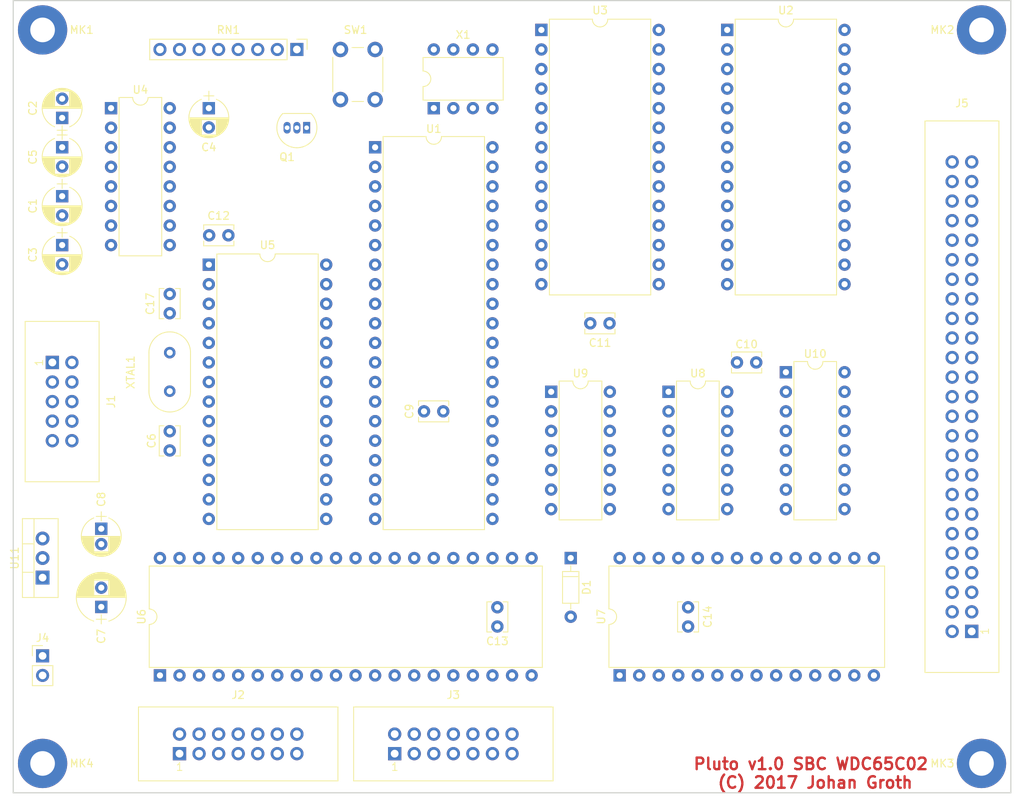
<source format=kicad_pcb>
(kicad_pcb (version 4) (host pcbnew 4.0.6-e0-6349~53~ubuntu16.04.1)

  (general
    (links 280)
    (no_connects 280)
    (area 50.275238 50.724999 183.404763 155.135)
    (thickness 1.6)
    (drawings 5)
    (tracks 0)
    (zones 0)
    (modules 41)
    (nets 113)
  )

  (page A4)
  (title_block
    (title "Pluto main board")
    (date 2017-04-03)
    (rev v1.0)
    (company "Linux Grotto")
  )

  (layers
    (0 F.Cu signal)
    (31 B.Cu signal)
    (32 B.Adhes user)
    (33 F.Adhes user)
    (34 B.Paste user)
    (35 F.Paste user)
    (36 B.SilkS user)
    (37 F.SilkS user)
    (38 B.Mask user)
    (39 F.Mask user)
    (40 Dwgs.User user)
    (41 Cmts.User user)
    (42 Eco1.User user)
    (43 Eco2.User user)
    (44 Edge.Cuts user)
    (45 Margin user)
    (46 B.CrtYd user)
    (47 F.CrtYd user)
    (48 B.Fab user)
    (49 F.Fab user)
  )

  (setup
    (last_trace_width 0.25)
    (trace_clearance 0.2)
    (zone_clearance 0.508)
    (zone_45_only no)
    (trace_min 0.2)
    (segment_width 0.2)
    (edge_width 0.15)
    (via_size 0.6)
    (via_drill 0.4)
    (via_min_size 0.4)
    (via_min_drill 0.3)
    (uvia_size 0.3)
    (uvia_drill 0.1)
    (uvias_allowed no)
    (uvia_min_size 0.2)
    (uvia_min_drill 0.1)
    (pcb_text_width 0.3)
    (pcb_text_size 1.5 1.5)
    (mod_edge_width 0.15)
    (mod_text_size 1 1)
    (mod_text_width 0.15)
    (pad_size 1.524 1.524)
    (pad_drill 0.762)
    (pad_to_mask_clearance 0.2)
    (aux_axis_origin 0 0)
    (visible_elements FFFFFF7F)
    (pcbplotparams
      (layerselection 0x010f0_80000001)
      (usegerberextensions false)
      (excludeedgelayer true)
      (linewidth 0.100000)
      (plotframeref false)
      (viasonmask false)
      (mode 1)
      (useauxorigin false)
      (hpglpennumber 1)
      (hpglpenspeed 20)
      (hpglpendiameter 15)
      (hpglpenoverlay 2)
      (psnegative false)
      (psa4output false)
      (plotreference true)
      (plotvalue false)
      (plotinvisibletext false)
      (padsonsilk false)
      (subtractmaskfromsilk true)
      (outputformat 1)
      (mirror false)
      (drillshape 0)
      (scaleselection 1)
      (outputdirectory gerbers/))
  )

  (net 0 "")
  (net 1 GND)
  (net 2 "Net-(C1-Pad2)")
  (net 3 "Net-(C2-Pad1)")
  (net 4 VCC)
  (net 5 "Net-(C3-Pad1)")
  (net 6 "Net-(C3-Pad2)")
  (net 7 "Net-(C5-Pad1)")
  (net 8 "Net-(C5-Pad2)")
  (net 9 "/Power and expansion port/+9V")
  (net 10 "Net-(D1-Pad1)")
  (net 11 ~IRQ)
  (net 12 "Net-(J1-Pad2)")
  (net 13 "Net-(J1-Pad3)")
  (net 14 "Net-(J1-Pad7)")
  (net 15 "Net-(J1-Pad8)")
  (net 16 "Net-(J2-Pad3)")
  (net 17 "Net-(J2-Pad4)")
  (net 18 "Net-(J2-Pad5)")
  (net 19 "Net-(J2-Pad6)")
  (net 20 "Net-(J2-Pad7)")
  (net 21 "Net-(J2-Pad8)")
  (net 22 "Net-(J2-Pad9)")
  (net 23 "Net-(J2-Pad10)")
  (net 24 "Net-(J2-Pad11)")
  (net 25 "Net-(J2-Pad12)")
  (net 26 "Net-(J3-Pad3)")
  (net 27 "Net-(J3-Pad4)")
  (net 28 "Net-(J3-Pad5)")
  (net 29 "Net-(J3-Pad6)")
  (net 30 "Net-(J3-Pad7)")
  (net 31 "Net-(J3-Pad8)")
  (net 32 "Net-(J3-Pad9)")
  (net 33 "Net-(J3-Pad10)")
  (net 34 "Net-(J3-Pad11)")
  (net 35 "Net-(J3-Pad12)")
  (net 36 A14)
  (net 37 A12)
  (net 38 ~MWR)
  (net 39 A7)
  (net 40 A13)
  (net 41 A6)
  (net 42 A8)
  (net 43 A5)
  (net 44 A9)
  (net 45 A4)
  (net 46 A11)
  (net 47 A3)
  (net 48 ~MRD)
  (net 49 A2)
  (net 50 A10)
  (net 51 A1)
  (net 52 A0)
  (net 53 D7)
  (net 54 D0)
  (net 55 D6)
  (net 56 D1)
  (net 57 D5)
  (net 58 D2)
  (net 59 D4)
  (net 60 D3)
  (net 61 A15)
  (net 62 ~RES)
  (net 63 ~7F0X)
  (net 64 CLK)
  (net 65 ~7F2X)
  (net 66 ~7F4X)
  (net 67 ~IOSEL)
  (net 68 ~7F6X)
  (net 69 ~NMI)
  (net 70 ~7F8X)
  (net 71 R/~W)
  (net 72 RDY)
  (net 73 ~PWR)
  (net 74 BE)
  (net 75 PHI2)
  (net 76 ~ROMSEL)
  (net 77 ~RAMSEL)
  (net 78 "Net-(U4-Pad9)")
  (net 79 "Net-(U4-Pad10)")
  (net 80 "Net-(U4-Pad11)")
  (net 81 "Net-(U4-Pad12)")
  (net 82 ~7FEX)
  (net 83 ~7FCX)
  (net 84 ~7FAX)
  (net 85 "Net-(C6-Pad2)")
  (net 86 "Net-(C17-Pad2)")
  (net 87 "Net-(J1-Pad1)")
  (net 88 "Net-(J1-Pad4)")
  (net 89 "Net-(J1-Pad6)")
  (net 90 "Net-(J1-Pad9)")
  (net 91 "Net-(J1-Pad10)")
  (net 92 "Net-(J5-Pad27)")
  (net 93 "Net-(J5-Pad28)")
  (net 94 "Net-(J5-Pad29)")
  (net 95 "Net-(J5-Pad30)")
  (net 96 "Net-(J5-Pad39)")
  (net 97 "Net-(J5-Pad40)")
  (net 98 "Net-(J5-Pad43)")
  (net 99 "Net-(J5-Pad44)")
  (net 100 "Net-(RN1-Pad2)")
  (net 101 "Net-(U1-Pad1)")
  (net 102 "Net-(U1-Pad3)")
  (net 103 "Net-(U1-Pad5)")
  (net 104 "Net-(U1-Pad7)")
  (net 105 "Net-(U1-Pad35)")
  (net 106 "Net-(U1-Pad38)")
  (net 107 "Net-(U5-Pad5)")
  (net 108 "Net-(U5-Pad11)")
  (net 109 "Net-(U7-Pad23)")
  (net 110 "Net-(U7-Pad24)")
  (net 111 "Net-(U7-Pad26)")
  (net 112 "Net-(X1-Pad1)")

  (net_class Default "This is the default net class."
    (clearance 0.2)
    (trace_width 0.25)
    (via_dia 0.6)
    (via_drill 0.4)
    (uvia_dia 0.3)
    (uvia_drill 0.1)
    (add_net "/Power and expansion port/+9V")
    (add_net A0)
    (add_net A1)
    (add_net A10)
    (add_net A11)
    (add_net A12)
    (add_net A13)
    (add_net A14)
    (add_net A15)
    (add_net A2)
    (add_net A3)
    (add_net A4)
    (add_net A5)
    (add_net A6)
    (add_net A7)
    (add_net A8)
    (add_net A9)
    (add_net BE)
    (add_net CLK)
    (add_net D0)
    (add_net D1)
    (add_net D2)
    (add_net D3)
    (add_net D4)
    (add_net D5)
    (add_net D6)
    (add_net D7)
    (add_net GND)
    (add_net "Net-(C1-Pad2)")
    (add_net "Net-(C17-Pad2)")
    (add_net "Net-(C2-Pad1)")
    (add_net "Net-(C3-Pad1)")
    (add_net "Net-(C3-Pad2)")
    (add_net "Net-(C5-Pad1)")
    (add_net "Net-(C5-Pad2)")
    (add_net "Net-(C6-Pad2)")
    (add_net "Net-(D1-Pad1)")
    (add_net "Net-(J1-Pad1)")
    (add_net "Net-(J1-Pad10)")
    (add_net "Net-(J1-Pad2)")
    (add_net "Net-(J1-Pad3)")
    (add_net "Net-(J1-Pad4)")
    (add_net "Net-(J1-Pad6)")
    (add_net "Net-(J1-Pad7)")
    (add_net "Net-(J1-Pad8)")
    (add_net "Net-(J1-Pad9)")
    (add_net "Net-(J2-Pad10)")
    (add_net "Net-(J2-Pad11)")
    (add_net "Net-(J2-Pad12)")
    (add_net "Net-(J2-Pad3)")
    (add_net "Net-(J2-Pad4)")
    (add_net "Net-(J2-Pad5)")
    (add_net "Net-(J2-Pad6)")
    (add_net "Net-(J2-Pad7)")
    (add_net "Net-(J2-Pad8)")
    (add_net "Net-(J2-Pad9)")
    (add_net "Net-(J3-Pad10)")
    (add_net "Net-(J3-Pad11)")
    (add_net "Net-(J3-Pad12)")
    (add_net "Net-(J3-Pad3)")
    (add_net "Net-(J3-Pad4)")
    (add_net "Net-(J3-Pad5)")
    (add_net "Net-(J3-Pad6)")
    (add_net "Net-(J3-Pad7)")
    (add_net "Net-(J3-Pad8)")
    (add_net "Net-(J3-Pad9)")
    (add_net "Net-(J5-Pad27)")
    (add_net "Net-(J5-Pad28)")
    (add_net "Net-(J5-Pad29)")
    (add_net "Net-(J5-Pad30)")
    (add_net "Net-(J5-Pad39)")
    (add_net "Net-(J5-Pad40)")
    (add_net "Net-(J5-Pad43)")
    (add_net "Net-(J5-Pad44)")
    (add_net "Net-(RN1-Pad2)")
    (add_net "Net-(U1-Pad1)")
    (add_net "Net-(U1-Pad3)")
    (add_net "Net-(U1-Pad35)")
    (add_net "Net-(U1-Pad38)")
    (add_net "Net-(U1-Pad5)")
    (add_net "Net-(U1-Pad7)")
    (add_net "Net-(U4-Pad10)")
    (add_net "Net-(U4-Pad11)")
    (add_net "Net-(U4-Pad12)")
    (add_net "Net-(U4-Pad9)")
    (add_net "Net-(U5-Pad11)")
    (add_net "Net-(U5-Pad5)")
    (add_net "Net-(U7-Pad23)")
    (add_net "Net-(U7-Pad24)")
    (add_net "Net-(U7-Pad26)")
    (add_net "Net-(X1-Pad1)")
    (add_net PHI2)
    (add_net R/~W)
    (add_net RDY)
    (add_net VCC)
    (add_net ~7F0X)
    (add_net ~7F2X)
    (add_net ~7F4X)
    (add_net ~7F6X)
    (add_net ~7F8X)
    (add_net ~7FAX)
    (add_net ~7FCX)
    (add_net ~7FEX)
    (add_net ~IOSEL)
    (add_net ~IRQ)
    (add_net ~MRD)
    (add_net ~MWR)
    (add_net ~NMI)
    (add_net ~PWR)
    (add_net ~RAMSEL)
    (add_net ~RES)
    (add_net ~ROMSEL)
  )

  (module Capacitors_ThroughHole:CP_Radial_D5.0mm_P2.50mm (layer F.Cu) (tedit 592484D7) (tstamp 5923CB5B)
    (at 58.42 76.2 270)
    (descr "CP, Radial series, Radial, pin pitch=2.50mm, , diameter=5mm, Electrolytic Capacitor")
    (tags "CP Radial series Radial pin pitch 2.50mm  diameter 5mm Electrolytic Capacitor")
    (path /58D58957/58D70BD2)
    (fp_text reference C1 (at 1.27 3.81 270) (layer F.SilkS)
      (effects (font (size 1 1) (thickness 0.15)))
    )
    (fp_text value 10uF (at 1.27 -3.81 270) (layer F.Fab)
      (effects (font (size 1 1) (thickness 0.15)))
    )
    (fp_text user %R (at 0.775 0 270) (layer F.Fab)
      (effects (font (size 1 1) (thickness 0.15)))
    )
    (fp_line (start -2.2 0) (end -1 0) (layer F.Fab) (width 0.1))
    (fp_line (start -1.6 -0.65) (end -1.6 0.65) (layer F.Fab) (width 0.1))
    (fp_line (start 1.25 -2.55) (end 1.25 2.55) (layer F.SilkS) (width 0.12))
    (fp_line (start 1.29 -2.55) (end 1.29 2.55) (layer F.SilkS) (width 0.12))
    (fp_line (start 1.33 -2.549) (end 1.33 2.549) (layer F.SilkS) (width 0.12))
    (fp_line (start 1.37 -2.548) (end 1.37 2.548) (layer F.SilkS) (width 0.12))
    (fp_line (start 1.41 -2.546) (end 1.41 2.546) (layer F.SilkS) (width 0.12))
    (fp_line (start 1.45 -2.543) (end 1.45 2.543) (layer F.SilkS) (width 0.12))
    (fp_line (start 1.49 -2.539) (end 1.49 2.539) (layer F.SilkS) (width 0.12))
    (fp_line (start 1.53 -2.535) (end 1.53 -0.98) (layer F.SilkS) (width 0.12))
    (fp_line (start 1.53 0.98) (end 1.53 2.535) (layer F.SilkS) (width 0.12))
    (fp_line (start 1.57 -2.531) (end 1.57 -0.98) (layer F.SilkS) (width 0.12))
    (fp_line (start 1.57 0.98) (end 1.57 2.531) (layer F.SilkS) (width 0.12))
    (fp_line (start 1.61 -2.525) (end 1.61 -0.98) (layer F.SilkS) (width 0.12))
    (fp_line (start 1.61 0.98) (end 1.61 2.525) (layer F.SilkS) (width 0.12))
    (fp_line (start 1.65 -2.519) (end 1.65 -0.98) (layer F.SilkS) (width 0.12))
    (fp_line (start 1.65 0.98) (end 1.65 2.519) (layer F.SilkS) (width 0.12))
    (fp_line (start 1.69 -2.513) (end 1.69 -0.98) (layer F.SilkS) (width 0.12))
    (fp_line (start 1.69 0.98) (end 1.69 2.513) (layer F.SilkS) (width 0.12))
    (fp_line (start 1.73 -2.506) (end 1.73 -0.98) (layer F.SilkS) (width 0.12))
    (fp_line (start 1.73 0.98) (end 1.73 2.506) (layer F.SilkS) (width 0.12))
    (fp_line (start 1.77 -2.498) (end 1.77 -0.98) (layer F.SilkS) (width 0.12))
    (fp_line (start 1.77 0.98) (end 1.77 2.498) (layer F.SilkS) (width 0.12))
    (fp_line (start 1.81 -2.489) (end 1.81 -0.98) (layer F.SilkS) (width 0.12))
    (fp_line (start 1.81 0.98) (end 1.81 2.489) (layer F.SilkS) (width 0.12))
    (fp_line (start 1.85 -2.48) (end 1.85 -0.98) (layer F.SilkS) (width 0.12))
    (fp_line (start 1.85 0.98) (end 1.85 2.48) (layer F.SilkS) (width 0.12))
    (fp_line (start 1.89 -2.47) (end 1.89 -0.98) (layer F.SilkS) (width 0.12))
    (fp_line (start 1.89 0.98) (end 1.89 2.47) (layer F.SilkS) (width 0.12))
    (fp_line (start 1.93 -2.46) (end 1.93 -0.98) (layer F.SilkS) (width 0.12))
    (fp_line (start 1.93 0.98) (end 1.93 2.46) (layer F.SilkS) (width 0.12))
    (fp_line (start 1.971 -2.448) (end 1.971 -0.98) (layer F.SilkS) (width 0.12))
    (fp_line (start 1.971 0.98) (end 1.971 2.448) (layer F.SilkS) (width 0.12))
    (fp_line (start 2.011 -2.436) (end 2.011 -0.98) (layer F.SilkS) (width 0.12))
    (fp_line (start 2.011 0.98) (end 2.011 2.436) (layer F.SilkS) (width 0.12))
    (fp_line (start 2.051 -2.424) (end 2.051 -0.98) (layer F.SilkS) (width 0.12))
    (fp_line (start 2.051 0.98) (end 2.051 2.424) (layer F.SilkS) (width 0.12))
    (fp_line (start 2.091 -2.41) (end 2.091 -0.98) (layer F.SilkS) (width 0.12))
    (fp_line (start 2.091 0.98) (end 2.091 2.41) (layer F.SilkS) (width 0.12))
    (fp_line (start 2.131 -2.396) (end 2.131 -0.98) (layer F.SilkS) (width 0.12))
    (fp_line (start 2.131 0.98) (end 2.131 2.396) (layer F.SilkS) (width 0.12))
    (fp_line (start 2.171 -2.382) (end 2.171 -0.98) (layer F.SilkS) (width 0.12))
    (fp_line (start 2.171 0.98) (end 2.171 2.382) (layer F.SilkS) (width 0.12))
    (fp_line (start 2.211 -2.366) (end 2.211 -0.98) (layer F.SilkS) (width 0.12))
    (fp_line (start 2.211 0.98) (end 2.211 2.366) (layer F.SilkS) (width 0.12))
    (fp_line (start 2.251 -2.35) (end 2.251 -0.98) (layer F.SilkS) (width 0.12))
    (fp_line (start 2.251 0.98) (end 2.251 2.35) (layer F.SilkS) (width 0.12))
    (fp_line (start 2.291 -2.333) (end 2.291 -0.98) (layer F.SilkS) (width 0.12))
    (fp_line (start 2.291 0.98) (end 2.291 2.333) (layer F.SilkS) (width 0.12))
    (fp_line (start 2.331 -2.315) (end 2.331 -0.98) (layer F.SilkS) (width 0.12))
    (fp_line (start 2.331 0.98) (end 2.331 2.315) (layer F.SilkS) (width 0.12))
    (fp_line (start 2.371 -2.296) (end 2.371 -0.98) (layer F.SilkS) (width 0.12))
    (fp_line (start 2.371 0.98) (end 2.371 2.296) (layer F.SilkS) (width 0.12))
    (fp_line (start 2.411 -2.276) (end 2.411 -0.98) (layer F.SilkS) (width 0.12))
    (fp_line (start 2.411 0.98) (end 2.411 2.276) (layer F.SilkS) (width 0.12))
    (fp_line (start 2.451 -2.256) (end 2.451 -0.98) (layer F.SilkS) (width 0.12))
    (fp_line (start 2.451 0.98) (end 2.451 2.256) (layer F.SilkS) (width 0.12))
    (fp_line (start 2.491 -2.234) (end 2.491 -0.98) (layer F.SilkS) (width 0.12))
    (fp_line (start 2.491 0.98) (end 2.491 2.234) (layer F.SilkS) (width 0.12))
    (fp_line (start 2.531 -2.212) (end 2.531 -0.98) (layer F.SilkS) (width 0.12))
    (fp_line (start 2.531 0.98) (end 2.531 2.212) (layer F.SilkS) (width 0.12))
    (fp_line (start 2.571 -2.189) (end 2.571 -0.98) (layer F.SilkS) (width 0.12))
    (fp_line (start 2.571 0.98) (end 2.571 2.189) (layer F.SilkS) (width 0.12))
    (fp_line (start 2.611 -2.165) (end 2.611 -0.98) (layer F.SilkS) (width 0.12))
    (fp_line (start 2.611 0.98) (end 2.611 2.165) (layer F.SilkS) (width 0.12))
    (fp_line (start 2.651 -2.14) (end 2.651 -0.98) (layer F.SilkS) (width 0.12))
    (fp_line (start 2.651 0.98) (end 2.651 2.14) (layer F.SilkS) (width 0.12))
    (fp_line (start 2.691 -2.113) (end 2.691 -0.98) (layer F.SilkS) (width 0.12))
    (fp_line (start 2.691 0.98) (end 2.691 2.113) (layer F.SilkS) (width 0.12))
    (fp_line (start 2.731 -2.086) (end 2.731 -0.98) (layer F.SilkS) (width 0.12))
    (fp_line (start 2.731 0.98) (end 2.731 2.086) (layer F.SilkS) (width 0.12))
    (fp_line (start 2.771 -2.058) (end 2.771 -0.98) (layer F.SilkS) (width 0.12))
    (fp_line (start 2.771 0.98) (end 2.771 2.058) (layer F.SilkS) (width 0.12))
    (fp_line (start 2.811 -2.028) (end 2.811 -0.98) (layer F.SilkS) (width 0.12))
    (fp_line (start 2.811 0.98) (end 2.811 2.028) (layer F.SilkS) (width 0.12))
    (fp_line (start 2.851 -1.997) (end 2.851 -0.98) (layer F.SilkS) (width 0.12))
    (fp_line (start 2.851 0.98) (end 2.851 1.997) (layer F.SilkS) (width 0.12))
    (fp_line (start 2.891 -1.965) (end 2.891 -0.98) (layer F.SilkS) (width 0.12))
    (fp_line (start 2.891 0.98) (end 2.891 1.965) (layer F.SilkS) (width 0.12))
    (fp_line (start 2.931 -1.932) (end 2.931 -0.98) (layer F.SilkS) (width 0.12))
    (fp_line (start 2.931 0.98) (end 2.931 1.932) (layer F.SilkS) (width 0.12))
    (fp_line (start 2.971 -1.897) (end 2.971 -0.98) (layer F.SilkS) (width 0.12))
    (fp_line (start 2.971 0.98) (end 2.971 1.897) (layer F.SilkS) (width 0.12))
    (fp_line (start 3.011 -1.861) (end 3.011 -0.98) (layer F.SilkS) (width 0.12))
    (fp_line (start 3.011 0.98) (end 3.011 1.861) (layer F.SilkS) (width 0.12))
    (fp_line (start 3.051 -1.823) (end 3.051 -0.98) (layer F.SilkS) (width 0.12))
    (fp_line (start 3.051 0.98) (end 3.051 1.823) (layer F.SilkS) (width 0.12))
    (fp_line (start 3.091 -1.783) (end 3.091 -0.98) (layer F.SilkS) (width 0.12))
    (fp_line (start 3.091 0.98) (end 3.091 1.783) (layer F.SilkS) (width 0.12))
    (fp_line (start 3.131 -1.742) (end 3.131 -0.98) (layer F.SilkS) (width 0.12))
    (fp_line (start 3.131 0.98) (end 3.131 1.742) (layer F.SilkS) (width 0.12))
    (fp_line (start 3.171 -1.699) (end 3.171 -0.98) (layer F.SilkS) (width 0.12))
    (fp_line (start 3.171 0.98) (end 3.171 1.699) (layer F.SilkS) (width 0.12))
    (fp_line (start 3.211 -1.654) (end 3.211 -0.98) (layer F.SilkS) (width 0.12))
    (fp_line (start 3.211 0.98) (end 3.211 1.654) (layer F.SilkS) (width 0.12))
    (fp_line (start 3.251 -1.606) (end 3.251 -0.98) (layer F.SilkS) (width 0.12))
    (fp_line (start 3.251 0.98) (end 3.251 1.606) (layer F.SilkS) (width 0.12))
    (fp_line (start 3.291 -1.556) (end 3.291 -0.98) (layer F.SilkS) (width 0.12))
    (fp_line (start 3.291 0.98) (end 3.291 1.556) (layer F.SilkS) (width 0.12))
    (fp_line (start 3.331 -1.504) (end 3.331 -0.98) (layer F.SilkS) (width 0.12))
    (fp_line (start 3.331 0.98) (end 3.331 1.504) (layer F.SilkS) (width 0.12))
    (fp_line (start 3.371 -1.448) (end 3.371 -0.98) (layer F.SilkS) (width 0.12))
    (fp_line (start 3.371 0.98) (end 3.371 1.448) (layer F.SilkS) (width 0.12))
    (fp_line (start 3.411 -1.39) (end 3.411 -0.98) (layer F.SilkS) (width 0.12))
    (fp_line (start 3.411 0.98) (end 3.411 1.39) (layer F.SilkS) (width 0.12))
    (fp_line (start 3.451 -1.327) (end 3.451 -0.98) (layer F.SilkS) (width 0.12))
    (fp_line (start 3.451 0.98) (end 3.451 1.327) (layer F.SilkS) (width 0.12))
    (fp_line (start 3.491 -1.261) (end 3.491 1.261) (layer F.SilkS) (width 0.12))
    (fp_line (start 3.531 -1.189) (end 3.531 1.189) (layer F.SilkS) (width 0.12))
    (fp_line (start 3.571 -1.112) (end 3.571 1.112) (layer F.SilkS) (width 0.12))
    (fp_line (start 3.611 -1.028) (end 3.611 1.028) (layer F.SilkS) (width 0.12))
    (fp_line (start 3.651 -0.934) (end 3.651 0.934) (layer F.SilkS) (width 0.12))
    (fp_line (start 3.691 -0.829) (end 3.691 0.829) (layer F.SilkS) (width 0.12))
    (fp_line (start 3.731 -0.707) (end 3.731 0.707) (layer F.SilkS) (width 0.12))
    (fp_line (start 3.771 -0.559) (end 3.771 0.559) (layer F.SilkS) (width 0.12))
    (fp_line (start 3.811 -0.354) (end 3.811 0.354) (layer F.SilkS) (width 0.12))
    (fp_line (start -2.2 0) (end -1 0) (layer F.SilkS) (width 0.12))
    (fp_line (start -1.6 -0.65) (end -1.6 0.65) (layer F.SilkS) (width 0.12))
    (fp_line (start -1.6 -2.85) (end -1.6 2.85) (layer F.CrtYd) (width 0.05))
    (fp_line (start -1.6 2.85) (end 4.1 2.85) (layer F.CrtYd) (width 0.05))
    (fp_line (start 4.1 2.85) (end 4.1 -2.85) (layer F.CrtYd) (width 0.05))
    (fp_line (start 4.1 -2.85) (end -1.6 -2.85) (layer F.CrtYd) (width 0.05))
    (fp_circle (center 1.25 0) (end 3.75 0) (layer F.Fab) (width 0.1))
    (fp_arc (start 1.25 0) (end -1.147436 -0.98) (angle 135.5) (layer F.SilkS) (width 0.12))
    (fp_arc (start 1.25 0) (end -1.147436 0.98) (angle -135.5) (layer F.SilkS) (width 0.12))
    (fp_arc (start 1.25 0) (end 3.647436 -0.98) (angle 44.5) (layer F.SilkS) (width 0.12))
    (pad 1 thru_hole rect (at 0 0 270) (size 1.6 1.6) (drill 0.8) (layers *.Cu *.Mask)
      (net 1 GND))
    (pad 2 thru_hole circle (at 2.5 0 270) (size 1.6 1.6) (drill 0.8) (layers *.Cu *.Mask)
      (net 2 "Net-(C1-Pad2)"))
    (model ${KISYS3DMOD}/Capacitors_THT.3dshapes/CP_Radial_D5.0mm_P2.50mm.wrl
      (at (xyz 0 0 0))
      (scale (xyz 0.393701 0.393701 0.393701))
      (rotate (xyz 0 0 0))
    )
  )

  (module Capacitors_ThroughHole:CP_Radial_D5.0mm_P2.50mm (layer F.Cu) (tedit 592484E2) (tstamp 5923CBE0)
    (at 58.42 66.04 90)
    (descr "CP, Radial series, Radial, pin pitch=2.50mm, , diameter=5mm, Electrolytic Capacitor")
    (tags "CP Radial series Radial pin pitch 2.50mm  diameter 5mm Electrolytic Capacitor")
    (path /58D58957/58D70B45)
    (fp_text reference C2 (at 1.27 -3.81 90) (layer F.SilkS)
      (effects (font (size 1 1) (thickness 0.15)))
    )
    (fp_text value 10uF (at 1.25 3.56 90) (layer F.Fab)
      (effects (font (size 1 1) (thickness 0.15)))
    )
    (fp_text user %R (at 0.775 0 90) (layer F.Fab)
      (effects (font (size 1 1) (thickness 0.15)))
    )
    (fp_line (start -2.2 0) (end -1 0) (layer F.Fab) (width 0.1))
    (fp_line (start -1.6 -0.65) (end -1.6 0.65) (layer F.Fab) (width 0.1))
    (fp_line (start 1.25 -2.55) (end 1.25 2.55) (layer F.SilkS) (width 0.12))
    (fp_line (start 1.29 -2.55) (end 1.29 2.55) (layer F.SilkS) (width 0.12))
    (fp_line (start 1.33 -2.549) (end 1.33 2.549) (layer F.SilkS) (width 0.12))
    (fp_line (start 1.37 -2.548) (end 1.37 2.548) (layer F.SilkS) (width 0.12))
    (fp_line (start 1.41 -2.546) (end 1.41 2.546) (layer F.SilkS) (width 0.12))
    (fp_line (start 1.45 -2.543) (end 1.45 2.543) (layer F.SilkS) (width 0.12))
    (fp_line (start 1.49 -2.539) (end 1.49 2.539) (layer F.SilkS) (width 0.12))
    (fp_line (start 1.53 -2.535) (end 1.53 -0.98) (layer F.SilkS) (width 0.12))
    (fp_line (start 1.53 0.98) (end 1.53 2.535) (layer F.SilkS) (width 0.12))
    (fp_line (start 1.57 -2.531) (end 1.57 -0.98) (layer F.SilkS) (width 0.12))
    (fp_line (start 1.57 0.98) (end 1.57 2.531) (layer F.SilkS) (width 0.12))
    (fp_line (start 1.61 -2.525) (end 1.61 -0.98) (layer F.SilkS) (width 0.12))
    (fp_line (start 1.61 0.98) (end 1.61 2.525) (layer F.SilkS) (width 0.12))
    (fp_line (start 1.65 -2.519) (end 1.65 -0.98) (layer F.SilkS) (width 0.12))
    (fp_line (start 1.65 0.98) (end 1.65 2.519) (layer F.SilkS) (width 0.12))
    (fp_line (start 1.69 -2.513) (end 1.69 -0.98) (layer F.SilkS) (width 0.12))
    (fp_line (start 1.69 0.98) (end 1.69 2.513) (layer F.SilkS) (width 0.12))
    (fp_line (start 1.73 -2.506) (end 1.73 -0.98) (layer F.SilkS) (width 0.12))
    (fp_line (start 1.73 0.98) (end 1.73 2.506) (layer F.SilkS) (width 0.12))
    (fp_line (start 1.77 -2.498) (end 1.77 -0.98) (layer F.SilkS) (width 0.12))
    (fp_line (start 1.77 0.98) (end 1.77 2.498) (layer F.SilkS) (width 0.12))
    (fp_line (start 1.81 -2.489) (end 1.81 -0.98) (layer F.SilkS) (width 0.12))
    (fp_line (start 1.81 0.98) (end 1.81 2.489) (layer F.SilkS) (width 0.12))
    (fp_line (start 1.85 -2.48) (end 1.85 -0.98) (layer F.SilkS) (width 0.12))
    (fp_line (start 1.85 0.98) (end 1.85 2.48) (layer F.SilkS) (width 0.12))
    (fp_line (start 1.89 -2.47) (end 1.89 -0.98) (layer F.SilkS) (width 0.12))
    (fp_line (start 1.89 0.98) (end 1.89 2.47) (layer F.SilkS) (width 0.12))
    (fp_line (start 1.93 -2.46) (end 1.93 -0.98) (layer F.SilkS) (width 0.12))
    (fp_line (start 1.93 0.98) (end 1.93 2.46) (layer F.SilkS) (width 0.12))
    (fp_line (start 1.971 -2.448) (end 1.971 -0.98) (layer F.SilkS) (width 0.12))
    (fp_line (start 1.971 0.98) (end 1.971 2.448) (layer F.SilkS) (width 0.12))
    (fp_line (start 2.011 -2.436) (end 2.011 -0.98) (layer F.SilkS) (width 0.12))
    (fp_line (start 2.011 0.98) (end 2.011 2.436) (layer F.SilkS) (width 0.12))
    (fp_line (start 2.051 -2.424) (end 2.051 -0.98) (layer F.SilkS) (width 0.12))
    (fp_line (start 2.051 0.98) (end 2.051 2.424) (layer F.SilkS) (width 0.12))
    (fp_line (start 2.091 -2.41) (end 2.091 -0.98) (layer F.SilkS) (width 0.12))
    (fp_line (start 2.091 0.98) (end 2.091 2.41) (layer F.SilkS) (width 0.12))
    (fp_line (start 2.131 -2.396) (end 2.131 -0.98) (layer F.SilkS) (width 0.12))
    (fp_line (start 2.131 0.98) (end 2.131 2.396) (layer F.SilkS) (width 0.12))
    (fp_line (start 2.171 -2.382) (end 2.171 -0.98) (layer F.SilkS) (width 0.12))
    (fp_line (start 2.171 0.98) (end 2.171 2.382) (layer F.SilkS) (width 0.12))
    (fp_line (start 2.211 -2.366) (end 2.211 -0.98) (layer F.SilkS) (width 0.12))
    (fp_line (start 2.211 0.98) (end 2.211 2.366) (layer F.SilkS) (width 0.12))
    (fp_line (start 2.251 -2.35) (end 2.251 -0.98) (layer F.SilkS) (width 0.12))
    (fp_line (start 2.251 0.98) (end 2.251 2.35) (layer F.SilkS) (width 0.12))
    (fp_line (start 2.291 -2.333) (end 2.291 -0.98) (layer F.SilkS) (width 0.12))
    (fp_line (start 2.291 0.98) (end 2.291 2.333) (layer F.SilkS) (width 0.12))
    (fp_line (start 2.331 -2.315) (end 2.331 -0.98) (layer F.SilkS) (width 0.12))
    (fp_line (start 2.331 0.98) (end 2.331 2.315) (layer F.SilkS) (width 0.12))
    (fp_line (start 2.371 -2.296) (end 2.371 -0.98) (layer F.SilkS) (width 0.12))
    (fp_line (start 2.371 0.98) (end 2.371 2.296) (layer F.SilkS) (width 0.12))
    (fp_line (start 2.411 -2.276) (end 2.411 -0.98) (layer F.SilkS) (width 0.12))
    (fp_line (start 2.411 0.98) (end 2.411 2.276) (layer F.SilkS) (width 0.12))
    (fp_line (start 2.451 -2.256) (end 2.451 -0.98) (layer F.SilkS) (width 0.12))
    (fp_line (start 2.451 0.98) (end 2.451 2.256) (layer F.SilkS) (width 0.12))
    (fp_line (start 2.491 -2.234) (end 2.491 -0.98) (layer F.SilkS) (width 0.12))
    (fp_line (start 2.491 0.98) (end 2.491 2.234) (layer F.SilkS) (width 0.12))
    (fp_line (start 2.531 -2.212) (end 2.531 -0.98) (layer F.SilkS) (width 0.12))
    (fp_line (start 2.531 0.98) (end 2.531 2.212) (layer F.SilkS) (width 0.12))
    (fp_line (start 2.571 -2.189) (end 2.571 -0.98) (layer F.SilkS) (width 0.12))
    (fp_line (start 2.571 0.98) (end 2.571 2.189) (layer F.SilkS) (width 0.12))
    (fp_line (start 2.611 -2.165) (end 2.611 -0.98) (layer F.SilkS) (width 0.12))
    (fp_line (start 2.611 0.98) (end 2.611 2.165) (layer F.SilkS) (width 0.12))
    (fp_line (start 2.651 -2.14) (end 2.651 -0.98) (layer F.SilkS) (width 0.12))
    (fp_line (start 2.651 0.98) (end 2.651 2.14) (layer F.SilkS) (width 0.12))
    (fp_line (start 2.691 -2.113) (end 2.691 -0.98) (layer F.SilkS) (width 0.12))
    (fp_line (start 2.691 0.98) (end 2.691 2.113) (layer F.SilkS) (width 0.12))
    (fp_line (start 2.731 -2.086) (end 2.731 -0.98) (layer F.SilkS) (width 0.12))
    (fp_line (start 2.731 0.98) (end 2.731 2.086) (layer F.SilkS) (width 0.12))
    (fp_line (start 2.771 -2.058) (end 2.771 -0.98) (layer F.SilkS) (width 0.12))
    (fp_line (start 2.771 0.98) (end 2.771 2.058) (layer F.SilkS) (width 0.12))
    (fp_line (start 2.811 -2.028) (end 2.811 -0.98) (layer F.SilkS) (width 0.12))
    (fp_line (start 2.811 0.98) (end 2.811 2.028) (layer F.SilkS) (width 0.12))
    (fp_line (start 2.851 -1.997) (end 2.851 -0.98) (layer F.SilkS) (width 0.12))
    (fp_line (start 2.851 0.98) (end 2.851 1.997) (layer F.SilkS) (width 0.12))
    (fp_line (start 2.891 -1.965) (end 2.891 -0.98) (layer F.SilkS) (width 0.12))
    (fp_line (start 2.891 0.98) (end 2.891 1.965) (layer F.SilkS) (width 0.12))
    (fp_line (start 2.931 -1.932) (end 2.931 -0.98) (layer F.SilkS) (width 0.12))
    (fp_line (start 2.931 0.98) (end 2.931 1.932) (layer F.SilkS) (width 0.12))
    (fp_line (start 2.971 -1.897) (end 2.971 -0.98) (layer F.SilkS) (width 0.12))
    (fp_line (start 2.971 0.98) (end 2.971 1.897) (layer F.SilkS) (width 0.12))
    (fp_line (start 3.011 -1.861) (end 3.011 -0.98) (layer F.SilkS) (width 0.12))
    (fp_line (start 3.011 0.98) (end 3.011 1.861) (layer F.SilkS) (width 0.12))
    (fp_line (start 3.051 -1.823) (end 3.051 -0.98) (layer F.SilkS) (width 0.12))
    (fp_line (start 3.051 0.98) (end 3.051 1.823) (layer F.SilkS) (width 0.12))
    (fp_line (start 3.091 -1.783) (end 3.091 -0.98) (layer F.SilkS) (width 0.12))
    (fp_line (start 3.091 0.98) (end 3.091 1.783) (layer F.SilkS) (width 0.12))
    (fp_line (start 3.131 -1.742) (end 3.131 -0.98) (layer F.SilkS) (width 0.12))
    (fp_line (start 3.131 0.98) (end 3.131 1.742) (layer F.SilkS) (width 0.12))
    (fp_line (start 3.171 -1.699) (end 3.171 -0.98) (layer F.SilkS) (width 0.12))
    (fp_line (start 3.171 0.98) (end 3.171 1.699) (layer F.SilkS) (width 0.12))
    (fp_line (start 3.211 -1.654) (end 3.211 -0.98) (layer F.SilkS) (width 0.12))
    (fp_line (start 3.211 0.98) (end 3.211 1.654) (layer F.SilkS) (width 0.12))
    (fp_line (start 3.251 -1.606) (end 3.251 -0.98) (layer F.SilkS) (width 0.12))
    (fp_line (start 3.251 0.98) (end 3.251 1.606) (layer F.SilkS) (width 0.12))
    (fp_line (start 3.291 -1.556) (end 3.291 -0.98) (layer F.SilkS) (width 0.12))
    (fp_line (start 3.291 0.98) (end 3.291 1.556) (layer F.SilkS) (width 0.12))
    (fp_line (start 3.331 -1.504) (end 3.331 -0.98) (layer F.SilkS) (width 0.12))
    (fp_line (start 3.331 0.98) (end 3.331 1.504) (layer F.SilkS) (width 0.12))
    (fp_line (start 3.371 -1.448) (end 3.371 -0.98) (layer F.SilkS) (width 0.12))
    (fp_line (start 3.371 0.98) (end 3.371 1.448) (layer F.SilkS) (width 0.12))
    (fp_line (start 3.411 -1.39) (end 3.411 -0.98) (layer F.SilkS) (width 0.12))
    (fp_line (start 3.411 0.98) (end 3.411 1.39) (layer F.SilkS) (width 0.12))
    (fp_line (start 3.451 -1.327) (end 3.451 -0.98) (layer F.SilkS) (width 0.12))
    (fp_line (start 3.451 0.98) (end 3.451 1.327) (layer F.SilkS) (width 0.12))
    (fp_line (start 3.491 -1.261) (end 3.491 1.261) (layer F.SilkS) (width 0.12))
    (fp_line (start 3.531 -1.189) (end 3.531 1.189) (layer F.SilkS) (width 0.12))
    (fp_line (start 3.571 -1.112) (end 3.571 1.112) (layer F.SilkS) (width 0.12))
    (fp_line (start 3.611 -1.028) (end 3.611 1.028) (layer F.SilkS) (width 0.12))
    (fp_line (start 3.651 -0.934) (end 3.651 0.934) (layer F.SilkS) (width 0.12))
    (fp_line (start 3.691 -0.829) (end 3.691 0.829) (layer F.SilkS) (width 0.12))
    (fp_line (start 3.731 -0.707) (end 3.731 0.707) (layer F.SilkS) (width 0.12))
    (fp_line (start 3.771 -0.559) (end 3.771 0.559) (layer F.SilkS) (width 0.12))
    (fp_line (start 3.811 -0.354) (end 3.811 0.354) (layer F.SilkS) (width 0.12))
    (fp_line (start -2.2 0) (end -1 0) (layer F.SilkS) (width 0.12))
    (fp_line (start -1.6 -0.65) (end -1.6 0.65) (layer F.SilkS) (width 0.12))
    (fp_line (start -1.6 -2.85) (end -1.6 2.85) (layer F.CrtYd) (width 0.05))
    (fp_line (start -1.6 2.85) (end 4.1 2.85) (layer F.CrtYd) (width 0.05))
    (fp_line (start 4.1 2.85) (end 4.1 -2.85) (layer F.CrtYd) (width 0.05))
    (fp_line (start 4.1 -2.85) (end -1.6 -2.85) (layer F.CrtYd) (width 0.05))
    (fp_circle (center 1.25 0) (end 3.75 0) (layer F.Fab) (width 0.1))
    (fp_arc (start 1.25 0) (end -1.147436 -0.98) (angle 135.5) (layer F.SilkS) (width 0.12))
    (fp_arc (start 1.25 0) (end -1.147436 0.98) (angle -135.5) (layer F.SilkS) (width 0.12))
    (fp_arc (start 1.25 0) (end 3.647436 -0.98) (angle 44.5) (layer F.SilkS) (width 0.12))
    (pad 1 thru_hole rect (at 0 0 90) (size 1.6 1.6) (drill 0.8) (layers *.Cu *.Mask)
      (net 3 "Net-(C2-Pad1)"))
    (pad 2 thru_hole circle (at 2.5 0 90) (size 1.6 1.6) (drill 0.8) (layers *.Cu *.Mask)
      (net 4 VCC))
    (model ${KISYS3DMOD}/Capacitors_THT.3dshapes/CP_Radial_D5.0mm_P2.50mm.wrl
      (at (xyz 0 0 0))
      (scale (xyz 0.393701 0.393701 0.393701))
      (rotate (xyz 0 0 0))
    )
  )

  (module Capacitors_ThroughHole:CP_Radial_D5.0mm_P2.50mm (layer F.Cu) (tedit 592484D0) (tstamp 5923CC65)
    (at 58.42 82.55 270)
    (descr "CP, Radial series, Radial, pin pitch=2.50mm, , diameter=5mm, Electrolytic Capacitor")
    (tags "CP Radial series Radial pin pitch 2.50mm  diameter 5mm Electrolytic Capacitor")
    (path /58D58957/58D70A7A)
    (fp_text reference C3 (at 1.27 3.81 270) (layer F.SilkS)
      (effects (font (size 1 1) (thickness 0.15)))
    )
    (fp_text value 4.7uF (at 1.27 -3.81 270) (layer F.Fab)
      (effects (font (size 1 1) (thickness 0.15)))
    )
    (fp_text user %R (at 0.775 0 270) (layer F.Fab)
      (effects (font (size 1 1) (thickness 0.15)))
    )
    (fp_line (start -2.2 0) (end -1 0) (layer F.Fab) (width 0.1))
    (fp_line (start -1.6 -0.65) (end -1.6 0.65) (layer F.Fab) (width 0.1))
    (fp_line (start 1.25 -2.55) (end 1.25 2.55) (layer F.SilkS) (width 0.12))
    (fp_line (start 1.29 -2.55) (end 1.29 2.55) (layer F.SilkS) (width 0.12))
    (fp_line (start 1.33 -2.549) (end 1.33 2.549) (layer F.SilkS) (width 0.12))
    (fp_line (start 1.37 -2.548) (end 1.37 2.548) (layer F.SilkS) (width 0.12))
    (fp_line (start 1.41 -2.546) (end 1.41 2.546) (layer F.SilkS) (width 0.12))
    (fp_line (start 1.45 -2.543) (end 1.45 2.543) (layer F.SilkS) (width 0.12))
    (fp_line (start 1.49 -2.539) (end 1.49 2.539) (layer F.SilkS) (width 0.12))
    (fp_line (start 1.53 -2.535) (end 1.53 -0.98) (layer F.SilkS) (width 0.12))
    (fp_line (start 1.53 0.98) (end 1.53 2.535) (layer F.SilkS) (width 0.12))
    (fp_line (start 1.57 -2.531) (end 1.57 -0.98) (layer F.SilkS) (width 0.12))
    (fp_line (start 1.57 0.98) (end 1.57 2.531) (layer F.SilkS) (width 0.12))
    (fp_line (start 1.61 -2.525) (end 1.61 -0.98) (layer F.SilkS) (width 0.12))
    (fp_line (start 1.61 0.98) (end 1.61 2.525) (layer F.SilkS) (width 0.12))
    (fp_line (start 1.65 -2.519) (end 1.65 -0.98) (layer F.SilkS) (width 0.12))
    (fp_line (start 1.65 0.98) (end 1.65 2.519) (layer F.SilkS) (width 0.12))
    (fp_line (start 1.69 -2.513) (end 1.69 -0.98) (layer F.SilkS) (width 0.12))
    (fp_line (start 1.69 0.98) (end 1.69 2.513) (layer F.SilkS) (width 0.12))
    (fp_line (start 1.73 -2.506) (end 1.73 -0.98) (layer F.SilkS) (width 0.12))
    (fp_line (start 1.73 0.98) (end 1.73 2.506) (layer F.SilkS) (width 0.12))
    (fp_line (start 1.77 -2.498) (end 1.77 -0.98) (layer F.SilkS) (width 0.12))
    (fp_line (start 1.77 0.98) (end 1.77 2.498) (layer F.SilkS) (width 0.12))
    (fp_line (start 1.81 -2.489) (end 1.81 -0.98) (layer F.SilkS) (width 0.12))
    (fp_line (start 1.81 0.98) (end 1.81 2.489) (layer F.SilkS) (width 0.12))
    (fp_line (start 1.85 -2.48) (end 1.85 -0.98) (layer F.SilkS) (width 0.12))
    (fp_line (start 1.85 0.98) (end 1.85 2.48) (layer F.SilkS) (width 0.12))
    (fp_line (start 1.89 -2.47) (end 1.89 -0.98) (layer F.SilkS) (width 0.12))
    (fp_line (start 1.89 0.98) (end 1.89 2.47) (layer F.SilkS) (width 0.12))
    (fp_line (start 1.93 -2.46) (end 1.93 -0.98) (layer F.SilkS) (width 0.12))
    (fp_line (start 1.93 0.98) (end 1.93 2.46) (layer F.SilkS) (width 0.12))
    (fp_line (start 1.971 -2.448) (end 1.971 -0.98) (layer F.SilkS) (width 0.12))
    (fp_line (start 1.971 0.98) (end 1.971 2.448) (layer F.SilkS) (width 0.12))
    (fp_line (start 2.011 -2.436) (end 2.011 -0.98) (layer F.SilkS) (width 0.12))
    (fp_line (start 2.011 0.98) (end 2.011 2.436) (layer F.SilkS) (width 0.12))
    (fp_line (start 2.051 -2.424) (end 2.051 -0.98) (layer F.SilkS) (width 0.12))
    (fp_line (start 2.051 0.98) (end 2.051 2.424) (layer F.SilkS) (width 0.12))
    (fp_line (start 2.091 -2.41) (end 2.091 -0.98) (layer F.SilkS) (width 0.12))
    (fp_line (start 2.091 0.98) (end 2.091 2.41) (layer F.SilkS) (width 0.12))
    (fp_line (start 2.131 -2.396) (end 2.131 -0.98) (layer F.SilkS) (width 0.12))
    (fp_line (start 2.131 0.98) (end 2.131 2.396) (layer F.SilkS) (width 0.12))
    (fp_line (start 2.171 -2.382) (end 2.171 -0.98) (layer F.SilkS) (width 0.12))
    (fp_line (start 2.171 0.98) (end 2.171 2.382) (layer F.SilkS) (width 0.12))
    (fp_line (start 2.211 -2.366) (end 2.211 -0.98) (layer F.SilkS) (width 0.12))
    (fp_line (start 2.211 0.98) (end 2.211 2.366) (layer F.SilkS) (width 0.12))
    (fp_line (start 2.251 -2.35) (end 2.251 -0.98) (layer F.SilkS) (width 0.12))
    (fp_line (start 2.251 0.98) (end 2.251 2.35) (layer F.SilkS) (width 0.12))
    (fp_line (start 2.291 -2.333) (end 2.291 -0.98) (layer F.SilkS) (width 0.12))
    (fp_line (start 2.291 0.98) (end 2.291 2.333) (layer F.SilkS) (width 0.12))
    (fp_line (start 2.331 -2.315) (end 2.331 -0.98) (layer F.SilkS) (width 0.12))
    (fp_line (start 2.331 0.98) (end 2.331 2.315) (layer F.SilkS) (width 0.12))
    (fp_line (start 2.371 -2.296) (end 2.371 -0.98) (layer F.SilkS) (width 0.12))
    (fp_line (start 2.371 0.98) (end 2.371 2.296) (layer F.SilkS) (width 0.12))
    (fp_line (start 2.411 -2.276) (end 2.411 -0.98) (layer F.SilkS) (width 0.12))
    (fp_line (start 2.411 0.98) (end 2.411 2.276) (layer F.SilkS) (width 0.12))
    (fp_line (start 2.451 -2.256) (end 2.451 -0.98) (layer F.SilkS) (width 0.12))
    (fp_line (start 2.451 0.98) (end 2.451 2.256) (layer F.SilkS) (width 0.12))
    (fp_line (start 2.491 -2.234) (end 2.491 -0.98) (layer F.SilkS) (width 0.12))
    (fp_line (start 2.491 0.98) (end 2.491 2.234) (layer F.SilkS) (width 0.12))
    (fp_line (start 2.531 -2.212) (end 2.531 -0.98) (layer F.SilkS) (width 0.12))
    (fp_line (start 2.531 0.98) (end 2.531 2.212) (layer F.SilkS) (width 0.12))
    (fp_line (start 2.571 -2.189) (end 2.571 -0.98) (layer F.SilkS) (width 0.12))
    (fp_line (start 2.571 0.98) (end 2.571 2.189) (layer F.SilkS) (width 0.12))
    (fp_line (start 2.611 -2.165) (end 2.611 -0.98) (layer F.SilkS) (width 0.12))
    (fp_line (start 2.611 0.98) (end 2.611 2.165) (layer F.SilkS) (width 0.12))
    (fp_line (start 2.651 -2.14) (end 2.651 -0.98) (layer F.SilkS) (width 0.12))
    (fp_line (start 2.651 0.98) (end 2.651 2.14) (layer F.SilkS) (width 0.12))
    (fp_line (start 2.691 -2.113) (end 2.691 -0.98) (layer F.SilkS) (width 0.12))
    (fp_line (start 2.691 0.98) (end 2.691 2.113) (layer F.SilkS) (width 0.12))
    (fp_line (start 2.731 -2.086) (end 2.731 -0.98) (layer F.SilkS) (width 0.12))
    (fp_line (start 2.731 0.98) (end 2.731 2.086) (layer F.SilkS) (width 0.12))
    (fp_line (start 2.771 -2.058) (end 2.771 -0.98) (layer F.SilkS) (width 0.12))
    (fp_line (start 2.771 0.98) (end 2.771 2.058) (layer F.SilkS) (width 0.12))
    (fp_line (start 2.811 -2.028) (end 2.811 -0.98) (layer F.SilkS) (width 0.12))
    (fp_line (start 2.811 0.98) (end 2.811 2.028) (layer F.SilkS) (width 0.12))
    (fp_line (start 2.851 -1.997) (end 2.851 -0.98) (layer F.SilkS) (width 0.12))
    (fp_line (start 2.851 0.98) (end 2.851 1.997) (layer F.SilkS) (width 0.12))
    (fp_line (start 2.891 -1.965) (end 2.891 -0.98) (layer F.SilkS) (width 0.12))
    (fp_line (start 2.891 0.98) (end 2.891 1.965) (layer F.SilkS) (width 0.12))
    (fp_line (start 2.931 -1.932) (end 2.931 -0.98) (layer F.SilkS) (width 0.12))
    (fp_line (start 2.931 0.98) (end 2.931 1.932) (layer F.SilkS) (width 0.12))
    (fp_line (start 2.971 -1.897) (end 2.971 -0.98) (layer F.SilkS) (width 0.12))
    (fp_line (start 2.971 0.98) (end 2.971 1.897) (layer F.SilkS) (width 0.12))
    (fp_line (start 3.011 -1.861) (end 3.011 -0.98) (layer F.SilkS) (width 0.12))
    (fp_line (start 3.011 0.98) (end 3.011 1.861) (layer F.SilkS) (width 0.12))
    (fp_line (start 3.051 -1.823) (end 3.051 -0.98) (layer F.SilkS) (width 0.12))
    (fp_line (start 3.051 0.98) (end 3.051 1.823) (layer F.SilkS) (width 0.12))
    (fp_line (start 3.091 -1.783) (end 3.091 -0.98) (layer F.SilkS) (width 0.12))
    (fp_line (start 3.091 0.98) (end 3.091 1.783) (layer F.SilkS) (width 0.12))
    (fp_line (start 3.131 -1.742) (end 3.131 -0.98) (layer F.SilkS) (width 0.12))
    (fp_line (start 3.131 0.98) (end 3.131 1.742) (layer F.SilkS) (width 0.12))
    (fp_line (start 3.171 -1.699) (end 3.171 -0.98) (layer F.SilkS) (width 0.12))
    (fp_line (start 3.171 0.98) (end 3.171 1.699) (layer F.SilkS) (width 0.12))
    (fp_line (start 3.211 -1.654) (end 3.211 -0.98) (layer F.SilkS) (width 0.12))
    (fp_line (start 3.211 0.98) (end 3.211 1.654) (layer F.SilkS) (width 0.12))
    (fp_line (start 3.251 -1.606) (end 3.251 -0.98) (layer F.SilkS) (width 0.12))
    (fp_line (start 3.251 0.98) (end 3.251 1.606) (layer F.SilkS) (width 0.12))
    (fp_line (start 3.291 -1.556) (end 3.291 -0.98) (layer F.SilkS) (width 0.12))
    (fp_line (start 3.291 0.98) (end 3.291 1.556) (layer F.SilkS) (width 0.12))
    (fp_line (start 3.331 -1.504) (end 3.331 -0.98) (layer F.SilkS) (width 0.12))
    (fp_line (start 3.331 0.98) (end 3.331 1.504) (layer F.SilkS) (width 0.12))
    (fp_line (start 3.371 -1.448) (end 3.371 -0.98) (layer F.SilkS) (width 0.12))
    (fp_line (start 3.371 0.98) (end 3.371 1.448) (layer F.SilkS) (width 0.12))
    (fp_line (start 3.411 -1.39) (end 3.411 -0.98) (layer F.SilkS) (width 0.12))
    (fp_line (start 3.411 0.98) (end 3.411 1.39) (layer F.SilkS) (width 0.12))
    (fp_line (start 3.451 -1.327) (end 3.451 -0.98) (layer F.SilkS) (width 0.12))
    (fp_line (start 3.451 0.98) (end 3.451 1.327) (layer F.SilkS) (width 0.12))
    (fp_line (start 3.491 -1.261) (end 3.491 1.261) (layer F.SilkS) (width 0.12))
    (fp_line (start 3.531 -1.189) (end 3.531 1.189) (layer F.SilkS) (width 0.12))
    (fp_line (start 3.571 -1.112) (end 3.571 1.112) (layer F.SilkS) (width 0.12))
    (fp_line (start 3.611 -1.028) (end 3.611 1.028) (layer F.SilkS) (width 0.12))
    (fp_line (start 3.651 -0.934) (end 3.651 0.934) (layer F.SilkS) (width 0.12))
    (fp_line (start 3.691 -0.829) (end 3.691 0.829) (layer F.SilkS) (width 0.12))
    (fp_line (start 3.731 -0.707) (end 3.731 0.707) (layer F.SilkS) (width 0.12))
    (fp_line (start 3.771 -0.559) (end 3.771 0.559) (layer F.SilkS) (width 0.12))
    (fp_line (start 3.811 -0.354) (end 3.811 0.354) (layer F.SilkS) (width 0.12))
    (fp_line (start -2.2 0) (end -1 0) (layer F.SilkS) (width 0.12))
    (fp_line (start -1.6 -0.65) (end -1.6 0.65) (layer F.SilkS) (width 0.12))
    (fp_line (start -1.6 -2.85) (end -1.6 2.85) (layer F.CrtYd) (width 0.05))
    (fp_line (start -1.6 2.85) (end 4.1 2.85) (layer F.CrtYd) (width 0.05))
    (fp_line (start 4.1 2.85) (end 4.1 -2.85) (layer F.CrtYd) (width 0.05))
    (fp_line (start 4.1 -2.85) (end -1.6 -2.85) (layer F.CrtYd) (width 0.05))
    (fp_circle (center 1.25 0) (end 3.75 0) (layer F.Fab) (width 0.1))
    (fp_arc (start 1.25 0) (end -1.147436 -0.98) (angle 135.5) (layer F.SilkS) (width 0.12))
    (fp_arc (start 1.25 0) (end -1.147436 0.98) (angle -135.5) (layer F.SilkS) (width 0.12))
    (fp_arc (start 1.25 0) (end 3.647436 -0.98) (angle 44.5) (layer F.SilkS) (width 0.12))
    (pad 1 thru_hole rect (at 0 0 270) (size 1.6 1.6) (drill 0.8) (layers *.Cu *.Mask)
      (net 5 "Net-(C3-Pad1)"))
    (pad 2 thru_hole circle (at 2.5 0 270) (size 1.6 1.6) (drill 0.8) (layers *.Cu *.Mask)
      (net 6 "Net-(C3-Pad2)"))
    (model ${KISYS3DMOD}/Capacitors_THT.3dshapes/CP_Radial_D5.0mm_P2.50mm.wrl
      (at (xyz 0 0 0))
      (scale (xyz 0.393701 0.393701 0.393701))
      (rotate (xyz 0 0 0))
    )
  )

  (module Capacitors_ThroughHole:CP_Radial_D5.0mm_P2.50mm (layer F.Cu) (tedit 592484B6) (tstamp 5923CCEA)
    (at 77.47 64.77 270)
    (descr "CP, Radial series, Radial, pin pitch=2.50mm, , diameter=5mm, Electrolytic Capacitor")
    (tags "CP Radial series Radial pin pitch 2.50mm  diameter 5mm Electrolytic Capacitor")
    (path /58D58957/58D70C29)
    (fp_text reference C4 (at 5.08 0 360) (layer F.SilkS)
      (effects (font (size 1 1) (thickness 0.15)))
    )
    (fp_text value 10uF (at 1.25 3.56 270) (layer F.Fab)
      (effects (font (size 1 1) (thickness 0.15)))
    )
    (fp_text user %R (at 0.775 0 270) (layer F.Fab)
      (effects (font (size 1 1) (thickness 0.15)))
    )
    (fp_line (start -2.2 0) (end -1 0) (layer F.Fab) (width 0.1))
    (fp_line (start -1.6 -0.65) (end -1.6 0.65) (layer F.Fab) (width 0.1))
    (fp_line (start 1.25 -2.55) (end 1.25 2.55) (layer F.SilkS) (width 0.12))
    (fp_line (start 1.29 -2.55) (end 1.29 2.55) (layer F.SilkS) (width 0.12))
    (fp_line (start 1.33 -2.549) (end 1.33 2.549) (layer F.SilkS) (width 0.12))
    (fp_line (start 1.37 -2.548) (end 1.37 2.548) (layer F.SilkS) (width 0.12))
    (fp_line (start 1.41 -2.546) (end 1.41 2.546) (layer F.SilkS) (width 0.12))
    (fp_line (start 1.45 -2.543) (end 1.45 2.543) (layer F.SilkS) (width 0.12))
    (fp_line (start 1.49 -2.539) (end 1.49 2.539) (layer F.SilkS) (width 0.12))
    (fp_line (start 1.53 -2.535) (end 1.53 -0.98) (layer F.SilkS) (width 0.12))
    (fp_line (start 1.53 0.98) (end 1.53 2.535) (layer F.SilkS) (width 0.12))
    (fp_line (start 1.57 -2.531) (end 1.57 -0.98) (layer F.SilkS) (width 0.12))
    (fp_line (start 1.57 0.98) (end 1.57 2.531) (layer F.SilkS) (width 0.12))
    (fp_line (start 1.61 -2.525) (end 1.61 -0.98) (layer F.SilkS) (width 0.12))
    (fp_line (start 1.61 0.98) (end 1.61 2.525) (layer F.SilkS) (width 0.12))
    (fp_line (start 1.65 -2.519) (end 1.65 -0.98) (layer F.SilkS) (width 0.12))
    (fp_line (start 1.65 0.98) (end 1.65 2.519) (layer F.SilkS) (width 0.12))
    (fp_line (start 1.69 -2.513) (end 1.69 -0.98) (layer F.SilkS) (width 0.12))
    (fp_line (start 1.69 0.98) (end 1.69 2.513) (layer F.SilkS) (width 0.12))
    (fp_line (start 1.73 -2.506) (end 1.73 -0.98) (layer F.SilkS) (width 0.12))
    (fp_line (start 1.73 0.98) (end 1.73 2.506) (layer F.SilkS) (width 0.12))
    (fp_line (start 1.77 -2.498) (end 1.77 -0.98) (layer F.SilkS) (width 0.12))
    (fp_line (start 1.77 0.98) (end 1.77 2.498) (layer F.SilkS) (width 0.12))
    (fp_line (start 1.81 -2.489) (end 1.81 -0.98) (layer F.SilkS) (width 0.12))
    (fp_line (start 1.81 0.98) (end 1.81 2.489) (layer F.SilkS) (width 0.12))
    (fp_line (start 1.85 -2.48) (end 1.85 -0.98) (layer F.SilkS) (width 0.12))
    (fp_line (start 1.85 0.98) (end 1.85 2.48) (layer F.SilkS) (width 0.12))
    (fp_line (start 1.89 -2.47) (end 1.89 -0.98) (layer F.SilkS) (width 0.12))
    (fp_line (start 1.89 0.98) (end 1.89 2.47) (layer F.SilkS) (width 0.12))
    (fp_line (start 1.93 -2.46) (end 1.93 -0.98) (layer F.SilkS) (width 0.12))
    (fp_line (start 1.93 0.98) (end 1.93 2.46) (layer F.SilkS) (width 0.12))
    (fp_line (start 1.971 -2.448) (end 1.971 -0.98) (layer F.SilkS) (width 0.12))
    (fp_line (start 1.971 0.98) (end 1.971 2.448) (layer F.SilkS) (width 0.12))
    (fp_line (start 2.011 -2.436) (end 2.011 -0.98) (layer F.SilkS) (width 0.12))
    (fp_line (start 2.011 0.98) (end 2.011 2.436) (layer F.SilkS) (width 0.12))
    (fp_line (start 2.051 -2.424) (end 2.051 -0.98) (layer F.SilkS) (width 0.12))
    (fp_line (start 2.051 0.98) (end 2.051 2.424) (layer F.SilkS) (width 0.12))
    (fp_line (start 2.091 -2.41) (end 2.091 -0.98) (layer F.SilkS) (width 0.12))
    (fp_line (start 2.091 0.98) (end 2.091 2.41) (layer F.SilkS) (width 0.12))
    (fp_line (start 2.131 -2.396) (end 2.131 -0.98) (layer F.SilkS) (width 0.12))
    (fp_line (start 2.131 0.98) (end 2.131 2.396) (layer F.SilkS) (width 0.12))
    (fp_line (start 2.171 -2.382) (end 2.171 -0.98) (layer F.SilkS) (width 0.12))
    (fp_line (start 2.171 0.98) (end 2.171 2.382) (layer F.SilkS) (width 0.12))
    (fp_line (start 2.211 -2.366) (end 2.211 -0.98) (layer F.SilkS) (width 0.12))
    (fp_line (start 2.211 0.98) (end 2.211 2.366) (layer F.SilkS) (width 0.12))
    (fp_line (start 2.251 -2.35) (end 2.251 -0.98) (layer F.SilkS) (width 0.12))
    (fp_line (start 2.251 0.98) (end 2.251 2.35) (layer F.SilkS) (width 0.12))
    (fp_line (start 2.291 -2.333) (end 2.291 -0.98) (layer F.SilkS) (width 0.12))
    (fp_line (start 2.291 0.98) (end 2.291 2.333) (layer F.SilkS) (width 0.12))
    (fp_line (start 2.331 -2.315) (end 2.331 -0.98) (layer F.SilkS) (width 0.12))
    (fp_line (start 2.331 0.98) (end 2.331 2.315) (layer F.SilkS) (width 0.12))
    (fp_line (start 2.371 -2.296) (end 2.371 -0.98) (layer F.SilkS) (width 0.12))
    (fp_line (start 2.371 0.98) (end 2.371 2.296) (layer F.SilkS) (width 0.12))
    (fp_line (start 2.411 -2.276) (end 2.411 -0.98) (layer F.SilkS) (width 0.12))
    (fp_line (start 2.411 0.98) (end 2.411 2.276) (layer F.SilkS) (width 0.12))
    (fp_line (start 2.451 -2.256) (end 2.451 -0.98) (layer F.SilkS) (width 0.12))
    (fp_line (start 2.451 0.98) (end 2.451 2.256) (layer F.SilkS) (width 0.12))
    (fp_line (start 2.491 -2.234) (end 2.491 -0.98) (layer F.SilkS) (width 0.12))
    (fp_line (start 2.491 0.98) (end 2.491 2.234) (layer F.SilkS) (width 0.12))
    (fp_line (start 2.531 -2.212) (end 2.531 -0.98) (layer F.SilkS) (width 0.12))
    (fp_line (start 2.531 0.98) (end 2.531 2.212) (layer F.SilkS) (width 0.12))
    (fp_line (start 2.571 -2.189) (end 2.571 -0.98) (layer F.SilkS) (width 0.12))
    (fp_line (start 2.571 0.98) (end 2.571 2.189) (layer F.SilkS) (width 0.12))
    (fp_line (start 2.611 -2.165) (end 2.611 -0.98) (layer F.SilkS) (width 0.12))
    (fp_line (start 2.611 0.98) (end 2.611 2.165) (layer F.SilkS) (width 0.12))
    (fp_line (start 2.651 -2.14) (end 2.651 -0.98) (layer F.SilkS) (width 0.12))
    (fp_line (start 2.651 0.98) (end 2.651 2.14) (layer F.SilkS) (width 0.12))
    (fp_line (start 2.691 -2.113) (end 2.691 -0.98) (layer F.SilkS) (width 0.12))
    (fp_line (start 2.691 0.98) (end 2.691 2.113) (layer F.SilkS) (width 0.12))
    (fp_line (start 2.731 -2.086) (end 2.731 -0.98) (layer F.SilkS) (width 0.12))
    (fp_line (start 2.731 0.98) (end 2.731 2.086) (layer F.SilkS) (width 0.12))
    (fp_line (start 2.771 -2.058) (end 2.771 -0.98) (layer F.SilkS) (width 0.12))
    (fp_line (start 2.771 0.98) (end 2.771 2.058) (layer F.SilkS) (width 0.12))
    (fp_line (start 2.811 -2.028) (end 2.811 -0.98) (layer F.SilkS) (width 0.12))
    (fp_line (start 2.811 0.98) (end 2.811 2.028) (layer F.SilkS) (width 0.12))
    (fp_line (start 2.851 -1.997) (end 2.851 -0.98) (layer F.SilkS) (width 0.12))
    (fp_line (start 2.851 0.98) (end 2.851 1.997) (layer F.SilkS) (width 0.12))
    (fp_line (start 2.891 -1.965) (end 2.891 -0.98) (layer F.SilkS) (width 0.12))
    (fp_line (start 2.891 0.98) (end 2.891 1.965) (layer F.SilkS) (width 0.12))
    (fp_line (start 2.931 -1.932) (end 2.931 -0.98) (layer F.SilkS) (width 0.12))
    (fp_line (start 2.931 0.98) (end 2.931 1.932) (layer F.SilkS) (width 0.12))
    (fp_line (start 2.971 -1.897) (end 2.971 -0.98) (layer F.SilkS) (width 0.12))
    (fp_line (start 2.971 0.98) (end 2.971 1.897) (layer F.SilkS) (width 0.12))
    (fp_line (start 3.011 -1.861) (end 3.011 -0.98) (layer F.SilkS) (width 0.12))
    (fp_line (start 3.011 0.98) (end 3.011 1.861) (layer F.SilkS) (width 0.12))
    (fp_line (start 3.051 -1.823) (end 3.051 -0.98) (layer F.SilkS) (width 0.12))
    (fp_line (start 3.051 0.98) (end 3.051 1.823) (layer F.SilkS) (width 0.12))
    (fp_line (start 3.091 -1.783) (end 3.091 -0.98) (layer F.SilkS) (width 0.12))
    (fp_line (start 3.091 0.98) (end 3.091 1.783) (layer F.SilkS) (width 0.12))
    (fp_line (start 3.131 -1.742) (end 3.131 -0.98) (layer F.SilkS) (width 0.12))
    (fp_line (start 3.131 0.98) (end 3.131 1.742) (layer F.SilkS) (width 0.12))
    (fp_line (start 3.171 -1.699) (end 3.171 -0.98) (layer F.SilkS) (width 0.12))
    (fp_line (start 3.171 0.98) (end 3.171 1.699) (layer F.SilkS) (width 0.12))
    (fp_line (start 3.211 -1.654) (end 3.211 -0.98) (layer F.SilkS) (width 0.12))
    (fp_line (start 3.211 0.98) (end 3.211 1.654) (layer F.SilkS) (width 0.12))
    (fp_line (start 3.251 -1.606) (end 3.251 -0.98) (layer F.SilkS) (width 0.12))
    (fp_line (start 3.251 0.98) (end 3.251 1.606) (layer F.SilkS) (width 0.12))
    (fp_line (start 3.291 -1.556) (end 3.291 -0.98) (layer F.SilkS) (width 0.12))
    (fp_line (start 3.291 0.98) (end 3.291 1.556) (layer F.SilkS) (width 0.12))
    (fp_line (start 3.331 -1.504) (end 3.331 -0.98) (layer F.SilkS) (width 0.12))
    (fp_line (start 3.331 0.98) (end 3.331 1.504) (layer F.SilkS) (width 0.12))
    (fp_line (start 3.371 -1.448) (end 3.371 -0.98) (layer F.SilkS) (width 0.12))
    (fp_line (start 3.371 0.98) (end 3.371 1.448) (layer F.SilkS) (width 0.12))
    (fp_line (start 3.411 -1.39) (end 3.411 -0.98) (layer F.SilkS) (width 0.12))
    (fp_line (start 3.411 0.98) (end 3.411 1.39) (layer F.SilkS) (width 0.12))
    (fp_line (start 3.451 -1.327) (end 3.451 -0.98) (layer F.SilkS) (width 0.12))
    (fp_line (start 3.451 0.98) (end 3.451 1.327) (layer F.SilkS) (width 0.12))
    (fp_line (start 3.491 -1.261) (end 3.491 1.261) (layer F.SilkS) (width 0.12))
    (fp_line (start 3.531 -1.189) (end 3.531 1.189) (layer F.SilkS) (width 0.12))
    (fp_line (start 3.571 -1.112) (end 3.571 1.112) (layer F.SilkS) (width 0.12))
    (fp_line (start 3.611 -1.028) (end 3.611 1.028) (layer F.SilkS) (width 0.12))
    (fp_line (start 3.651 -0.934) (end 3.651 0.934) (layer F.SilkS) (width 0.12))
    (fp_line (start 3.691 -0.829) (end 3.691 0.829) (layer F.SilkS) (width 0.12))
    (fp_line (start 3.731 -0.707) (end 3.731 0.707) (layer F.SilkS) (width 0.12))
    (fp_line (start 3.771 -0.559) (end 3.771 0.559) (layer F.SilkS) (width 0.12))
    (fp_line (start 3.811 -0.354) (end 3.811 0.354) (layer F.SilkS) (width 0.12))
    (fp_line (start -2.2 0) (end -1 0) (layer F.SilkS) (width 0.12))
    (fp_line (start -1.6 -0.65) (end -1.6 0.65) (layer F.SilkS) (width 0.12))
    (fp_line (start -1.6 -2.85) (end -1.6 2.85) (layer F.CrtYd) (width 0.05))
    (fp_line (start -1.6 2.85) (end 4.1 2.85) (layer F.CrtYd) (width 0.05))
    (fp_line (start 4.1 2.85) (end 4.1 -2.85) (layer F.CrtYd) (width 0.05))
    (fp_line (start 4.1 -2.85) (end -1.6 -2.85) (layer F.CrtYd) (width 0.05))
    (fp_circle (center 1.25 0) (end 3.75 0) (layer F.Fab) (width 0.1))
    (fp_arc (start 1.25 0) (end -1.147436 -0.98) (angle 135.5) (layer F.SilkS) (width 0.12))
    (fp_arc (start 1.25 0) (end -1.147436 0.98) (angle -135.5) (layer F.SilkS) (width 0.12))
    (fp_arc (start 1.25 0) (end 3.647436 -0.98) (angle 44.5) (layer F.SilkS) (width 0.12))
    (pad 1 thru_hole rect (at 0 0 270) (size 1.6 1.6) (drill 0.8) (layers *.Cu *.Mask)
      (net 4 VCC))
    (pad 2 thru_hole circle (at 2.5 0 270) (size 1.6 1.6) (drill 0.8) (layers *.Cu *.Mask)
      (net 1 GND))
    (model ${KISYS3DMOD}/Capacitors_THT.3dshapes/CP_Radial_D5.0mm_P2.50mm.wrl
      (at (xyz 0 0 0))
      (scale (xyz 0.393701 0.393701 0.393701))
      (rotate (xyz 0 0 0))
    )
  )

  (module Capacitors_ThroughHole:CP_Radial_D5.0mm_P2.50mm (layer F.Cu) (tedit 592484DE) (tstamp 5923CD6F)
    (at 58.42 69.85 270)
    (descr "CP, Radial series, Radial, pin pitch=2.50mm, , diameter=5mm, Electrolytic Capacitor")
    (tags "CP Radial series Radial pin pitch 2.50mm  diameter 5mm Electrolytic Capacitor")
    (path /58D58957/58D70C4E)
    (fp_text reference C5 (at 1.27 3.81 270) (layer F.SilkS)
      (effects (font (size 1 1) (thickness 0.15)))
    )
    (fp_text value 4.7uF (at 1.27 -3.81 270) (layer F.Fab)
      (effects (font (size 1 1) (thickness 0.15)))
    )
    (fp_text user %R (at 0.775 0 270) (layer F.Fab)
      (effects (font (size 1 1) (thickness 0.15)))
    )
    (fp_line (start -2.2 0) (end -1 0) (layer F.Fab) (width 0.1))
    (fp_line (start -1.6 -0.65) (end -1.6 0.65) (layer F.Fab) (width 0.1))
    (fp_line (start 1.25 -2.55) (end 1.25 2.55) (layer F.SilkS) (width 0.12))
    (fp_line (start 1.29 -2.55) (end 1.29 2.55) (layer F.SilkS) (width 0.12))
    (fp_line (start 1.33 -2.549) (end 1.33 2.549) (layer F.SilkS) (width 0.12))
    (fp_line (start 1.37 -2.548) (end 1.37 2.548) (layer F.SilkS) (width 0.12))
    (fp_line (start 1.41 -2.546) (end 1.41 2.546) (layer F.SilkS) (width 0.12))
    (fp_line (start 1.45 -2.543) (end 1.45 2.543) (layer F.SilkS) (width 0.12))
    (fp_line (start 1.49 -2.539) (end 1.49 2.539) (layer F.SilkS) (width 0.12))
    (fp_line (start 1.53 -2.535) (end 1.53 -0.98) (layer F.SilkS) (width 0.12))
    (fp_line (start 1.53 0.98) (end 1.53 2.535) (layer F.SilkS) (width 0.12))
    (fp_line (start 1.57 -2.531) (end 1.57 -0.98) (layer F.SilkS) (width 0.12))
    (fp_line (start 1.57 0.98) (end 1.57 2.531) (layer F.SilkS) (width 0.12))
    (fp_line (start 1.61 -2.525) (end 1.61 -0.98) (layer F.SilkS) (width 0.12))
    (fp_line (start 1.61 0.98) (end 1.61 2.525) (layer F.SilkS) (width 0.12))
    (fp_line (start 1.65 -2.519) (end 1.65 -0.98) (layer F.SilkS) (width 0.12))
    (fp_line (start 1.65 0.98) (end 1.65 2.519) (layer F.SilkS) (width 0.12))
    (fp_line (start 1.69 -2.513) (end 1.69 -0.98) (layer F.SilkS) (width 0.12))
    (fp_line (start 1.69 0.98) (end 1.69 2.513) (layer F.SilkS) (width 0.12))
    (fp_line (start 1.73 -2.506) (end 1.73 -0.98) (layer F.SilkS) (width 0.12))
    (fp_line (start 1.73 0.98) (end 1.73 2.506) (layer F.SilkS) (width 0.12))
    (fp_line (start 1.77 -2.498) (end 1.77 -0.98) (layer F.SilkS) (width 0.12))
    (fp_line (start 1.77 0.98) (end 1.77 2.498) (layer F.SilkS) (width 0.12))
    (fp_line (start 1.81 -2.489) (end 1.81 -0.98) (layer F.SilkS) (width 0.12))
    (fp_line (start 1.81 0.98) (end 1.81 2.489) (layer F.SilkS) (width 0.12))
    (fp_line (start 1.85 -2.48) (end 1.85 -0.98) (layer F.SilkS) (width 0.12))
    (fp_line (start 1.85 0.98) (end 1.85 2.48) (layer F.SilkS) (width 0.12))
    (fp_line (start 1.89 -2.47) (end 1.89 -0.98) (layer F.SilkS) (width 0.12))
    (fp_line (start 1.89 0.98) (end 1.89 2.47) (layer F.SilkS) (width 0.12))
    (fp_line (start 1.93 -2.46) (end 1.93 -0.98) (layer F.SilkS) (width 0.12))
    (fp_line (start 1.93 0.98) (end 1.93 2.46) (layer F.SilkS) (width 0.12))
    (fp_line (start 1.971 -2.448) (end 1.971 -0.98) (layer F.SilkS) (width 0.12))
    (fp_line (start 1.971 0.98) (end 1.971 2.448) (layer F.SilkS) (width 0.12))
    (fp_line (start 2.011 -2.436) (end 2.011 -0.98) (layer F.SilkS) (width 0.12))
    (fp_line (start 2.011 0.98) (end 2.011 2.436) (layer F.SilkS) (width 0.12))
    (fp_line (start 2.051 -2.424) (end 2.051 -0.98) (layer F.SilkS) (width 0.12))
    (fp_line (start 2.051 0.98) (end 2.051 2.424) (layer F.SilkS) (width 0.12))
    (fp_line (start 2.091 -2.41) (end 2.091 -0.98) (layer F.SilkS) (width 0.12))
    (fp_line (start 2.091 0.98) (end 2.091 2.41) (layer F.SilkS) (width 0.12))
    (fp_line (start 2.131 -2.396) (end 2.131 -0.98) (layer F.SilkS) (width 0.12))
    (fp_line (start 2.131 0.98) (end 2.131 2.396) (layer F.SilkS) (width 0.12))
    (fp_line (start 2.171 -2.382) (end 2.171 -0.98) (layer F.SilkS) (width 0.12))
    (fp_line (start 2.171 0.98) (end 2.171 2.382) (layer F.SilkS) (width 0.12))
    (fp_line (start 2.211 -2.366) (end 2.211 -0.98) (layer F.SilkS) (width 0.12))
    (fp_line (start 2.211 0.98) (end 2.211 2.366) (layer F.SilkS) (width 0.12))
    (fp_line (start 2.251 -2.35) (end 2.251 -0.98) (layer F.SilkS) (width 0.12))
    (fp_line (start 2.251 0.98) (end 2.251 2.35) (layer F.SilkS) (width 0.12))
    (fp_line (start 2.291 -2.333) (end 2.291 -0.98) (layer F.SilkS) (width 0.12))
    (fp_line (start 2.291 0.98) (end 2.291 2.333) (layer F.SilkS) (width 0.12))
    (fp_line (start 2.331 -2.315) (end 2.331 -0.98) (layer F.SilkS) (width 0.12))
    (fp_line (start 2.331 0.98) (end 2.331 2.315) (layer F.SilkS) (width 0.12))
    (fp_line (start 2.371 -2.296) (end 2.371 -0.98) (layer F.SilkS) (width 0.12))
    (fp_line (start 2.371 0.98) (end 2.371 2.296) (layer F.SilkS) (width 0.12))
    (fp_line (start 2.411 -2.276) (end 2.411 -0.98) (layer F.SilkS) (width 0.12))
    (fp_line (start 2.411 0.98) (end 2.411 2.276) (layer F.SilkS) (width 0.12))
    (fp_line (start 2.451 -2.256) (end 2.451 -0.98) (layer F.SilkS) (width 0.12))
    (fp_line (start 2.451 0.98) (end 2.451 2.256) (layer F.SilkS) (width 0.12))
    (fp_line (start 2.491 -2.234) (end 2.491 -0.98) (layer F.SilkS) (width 0.12))
    (fp_line (start 2.491 0.98) (end 2.491 2.234) (layer F.SilkS) (width 0.12))
    (fp_line (start 2.531 -2.212) (end 2.531 -0.98) (layer F.SilkS) (width 0.12))
    (fp_line (start 2.531 0.98) (end 2.531 2.212) (layer F.SilkS) (width 0.12))
    (fp_line (start 2.571 -2.189) (end 2.571 -0.98) (layer F.SilkS) (width 0.12))
    (fp_line (start 2.571 0.98) (end 2.571 2.189) (layer F.SilkS) (width 0.12))
    (fp_line (start 2.611 -2.165) (end 2.611 -0.98) (layer F.SilkS) (width 0.12))
    (fp_line (start 2.611 0.98) (end 2.611 2.165) (layer F.SilkS) (width 0.12))
    (fp_line (start 2.651 -2.14) (end 2.651 -0.98) (layer F.SilkS) (width 0.12))
    (fp_line (start 2.651 0.98) (end 2.651 2.14) (layer F.SilkS) (width 0.12))
    (fp_line (start 2.691 -2.113) (end 2.691 -0.98) (layer F.SilkS) (width 0.12))
    (fp_line (start 2.691 0.98) (end 2.691 2.113) (layer F.SilkS) (width 0.12))
    (fp_line (start 2.731 -2.086) (end 2.731 -0.98) (layer F.SilkS) (width 0.12))
    (fp_line (start 2.731 0.98) (end 2.731 2.086) (layer F.SilkS) (width 0.12))
    (fp_line (start 2.771 -2.058) (end 2.771 -0.98) (layer F.SilkS) (width 0.12))
    (fp_line (start 2.771 0.98) (end 2.771 2.058) (layer F.SilkS) (width 0.12))
    (fp_line (start 2.811 -2.028) (end 2.811 -0.98) (layer F.SilkS) (width 0.12))
    (fp_line (start 2.811 0.98) (end 2.811 2.028) (layer F.SilkS) (width 0.12))
    (fp_line (start 2.851 -1.997) (end 2.851 -0.98) (layer F.SilkS) (width 0.12))
    (fp_line (start 2.851 0.98) (end 2.851 1.997) (layer F.SilkS) (width 0.12))
    (fp_line (start 2.891 -1.965) (end 2.891 -0.98) (layer F.SilkS) (width 0.12))
    (fp_line (start 2.891 0.98) (end 2.891 1.965) (layer F.SilkS) (width 0.12))
    (fp_line (start 2.931 -1.932) (end 2.931 -0.98) (layer F.SilkS) (width 0.12))
    (fp_line (start 2.931 0.98) (end 2.931 1.932) (layer F.SilkS) (width 0.12))
    (fp_line (start 2.971 -1.897) (end 2.971 -0.98) (layer F.SilkS) (width 0.12))
    (fp_line (start 2.971 0.98) (end 2.971 1.897) (layer F.SilkS) (width 0.12))
    (fp_line (start 3.011 -1.861) (end 3.011 -0.98) (layer F.SilkS) (width 0.12))
    (fp_line (start 3.011 0.98) (end 3.011 1.861) (layer F.SilkS) (width 0.12))
    (fp_line (start 3.051 -1.823) (end 3.051 -0.98) (layer F.SilkS) (width 0.12))
    (fp_line (start 3.051 0.98) (end 3.051 1.823) (layer F.SilkS) (width 0.12))
    (fp_line (start 3.091 -1.783) (end 3.091 -0.98) (layer F.SilkS) (width 0.12))
    (fp_line (start 3.091 0.98) (end 3.091 1.783) (layer F.SilkS) (width 0.12))
    (fp_line (start 3.131 -1.742) (end 3.131 -0.98) (layer F.SilkS) (width 0.12))
    (fp_line (start 3.131 0.98) (end 3.131 1.742) (layer F.SilkS) (width 0.12))
    (fp_line (start 3.171 -1.699) (end 3.171 -0.98) (layer F.SilkS) (width 0.12))
    (fp_line (start 3.171 0.98) (end 3.171 1.699) (layer F.SilkS) (width 0.12))
    (fp_line (start 3.211 -1.654) (end 3.211 -0.98) (layer F.SilkS) (width 0.12))
    (fp_line (start 3.211 0.98) (end 3.211 1.654) (layer F.SilkS) (width 0.12))
    (fp_line (start 3.251 -1.606) (end 3.251 -0.98) (layer F.SilkS) (width 0.12))
    (fp_line (start 3.251 0.98) (end 3.251 1.606) (layer F.SilkS) (width 0.12))
    (fp_line (start 3.291 -1.556) (end 3.291 -0.98) (layer F.SilkS) (width 0.12))
    (fp_line (start 3.291 0.98) (end 3.291 1.556) (layer F.SilkS) (width 0.12))
    (fp_line (start 3.331 -1.504) (end 3.331 -0.98) (layer F.SilkS) (width 0.12))
    (fp_line (start 3.331 0.98) (end 3.331 1.504) (layer F.SilkS) (width 0.12))
    (fp_line (start 3.371 -1.448) (end 3.371 -0.98) (layer F.SilkS) (width 0.12))
    (fp_line (start 3.371 0.98) (end 3.371 1.448) (layer F.SilkS) (width 0.12))
    (fp_line (start 3.411 -1.39) (end 3.411 -0.98) (layer F.SilkS) (width 0.12))
    (fp_line (start 3.411 0.98) (end 3.411 1.39) (layer F.SilkS) (width 0.12))
    (fp_line (start 3.451 -1.327) (end 3.451 -0.98) (layer F.SilkS) (width 0.12))
    (fp_line (start 3.451 0.98) (end 3.451 1.327) (layer F.SilkS) (width 0.12))
    (fp_line (start 3.491 -1.261) (end 3.491 1.261) (layer F.SilkS) (width 0.12))
    (fp_line (start 3.531 -1.189) (end 3.531 1.189) (layer F.SilkS) (width 0.12))
    (fp_line (start 3.571 -1.112) (end 3.571 1.112) (layer F.SilkS) (width 0.12))
    (fp_line (start 3.611 -1.028) (end 3.611 1.028) (layer F.SilkS) (width 0.12))
    (fp_line (start 3.651 -0.934) (end 3.651 0.934) (layer F.SilkS) (width 0.12))
    (fp_line (start 3.691 -0.829) (end 3.691 0.829) (layer F.SilkS) (width 0.12))
    (fp_line (start 3.731 -0.707) (end 3.731 0.707) (layer F.SilkS) (width 0.12))
    (fp_line (start 3.771 -0.559) (end 3.771 0.559) (layer F.SilkS) (width 0.12))
    (fp_line (start 3.811 -0.354) (end 3.811 0.354) (layer F.SilkS) (width 0.12))
    (fp_line (start -2.2 0) (end -1 0) (layer F.SilkS) (width 0.12))
    (fp_line (start -1.6 -0.65) (end -1.6 0.65) (layer F.SilkS) (width 0.12))
    (fp_line (start -1.6 -2.85) (end -1.6 2.85) (layer F.CrtYd) (width 0.05))
    (fp_line (start -1.6 2.85) (end 4.1 2.85) (layer F.CrtYd) (width 0.05))
    (fp_line (start 4.1 2.85) (end 4.1 -2.85) (layer F.CrtYd) (width 0.05))
    (fp_line (start 4.1 -2.85) (end -1.6 -2.85) (layer F.CrtYd) (width 0.05))
    (fp_circle (center 1.25 0) (end 3.75 0) (layer F.Fab) (width 0.1))
    (fp_arc (start 1.25 0) (end -1.147436 -0.98) (angle 135.5) (layer F.SilkS) (width 0.12))
    (fp_arc (start 1.25 0) (end -1.147436 0.98) (angle -135.5) (layer F.SilkS) (width 0.12))
    (fp_arc (start 1.25 0) (end 3.647436 -0.98) (angle 44.5) (layer F.SilkS) (width 0.12))
    (pad 1 thru_hole rect (at 0 0 270) (size 1.6 1.6) (drill 0.8) (layers *.Cu *.Mask)
      (net 7 "Net-(C5-Pad1)"))
    (pad 2 thru_hole circle (at 2.5 0 270) (size 1.6 1.6) (drill 0.8) (layers *.Cu *.Mask)
      (net 8 "Net-(C5-Pad2)"))
    (model ${KISYS3DMOD}/Capacitors_THT.3dshapes/CP_Radial_D5.0mm_P2.50mm.wrl
      (at (xyz 0 0 0))
      (scale (xyz 0.393701 0.393701 0.393701))
      (rotate (xyz 0 0 0))
    )
  )

  (module Capacitors_ThroughHole:C_Disc_D3.8mm_W2.6mm_P2.50mm (layer F.Cu) (tedit 5920C254) (tstamp 5923CD84)
    (at 72.39 109.22 90)
    (descr "C, Disc series, Radial, pin pitch=2.50mm, , diameter*width=3.8*2.6mm^2, Capacitor, http://www.vishay.com/docs/45233/krseries.pdf")
    (tags "C Disc series Radial pin pitch 2.50mm  diameter 3.8mm width 2.6mm Capacitor")
    (path /58D58957/58D702B2)
    (fp_text reference C6 (at 1.25 -2.36 90) (layer F.SilkS)
      (effects (font (size 1 1) (thickness 0.15)))
    )
    (fp_text value 22pF (at 1.25 2.36 90) (layer F.Fab)
      (effects (font (size 1 1) (thickness 0.15)))
    )
    (fp_text user %R (at 1.25 0 90) (layer F.Fab)
      (effects (font (size 0.9 0.9) (thickness 0.135)))
    )
    (fp_line (start -0.65 -1.3) (end -0.65 1.3) (layer F.Fab) (width 0.1))
    (fp_line (start -0.65 1.3) (end 3.15 1.3) (layer F.Fab) (width 0.1))
    (fp_line (start 3.15 1.3) (end 3.15 -1.3) (layer F.Fab) (width 0.1))
    (fp_line (start 3.15 -1.3) (end -0.65 -1.3) (layer F.Fab) (width 0.1))
    (fp_line (start -0.71 -1.36) (end 3.21 -1.36) (layer F.SilkS) (width 0.12))
    (fp_line (start -0.71 1.36) (end 3.21 1.36) (layer F.SilkS) (width 0.12))
    (fp_line (start -0.71 -1.36) (end -0.71 -0.75) (layer F.SilkS) (width 0.12))
    (fp_line (start -0.71 0.75) (end -0.71 1.36) (layer F.SilkS) (width 0.12))
    (fp_line (start 3.21 -1.36) (end 3.21 -0.75) (layer F.SilkS) (width 0.12))
    (fp_line (start 3.21 0.75) (end 3.21 1.36) (layer F.SilkS) (width 0.12))
    (fp_line (start -1.05 -1.65) (end -1.05 1.65) (layer F.CrtYd) (width 0.05))
    (fp_line (start -1.05 1.65) (end 3.55 1.65) (layer F.CrtYd) (width 0.05))
    (fp_line (start 3.55 1.65) (end 3.55 -1.65) (layer F.CrtYd) (width 0.05))
    (fp_line (start 3.55 -1.65) (end -1.05 -1.65) (layer F.CrtYd) (width 0.05))
    (pad 1 thru_hole circle (at 0 0 90) (size 1.6 1.6) (drill 0.8) (layers *.Cu *.Mask)
      (net 1 GND))
    (pad 2 thru_hole circle (at 2.5 0 90) (size 1.6 1.6) (drill 0.8) (layers *.Cu *.Mask)
      (net 85 "Net-(C6-Pad2)"))
    (model ${KISYS3DMOD}/Capacitors_THT.3dshapes/C_Disc_D3.8mm_W2.6mm_P2.50mm.wrl
      (at (xyz 0 0 0))
      (scale (xyz 0.393701 0.393701 0.393701))
      (rotate (xyz 0 0 0))
    )
  )

  (module Capacitors_ThroughHole:CP_Radial_D6.3mm_P2.50mm (layer F.Cu) (tedit 592486B3) (tstamp 5923CE19)
    (at 63.5 129.54 90)
    (descr "CP, Radial series, Radial, pin pitch=2.50mm, , diameter=6.3mm, Electrolytic Capacitor")
    (tags "CP Radial series Radial pin pitch 2.50mm  diameter 6.3mm Electrolytic Capacitor")
    (path /58D589DC/58D5E9AB)
    (fp_text reference C7 (at -3.81 0 90) (layer F.SilkS)
      (effects (font (size 1 1) (thickness 0.15)))
    )
    (fp_text value "100 uF" (at 3.81 4.445 90) (layer F.Fab)
      (effects (font (size 1 1) (thickness 0.15)))
    )
    (fp_text user %R (at 1.1 0 90) (layer F.Fab)
      (effects (font (size 1 1) (thickness 0.15)))
    )
    (fp_line (start -2.2 0) (end -1 0) (layer F.Fab) (width 0.1))
    (fp_line (start -1.6 -0.65) (end -1.6 0.65) (layer F.Fab) (width 0.1))
    (fp_line (start 1.25 -3.2) (end 1.25 3.2) (layer F.SilkS) (width 0.12))
    (fp_line (start 1.29 -3.2) (end 1.29 3.2) (layer F.SilkS) (width 0.12))
    (fp_line (start 1.33 -3.2) (end 1.33 3.2) (layer F.SilkS) (width 0.12))
    (fp_line (start 1.37 -3.198) (end 1.37 3.198) (layer F.SilkS) (width 0.12))
    (fp_line (start 1.41 -3.197) (end 1.41 3.197) (layer F.SilkS) (width 0.12))
    (fp_line (start 1.45 -3.194) (end 1.45 3.194) (layer F.SilkS) (width 0.12))
    (fp_line (start 1.49 -3.192) (end 1.49 3.192) (layer F.SilkS) (width 0.12))
    (fp_line (start 1.53 -3.188) (end 1.53 -0.98) (layer F.SilkS) (width 0.12))
    (fp_line (start 1.53 0.98) (end 1.53 3.188) (layer F.SilkS) (width 0.12))
    (fp_line (start 1.57 -3.185) (end 1.57 -0.98) (layer F.SilkS) (width 0.12))
    (fp_line (start 1.57 0.98) (end 1.57 3.185) (layer F.SilkS) (width 0.12))
    (fp_line (start 1.61 -3.18) (end 1.61 -0.98) (layer F.SilkS) (width 0.12))
    (fp_line (start 1.61 0.98) (end 1.61 3.18) (layer F.SilkS) (width 0.12))
    (fp_line (start 1.65 -3.176) (end 1.65 -0.98) (layer F.SilkS) (width 0.12))
    (fp_line (start 1.65 0.98) (end 1.65 3.176) (layer F.SilkS) (width 0.12))
    (fp_line (start 1.69 -3.17) (end 1.69 -0.98) (layer F.SilkS) (width 0.12))
    (fp_line (start 1.69 0.98) (end 1.69 3.17) (layer F.SilkS) (width 0.12))
    (fp_line (start 1.73 -3.165) (end 1.73 -0.98) (layer F.SilkS) (width 0.12))
    (fp_line (start 1.73 0.98) (end 1.73 3.165) (layer F.SilkS) (width 0.12))
    (fp_line (start 1.77 -3.158) (end 1.77 -0.98) (layer F.SilkS) (width 0.12))
    (fp_line (start 1.77 0.98) (end 1.77 3.158) (layer F.SilkS) (width 0.12))
    (fp_line (start 1.81 -3.152) (end 1.81 -0.98) (layer F.SilkS) (width 0.12))
    (fp_line (start 1.81 0.98) (end 1.81 3.152) (layer F.SilkS) (width 0.12))
    (fp_line (start 1.85 -3.144) (end 1.85 -0.98) (layer F.SilkS) (width 0.12))
    (fp_line (start 1.85 0.98) (end 1.85 3.144) (layer F.SilkS) (width 0.12))
    (fp_line (start 1.89 -3.137) (end 1.89 -0.98) (layer F.SilkS) (width 0.12))
    (fp_line (start 1.89 0.98) (end 1.89 3.137) (layer F.SilkS) (width 0.12))
    (fp_line (start 1.93 -3.128) (end 1.93 -0.98) (layer F.SilkS) (width 0.12))
    (fp_line (start 1.93 0.98) (end 1.93 3.128) (layer F.SilkS) (width 0.12))
    (fp_line (start 1.971 -3.119) (end 1.971 -0.98) (layer F.SilkS) (width 0.12))
    (fp_line (start 1.971 0.98) (end 1.971 3.119) (layer F.SilkS) (width 0.12))
    (fp_line (start 2.011 -3.11) (end 2.011 -0.98) (layer F.SilkS) (width 0.12))
    (fp_line (start 2.011 0.98) (end 2.011 3.11) (layer F.SilkS) (width 0.12))
    (fp_line (start 2.051 -3.1) (end 2.051 -0.98) (layer F.SilkS) (width 0.12))
    (fp_line (start 2.051 0.98) (end 2.051 3.1) (layer F.SilkS) (width 0.12))
    (fp_line (start 2.091 -3.09) (end 2.091 -0.98) (layer F.SilkS) (width 0.12))
    (fp_line (start 2.091 0.98) (end 2.091 3.09) (layer F.SilkS) (width 0.12))
    (fp_line (start 2.131 -3.079) (end 2.131 -0.98) (layer F.SilkS) (width 0.12))
    (fp_line (start 2.131 0.98) (end 2.131 3.079) (layer F.SilkS) (width 0.12))
    (fp_line (start 2.171 -3.067) (end 2.171 -0.98) (layer F.SilkS) (width 0.12))
    (fp_line (start 2.171 0.98) (end 2.171 3.067) (layer F.SilkS) (width 0.12))
    (fp_line (start 2.211 -3.055) (end 2.211 -0.98) (layer F.SilkS) (width 0.12))
    (fp_line (start 2.211 0.98) (end 2.211 3.055) (layer F.SilkS) (width 0.12))
    (fp_line (start 2.251 -3.042) (end 2.251 -0.98) (layer F.SilkS) (width 0.12))
    (fp_line (start 2.251 0.98) (end 2.251 3.042) (layer F.SilkS) (width 0.12))
    (fp_line (start 2.291 -3.029) (end 2.291 -0.98) (layer F.SilkS) (width 0.12))
    (fp_line (start 2.291 0.98) (end 2.291 3.029) (layer F.SilkS) (width 0.12))
    (fp_line (start 2.331 -3.015) (end 2.331 -0.98) (layer F.SilkS) (width 0.12))
    (fp_line (start 2.331 0.98) (end 2.331 3.015) (layer F.SilkS) (width 0.12))
    (fp_line (start 2.371 -3.001) (end 2.371 -0.98) (layer F.SilkS) (width 0.12))
    (fp_line (start 2.371 0.98) (end 2.371 3.001) (layer F.SilkS) (width 0.12))
    (fp_line (start 2.411 -2.986) (end 2.411 -0.98) (layer F.SilkS) (width 0.12))
    (fp_line (start 2.411 0.98) (end 2.411 2.986) (layer F.SilkS) (width 0.12))
    (fp_line (start 2.451 -2.97) (end 2.451 -0.98) (layer F.SilkS) (width 0.12))
    (fp_line (start 2.451 0.98) (end 2.451 2.97) (layer F.SilkS) (width 0.12))
    (fp_line (start 2.491 -2.954) (end 2.491 -0.98) (layer F.SilkS) (width 0.12))
    (fp_line (start 2.491 0.98) (end 2.491 2.954) (layer F.SilkS) (width 0.12))
    (fp_line (start 2.531 -2.937) (end 2.531 -0.98) (layer F.SilkS) (width 0.12))
    (fp_line (start 2.531 0.98) (end 2.531 2.937) (layer F.SilkS) (width 0.12))
    (fp_line (start 2.571 -2.919) (end 2.571 -0.98) (layer F.SilkS) (width 0.12))
    (fp_line (start 2.571 0.98) (end 2.571 2.919) (layer F.SilkS) (width 0.12))
    (fp_line (start 2.611 -2.901) (end 2.611 -0.98) (layer F.SilkS) (width 0.12))
    (fp_line (start 2.611 0.98) (end 2.611 2.901) (layer F.SilkS) (width 0.12))
    (fp_line (start 2.651 -2.882) (end 2.651 -0.98) (layer F.SilkS) (width 0.12))
    (fp_line (start 2.651 0.98) (end 2.651 2.882) (layer F.SilkS) (width 0.12))
    (fp_line (start 2.691 -2.863) (end 2.691 -0.98) (layer F.SilkS) (width 0.12))
    (fp_line (start 2.691 0.98) (end 2.691 2.863) (layer F.SilkS) (width 0.12))
    (fp_line (start 2.731 -2.843) (end 2.731 -0.98) (layer F.SilkS) (width 0.12))
    (fp_line (start 2.731 0.98) (end 2.731 2.843) (layer F.SilkS) (width 0.12))
    (fp_line (start 2.771 -2.822) (end 2.771 -0.98) (layer F.SilkS) (width 0.12))
    (fp_line (start 2.771 0.98) (end 2.771 2.822) (layer F.SilkS) (width 0.12))
    (fp_line (start 2.811 -2.8) (end 2.811 -0.98) (layer F.SilkS) (width 0.12))
    (fp_line (start 2.811 0.98) (end 2.811 2.8) (layer F.SilkS) (width 0.12))
    (fp_line (start 2.851 -2.778) (end 2.851 -0.98) (layer F.SilkS) (width 0.12))
    (fp_line (start 2.851 0.98) (end 2.851 2.778) (layer F.SilkS) (width 0.12))
    (fp_line (start 2.891 -2.755) (end 2.891 -0.98) (layer F.SilkS) (width 0.12))
    (fp_line (start 2.891 0.98) (end 2.891 2.755) (layer F.SilkS) (width 0.12))
    (fp_line (start 2.931 -2.731) (end 2.931 -0.98) (layer F.SilkS) (width 0.12))
    (fp_line (start 2.931 0.98) (end 2.931 2.731) (layer F.SilkS) (width 0.12))
    (fp_line (start 2.971 -2.706) (end 2.971 -0.98) (layer F.SilkS) (width 0.12))
    (fp_line (start 2.971 0.98) (end 2.971 2.706) (layer F.SilkS) (width 0.12))
    (fp_line (start 3.011 -2.681) (end 3.011 -0.98) (layer F.SilkS) (width 0.12))
    (fp_line (start 3.011 0.98) (end 3.011 2.681) (layer F.SilkS) (width 0.12))
    (fp_line (start 3.051 -2.654) (end 3.051 -0.98) (layer F.SilkS) (width 0.12))
    (fp_line (start 3.051 0.98) (end 3.051 2.654) (layer F.SilkS) (width 0.12))
    (fp_line (start 3.091 -2.627) (end 3.091 -0.98) (layer F.SilkS) (width 0.12))
    (fp_line (start 3.091 0.98) (end 3.091 2.627) (layer F.SilkS) (width 0.12))
    (fp_line (start 3.131 -2.599) (end 3.131 -0.98) (layer F.SilkS) (width 0.12))
    (fp_line (start 3.131 0.98) (end 3.131 2.599) (layer F.SilkS) (width 0.12))
    (fp_line (start 3.171 -2.57) (end 3.171 -0.98) (layer F.SilkS) (width 0.12))
    (fp_line (start 3.171 0.98) (end 3.171 2.57) (layer F.SilkS) (width 0.12))
    (fp_line (start 3.211 -2.54) (end 3.211 -0.98) (layer F.SilkS) (width 0.12))
    (fp_line (start 3.211 0.98) (end 3.211 2.54) (layer F.SilkS) (width 0.12))
    (fp_line (start 3.251 -2.51) (end 3.251 -0.98) (layer F.SilkS) (width 0.12))
    (fp_line (start 3.251 0.98) (end 3.251 2.51) (layer F.SilkS) (width 0.12))
    (fp_line (start 3.291 -2.478) (end 3.291 -0.98) (layer F.SilkS) (width 0.12))
    (fp_line (start 3.291 0.98) (end 3.291 2.478) (layer F.SilkS) (width 0.12))
    (fp_line (start 3.331 -2.445) (end 3.331 -0.98) (layer F.SilkS) (width 0.12))
    (fp_line (start 3.331 0.98) (end 3.331 2.445) (layer F.SilkS) (width 0.12))
    (fp_line (start 3.371 -2.411) (end 3.371 -0.98) (layer F.SilkS) (width 0.12))
    (fp_line (start 3.371 0.98) (end 3.371 2.411) (layer F.SilkS) (width 0.12))
    (fp_line (start 3.411 -2.375) (end 3.411 -0.98) (layer F.SilkS) (width 0.12))
    (fp_line (start 3.411 0.98) (end 3.411 2.375) (layer F.SilkS) (width 0.12))
    (fp_line (start 3.451 -2.339) (end 3.451 -0.98) (layer F.SilkS) (width 0.12))
    (fp_line (start 3.451 0.98) (end 3.451 2.339) (layer F.SilkS) (width 0.12))
    (fp_line (start 3.491 -2.301) (end 3.491 2.301) (layer F.SilkS) (width 0.12))
    (fp_line (start 3.531 -2.262) (end 3.531 2.262) (layer F.SilkS) (width 0.12))
    (fp_line (start 3.571 -2.222) (end 3.571 2.222) (layer F.SilkS) (width 0.12))
    (fp_line (start 3.611 -2.18) (end 3.611 2.18) (layer F.SilkS) (width 0.12))
    (fp_line (start 3.651 -2.137) (end 3.651 2.137) (layer F.SilkS) (width 0.12))
    (fp_line (start 3.691 -2.092) (end 3.691 2.092) (layer F.SilkS) (width 0.12))
    (fp_line (start 3.731 -2.045) (end 3.731 2.045) (layer F.SilkS) (width 0.12))
    (fp_line (start 3.771 -1.997) (end 3.771 1.997) (layer F.SilkS) (width 0.12))
    (fp_line (start 3.811 -1.946) (end 3.811 1.946) (layer F.SilkS) (width 0.12))
    (fp_line (start 3.851 -1.894) (end 3.851 1.894) (layer F.SilkS) (width 0.12))
    (fp_line (start 3.891 -1.839) (end 3.891 1.839) (layer F.SilkS) (width 0.12))
    (fp_line (start 3.931 -1.781) (end 3.931 1.781) (layer F.SilkS) (width 0.12))
    (fp_line (start 3.971 -1.721) (end 3.971 1.721) (layer F.SilkS) (width 0.12))
    (fp_line (start 4.011 -1.658) (end 4.011 1.658) (layer F.SilkS) (width 0.12))
    (fp_line (start 4.051 -1.591) (end 4.051 1.591) (layer F.SilkS) (width 0.12))
    (fp_line (start 4.091 -1.52) (end 4.091 1.52) (layer F.SilkS) (width 0.12))
    (fp_line (start 4.131 -1.445) (end 4.131 1.445) (layer F.SilkS) (width 0.12))
    (fp_line (start 4.171 -1.364) (end 4.171 1.364) (layer F.SilkS) (width 0.12))
    (fp_line (start 4.211 -1.278) (end 4.211 1.278) (layer F.SilkS) (width 0.12))
    (fp_line (start 4.251 -1.184) (end 4.251 1.184) (layer F.SilkS) (width 0.12))
    (fp_line (start 4.291 -1.081) (end 4.291 1.081) (layer F.SilkS) (width 0.12))
    (fp_line (start 4.331 -0.966) (end 4.331 0.966) (layer F.SilkS) (width 0.12))
    (fp_line (start 4.371 -0.834) (end 4.371 0.834) (layer F.SilkS) (width 0.12))
    (fp_line (start 4.411 -0.676) (end 4.411 0.676) (layer F.SilkS) (width 0.12))
    (fp_line (start 4.451 -0.468) (end 4.451 0.468) (layer F.SilkS) (width 0.12))
    (fp_line (start -2.2 0) (end -1 0) (layer F.SilkS) (width 0.12))
    (fp_line (start -1.6 -0.65) (end -1.6 0.65) (layer F.SilkS) (width 0.12))
    (fp_line (start -2.25 -3.5) (end -2.25 3.5) (layer F.CrtYd) (width 0.05))
    (fp_line (start -2.25 3.5) (end 4.75 3.5) (layer F.CrtYd) (width 0.05))
    (fp_line (start 4.75 3.5) (end 4.75 -3.5) (layer F.CrtYd) (width 0.05))
    (fp_line (start 4.75 -3.5) (end -2.25 -3.5) (layer F.CrtYd) (width 0.05))
    (fp_circle (center 1.25 0) (end 4.4 0) (layer F.Fab) (width 0.1))
    (fp_arc (start 1.25 0) (end -1.838236 -0.98) (angle 144.8) (layer F.SilkS) (width 0.12))
    (fp_arc (start 1.25 0) (end -1.838236 0.98) (angle -144.8) (layer F.SilkS) (width 0.12))
    (fp_arc (start 1.25 0) (end 4.338236 -0.98) (angle 35.2) (layer F.SilkS) (width 0.12))
    (pad 1 thru_hole rect (at 0 0 90) (size 1.6 1.6) (drill 0.8) (layers *.Cu *.Mask)
      (net 9 "/Power and expansion port/+9V"))
    (pad 2 thru_hole circle (at 2.5 0 90) (size 1.6 1.6) (drill 0.8) (layers *.Cu *.Mask)
      (net 1 GND))
    (model ${KISYS3DMOD}/Capacitors_THT.3dshapes/CP_Radial_D6.3mm_P2.50mm.wrl
      (at (xyz 0 0 0))
      (scale (xyz 0.393701 0.393701 0.393701))
      (rotate (xyz 0 0 0))
    )
  )

  (module Capacitors_ThroughHole:CP_Radial_D5.0mm_P2.00mm (layer F.Cu) (tedit 5923CEF9) (tstamp 5923CE9E)
    (at 63.5 119.38 270)
    (descr "CP, Radial series, Radial, pin pitch=2.00mm, , diameter=5mm, Electrolytic Capacitor")
    (tags "CP Radial series Radial pin pitch 2.00mm  diameter 5mm Electrolytic Capacitor")
    (path /58D589DC/58D5EA6C)
    (fp_text reference C8 (at -3.81 0 270) (layer F.SilkS)
      (effects (font (size 1 1) (thickness 0.15)))
    )
    (fp_text value "10 uF" (at 1 3.56 270) (layer F.Fab)
      (effects (font (size 1 1) (thickness 0.15)))
    )
    (fp_text user %R (at 0.65 0 270) (layer F.Fab)
      (effects (font (size 1 1) (thickness 0.15)))
    )
    (fp_line (start -2.2 0) (end -1 0) (layer F.Fab) (width 0.1))
    (fp_line (start -1.6 -0.65) (end -1.6 0.65) (layer F.Fab) (width 0.1))
    (fp_line (start 1 -2.55) (end 1 2.55) (layer F.SilkS) (width 0.12))
    (fp_line (start 1.04 -2.55) (end 1.04 -0.98) (layer F.SilkS) (width 0.12))
    (fp_line (start 1.04 0.98) (end 1.04 2.55) (layer F.SilkS) (width 0.12))
    (fp_line (start 1.08 -2.549) (end 1.08 -0.98) (layer F.SilkS) (width 0.12))
    (fp_line (start 1.08 0.98) (end 1.08 2.549) (layer F.SilkS) (width 0.12))
    (fp_line (start 1.12 -2.548) (end 1.12 -0.98) (layer F.SilkS) (width 0.12))
    (fp_line (start 1.12 0.98) (end 1.12 2.548) (layer F.SilkS) (width 0.12))
    (fp_line (start 1.16 -2.546) (end 1.16 -0.98) (layer F.SilkS) (width 0.12))
    (fp_line (start 1.16 0.98) (end 1.16 2.546) (layer F.SilkS) (width 0.12))
    (fp_line (start 1.2 -2.543) (end 1.2 -0.98) (layer F.SilkS) (width 0.12))
    (fp_line (start 1.2 0.98) (end 1.2 2.543) (layer F.SilkS) (width 0.12))
    (fp_line (start 1.24 -2.539) (end 1.24 -0.98) (layer F.SilkS) (width 0.12))
    (fp_line (start 1.24 0.98) (end 1.24 2.539) (layer F.SilkS) (width 0.12))
    (fp_line (start 1.28 -2.535) (end 1.28 -0.98) (layer F.SilkS) (width 0.12))
    (fp_line (start 1.28 0.98) (end 1.28 2.535) (layer F.SilkS) (width 0.12))
    (fp_line (start 1.32 -2.531) (end 1.32 -0.98) (layer F.SilkS) (width 0.12))
    (fp_line (start 1.32 0.98) (end 1.32 2.531) (layer F.SilkS) (width 0.12))
    (fp_line (start 1.36 -2.525) (end 1.36 -0.98) (layer F.SilkS) (width 0.12))
    (fp_line (start 1.36 0.98) (end 1.36 2.525) (layer F.SilkS) (width 0.12))
    (fp_line (start 1.4 -2.519) (end 1.4 -0.98) (layer F.SilkS) (width 0.12))
    (fp_line (start 1.4 0.98) (end 1.4 2.519) (layer F.SilkS) (width 0.12))
    (fp_line (start 1.44 -2.513) (end 1.44 -0.98) (layer F.SilkS) (width 0.12))
    (fp_line (start 1.44 0.98) (end 1.44 2.513) (layer F.SilkS) (width 0.12))
    (fp_line (start 1.48 -2.506) (end 1.48 -0.98) (layer F.SilkS) (width 0.12))
    (fp_line (start 1.48 0.98) (end 1.48 2.506) (layer F.SilkS) (width 0.12))
    (fp_line (start 1.52 -2.498) (end 1.52 -0.98) (layer F.SilkS) (width 0.12))
    (fp_line (start 1.52 0.98) (end 1.52 2.498) (layer F.SilkS) (width 0.12))
    (fp_line (start 1.56 -2.489) (end 1.56 -0.98) (layer F.SilkS) (width 0.12))
    (fp_line (start 1.56 0.98) (end 1.56 2.489) (layer F.SilkS) (width 0.12))
    (fp_line (start 1.6 -2.48) (end 1.6 -0.98) (layer F.SilkS) (width 0.12))
    (fp_line (start 1.6 0.98) (end 1.6 2.48) (layer F.SilkS) (width 0.12))
    (fp_line (start 1.64 -2.47) (end 1.64 -0.98) (layer F.SilkS) (width 0.12))
    (fp_line (start 1.64 0.98) (end 1.64 2.47) (layer F.SilkS) (width 0.12))
    (fp_line (start 1.68 -2.46) (end 1.68 -0.98) (layer F.SilkS) (width 0.12))
    (fp_line (start 1.68 0.98) (end 1.68 2.46) (layer F.SilkS) (width 0.12))
    (fp_line (start 1.721 -2.448) (end 1.721 -0.98) (layer F.SilkS) (width 0.12))
    (fp_line (start 1.721 0.98) (end 1.721 2.448) (layer F.SilkS) (width 0.12))
    (fp_line (start 1.761 -2.436) (end 1.761 -0.98) (layer F.SilkS) (width 0.12))
    (fp_line (start 1.761 0.98) (end 1.761 2.436) (layer F.SilkS) (width 0.12))
    (fp_line (start 1.801 -2.424) (end 1.801 -0.98) (layer F.SilkS) (width 0.12))
    (fp_line (start 1.801 0.98) (end 1.801 2.424) (layer F.SilkS) (width 0.12))
    (fp_line (start 1.841 -2.41) (end 1.841 -0.98) (layer F.SilkS) (width 0.12))
    (fp_line (start 1.841 0.98) (end 1.841 2.41) (layer F.SilkS) (width 0.12))
    (fp_line (start 1.881 -2.396) (end 1.881 -0.98) (layer F.SilkS) (width 0.12))
    (fp_line (start 1.881 0.98) (end 1.881 2.396) (layer F.SilkS) (width 0.12))
    (fp_line (start 1.921 -2.382) (end 1.921 -0.98) (layer F.SilkS) (width 0.12))
    (fp_line (start 1.921 0.98) (end 1.921 2.382) (layer F.SilkS) (width 0.12))
    (fp_line (start 1.961 -2.366) (end 1.961 -0.98) (layer F.SilkS) (width 0.12))
    (fp_line (start 1.961 0.98) (end 1.961 2.366) (layer F.SilkS) (width 0.12))
    (fp_line (start 2.001 -2.35) (end 2.001 -0.98) (layer F.SilkS) (width 0.12))
    (fp_line (start 2.001 0.98) (end 2.001 2.35) (layer F.SilkS) (width 0.12))
    (fp_line (start 2.041 -2.333) (end 2.041 -0.98) (layer F.SilkS) (width 0.12))
    (fp_line (start 2.041 0.98) (end 2.041 2.333) (layer F.SilkS) (width 0.12))
    (fp_line (start 2.081 -2.315) (end 2.081 -0.98) (layer F.SilkS) (width 0.12))
    (fp_line (start 2.081 0.98) (end 2.081 2.315) (layer F.SilkS) (width 0.12))
    (fp_line (start 2.121 -2.296) (end 2.121 -0.98) (layer F.SilkS) (width 0.12))
    (fp_line (start 2.121 0.98) (end 2.121 2.296) (layer F.SilkS) (width 0.12))
    (fp_line (start 2.161 -2.276) (end 2.161 -0.98) (layer F.SilkS) (width 0.12))
    (fp_line (start 2.161 0.98) (end 2.161 2.276) (layer F.SilkS) (width 0.12))
    (fp_line (start 2.201 -2.256) (end 2.201 -0.98) (layer F.SilkS) (width 0.12))
    (fp_line (start 2.201 0.98) (end 2.201 2.256) (layer F.SilkS) (width 0.12))
    (fp_line (start 2.241 -2.234) (end 2.241 -0.98) (layer F.SilkS) (width 0.12))
    (fp_line (start 2.241 0.98) (end 2.241 2.234) (layer F.SilkS) (width 0.12))
    (fp_line (start 2.281 -2.212) (end 2.281 -0.98) (layer F.SilkS) (width 0.12))
    (fp_line (start 2.281 0.98) (end 2.281 2.212) (layer F.SilkS) (width 0.12))
    (fp_line (start 2.321 -2.189) (end 2.321 -0.98) (layer F.SilkS) (width 0.12))
    (fp_line (start 2.321 0.98) (end 2.321 2.189) (layer F.SilkS) (width 0.12))
    (fp_line (start 2.361 -2.165) (end 2.361 -0.98) (layer F.SilkS) (width 0.12))
    (fp_line (start 2.361 0.98) (end 2.361 2.165) (layer F.SilkS) (width 0.12))
    (fp_line (start 2.401 -2.14) (end 2.401 -0.98) (layer F.SilkS) (width 0.12))
    (fp_line (start 2.401 0.98) (end 2.401 2.14) (layer F.SilkS) (width 0.12))
    (fp_line (start 2.441 -2.113) (end 2.441 -0.98) (layer F.SilkS) (width 0.12))
    (fp_line (start 2.441 0.98) (end 2.441 2.113) (layer F.SilkS) (width 0.12))
    (fp_line (start 2.481 -2.086) (end 2.481 -0.98) (layer F.SilkS) (width 0.12))
    (fp_line (start 2.481 0.98) (end 2.481 2.086) (layer F.SilkS) (width 0.12))
    (fp_line (start 2.521 -2.058) (end 2.521 -0.98) (layer F.SilkS) (width 0.12))
    (fp_line (start 2.521 0.98) (end 2.521 2.058) (layer F.SilkS) (width 0.12))
    (fp_line (start 2.561 -2.028) (end 2.561 -0.98) (layer F.SilkS) (width 0.12))
    (fp_line (start 2.561 0.98) (end 2.561 2.028) (layer F.SilkS) (width 0.12))
    (fp_line (start 2.601 -1.997) (end 2.601 -0.98) (layer F.SilkS) (width 0.12))
    (fp_line (start 2.601 0.98) (end 2.601 1.997) (layer F.SilkS) (width 0.12))
    (fp_line (start 2.641 -1.965) (end 2.641 -0.98) (layer F.SilkS) (width 0.12))
    (fp_line (start 2.641 0.98) (end 2.641 1.965) (layer F.SilkS) (width 0.12))
    (fp_line (start 2.681 -1.932) (end 2.681 -0.98) (layer F.SilkS) (width 0.12))
    (fp_line (start 2.681 0.98) (end 2.681 1.932) (layer F.SilkS) (width 0.12))
    (fp_line (start 2.721 -1.897) (end 2.721 -0.98) (layer F.SilkS) (width 0.12))
    (fp_line (start 2.721 0.98) (end 2.721 1.897) (layer F.SilkS) (width 0.12))
    (fp_line (start 2.761 -1.861) (end 2.761 -0.98) (layer F.SilkS) (width 0.12))
    (fp_line (start 2.761 0.98) (end 2.761 1.861) (layer F.SilkS) (width 0.12))
    (fp_line (start 2.801 -1.823) (end 2.801 -0.98) (layer F.SilkS) (width 0.12))
    (fp_line (start 2.801 0.98) (end 2.801 1.823) (layer F.SilkS) (width 0.12))
    (fp_line (start 2.841 -1.783) (end 2.841 -0.98) (layer F.SilkS) (width 0.12))
    (fp_line (start 2.841 0.98) (end 2.841 1.783) (layer F.SilkS) (width 0.12))
    (fp_line (start 2.881 -1.742) (end 2.881 -0.98) (layer F.SilkS) (width 0.12))
    (fp_line (start 2.881 0.98) (end 2.881 1.742) (layer F.SilkS) (width 0.12))
    (fp_line (start 2.921 -1.699) (end 2.921 -0.98) (layer F.SilkS) (width 0.12))
    (fp_line (start 2.921 0.98) (end 2.921 1.699) (layer F.SilkS) (width 0.12))
    (fp_line (start 2.961 -1.654) (end 2.961 -0.98) (layer F.SilkS) (width 0.12))
    (fp_line (start 2.961 0.98) (end 2.961 1.654) (layer F.SilkS) (width 0.12))
    (fp_line (start 3.001 -1.606) (end 3.001 1.606) (layer F.SilkS) (width 0.12))
    (fp_line (start 3.041 -1.556) (end 3.041 1.556) (layer F.SilkS) (width 0.12))
    (fp_line (start 3.081 -1.504) (end 3.081 1.504) (layer F.SilkS) (width 0.12))
    (fp_line (start 3.121 -1.448) (end 3.121 1.448) (layer F.SilkS) (width 0.12))
    (fp_line (start 3.161 -1.39) (end 3.161 1.39) (layer F.SilkS) (width 0.12))
    (fp_line (start 3.201 -1.327) (end 3.201 1.327) (layer F.SilkS) (width 0.12))
    (fp_line (start 3.241 -1.261) (end 3.241 1.261) (layer F.SilkS) (width 0.12))
    (fp_line (start 3.281 -1.189) (end 3.281 1.189) (layer F.SilkS) (width 0.12))
    (fp_line (start 3.321 -1.112) (end 3.321 1.112) (layer F.SilkS) (width 0.12))
    (fp_line (start 3.361 -1.028) (end 3.361 1.028) (layer F.SilkS) (width 0.12))
    (fp_line (start 3.401 -0.934) (end 3.401 0.934) (layer F.SilkS) (width 0.12))
    (fp_line (start 3.441 -0.829) (end 3.441 0.829) (layer F.SilkS) (width 0.12))
    (fp_line (start 3.481 -0.707) (end 3.481 0.707) (layer F.SilkS) (width 0.12))
    (fp_line (start 3.521 -0.559) (end 3.521 0.559) (layer F.SilkS) (width 0.12))
    (fp_line (start 3.561 -0.354) (end 3.561 0.354) (layer F.SilkS) (width 0.12))
    (fp_line (start -2.2 0) (end -1 0) (layer F.SilkS) (width 0.12))
    (fp_line (start -1.6 -0.65) (end -1.6 0.65) (layer F.SilkS) (width 0.12))
    (fp_line (start -1.85 -2.85) (end -1.85 2.85) (layer F.CrtYd) (width 0.05))
    (fp_line (start -1.85 2.85) (end 3.85 2.85) (layer F.CrtYd) (width 0.05))
    (fp_line (start 3.85 2.85) (end 3.85 -2.85) (layer F.CrtYd) (width 0.05))
    (fp_line (start 3.85 -2.85) (end -1.85 -2.85) (layer F.CrtYd) (width 0.05))
    (fp_circle (center 1 0) (end 3.5 0) (layer F.Fab) (width 0.1))
    (fp_arc (start 1 0) (end -1.397436 -0.98) (angle 135.5) (layer F.SilkS) (width 0.12))
    (fp_arc (start 1 0) (end -1.397436 0.98) (angle -135.5) (layer F.SilkS) (width 0.12))
    (fp_arc (start 1 0) (end 3.397436 -0.98) (angle 44.5) (layer F.SilkS) (width 0.12))
    (pad 1 thru_hole rect (at 0 0 270) (size 1.6 1.6) (drill 0.8) (layers *.Cu *.Mask)
      (net 4 VCC))
    (pad 2 thru_hole circle (at 2 0 270) (size 1.6 1.6) (drill 0.8) (layers *.Cu *.Mask)
      (net 1 GND))
    (model ${KISYS3DMOD}/Capacitors_THT.3dshapes/CP_Radial_D5.0mm_P2.00mm.wrl
      (at (xyz 0 0 0))
      (scale (xyz 0.393701 0.393701 0.393701))
      (rotate (xyz 0 0 0))
    )
  )

  (module Capacitors_ThroughHole:C_Disc_D3.8mm_W2.6mm_P2.50mm (layer F.Cu) (tedit 5924848B) (tstamp 5923CEB3)
    (at 105.41 104.14)
    (descr "C, Disc series, Radial, pin pitch=2.50mm, , diameter*width=3.8*2.6mm^2, Capacitor, http://www.vishay.com/docs/45233/krseries.pdf")
    (tags "C Disc series Radial pin pitch 2.50mm  diameter 3.8mm width 2.6mm Capacitor")
    (path /58D5892B/59051EFC)
    (fp_text reference C9 (at -1.905 0 90) (layer F.SilkS)
      (effects (font (size 1 1) (thickness 0.15)))
    )
    (fp_text value 0.1uF (at 1.25 2.36) (layer F.Fab)
      (effects (font (size 1 1) (thickness 0.15)))
    )
    (fp_text user %R (at 1.25 0) (layer F.Fab)
      (effects (font (size 0.9 0.9) (thickness 0.135)))
    )
    (fp_line (start -0.65 -1.3) (end -0.65 1.3) (layer F.Fab) (width 0.1))
    (fp_line (start -0.65 1.3) (end 3.15 1.3) (layer F.Fab) (width 0.1))
    (fp_line (start 3.15 1.3) (end 3.15 -1.3) (layer F.Fab) (width 0.1))
    (fp_line (start 3.15 -1.3) (end -0.65 -1.3) (layer F.Fab) (width 0.1))
    (fp_line (start -0.71 -1.36) (end 3.21 -1.36) (layer F.SilkS) (width 0.12))
    (fp_line (start -0.71 1.36) (end 3.21 1.36) (layer F.SilkS) (width 0.12))
    (fp_line (start -0.71 -1.36) (end -0.71 -0.75) (layer F.SilkS) (width 0.12))
    (fp_line (start -0.71 0.75) (end -0.71 1.36) (layer F.SilkS) (width 0.12))
    (fp_line (start 3.21 -1.36) (end 3.21 -0.75) (layer F.SilkS) (width 0.12))
    (fp_line (start 3.21 0.75) (end 3.21 1.36) (layer F.SilkS) (width 0.12))
    (fp_line (start -1.05 -1.65) (end -1.05 1.65) (layer F.CrtYd) (width 0.05))
    (fp_line (start -1.05 1.65) (end 3.55 1.65) (layer F.CrtYd) (width 0.05))
    (fp_line (start 3.55 1.65) (end 3.55 -1.65) (layer F.CrtYd) (width 0.05))
    (fp_line (start 3.55 -1.65) (end -1.05 -1.65) (layer F.CrtYd) (width 0.05))
    (pad 1 thru_hole circle (at 0 0) (size 1.6 1.6) (drill 0.8) (layers *.Cu *.Mask)
      (net 4 VCC))
    (pad 2 thru_hole circle (at 2.5 0) (size 1.6 1.6) (drill 0.8) (layers *.Cu *.Mask)
      (net 1 GND))
    (model ${KISYS3DMOD}/Capacitors_THT.3dshapes/C_Disc_D3.8mm_W2.6mm_P2.50mm.wrl
      (at (xyz 0 0 0))
      (scale (xyz 0.393701 0.393701 0.393701))
      (rotate (xyz 0 0 0))
    )
  )

  (module Capacitors_ThroughHole:C_Disc_D3.8mm_W2.6mm_P2.50mm (layer F.Cu) (tedit 5920C254) (tstamp 5923CEC8)
    (at 146.05 97.79)
    (descr "C, Disc series, Radial, pin pitch=2.50mm, , diameter*width=3.8*2.6mm^2, Capacitor, http://www.vishay.com/docs/45233/krseries.pdf")
    (tags "C Disc series Radial pin pitch 2.50mm  diameter 3.8mm width 2.6mm Capacitor")
    (path /58D5892B/59052A5B)
    (fp_text reference C10 (at 1.25 -2.36) (layer F.SilkS)
      (effects (font (size 1 1) (thickness 0.15)))
    )
    (fp_text value 0.1uF (at 1.25 2.36) (layer F.Fab)
      (effects (font (size 1 1) (thickness 0.15)))
    )
    (fp_text user %R (at 1.25 0) (layer F.Fab)
      (effects (font (size 0.9 0.9) (thickness 0.135)))
    )
    (fp_line (start -0.65 -1.3) (end -0.65 1.3) (layer F.Fab) (width 0.1))
    (fp_line (start -0.65 1.3) (end 3.15 1.3) (layer F.Fab) (width 0.1))
    (fp_line (start 3.15 1.3) (end 3.15 -1.3) (layer F.Fab) (width 0.1))
    (fp_line (start 3.15 -1.3) (end -0.65 -1.3) (layer F.Fab) (width 0.1))
    (fp_line (start -0.71 -1.36) (end 3.21 -1.36) (layer F.SilkS) (width 0.12))
    (fp_line (start -0.71 1.36) (end 3.21 1.36) (layer F.SilkS) (width 0.12))
    (fp_line (start -0.71 -1.36) (end -0.71 -0.75) (layer F.SilkS) (width 0.12))
    (fp_line (start -0.71 0.75) (end -0.71 1.36) (layer F.SilkS) (width 0.12))
    (fp_line (start 3.21 -1.36) (end 3.21 -0.75) (layer F.SilkS) (width 0.12))
    (fp_line (start 3.21 0.75) (end 3.21 1.36) (layer F.SilkS) (width 0.12))
    (fp_line (start -1.05 -1.65) (end -1.05 1.65) (layer F.CrtYd) (width 0.05))
    (fp_line (start -1.05 1.65) (end 3.55 1.65) (layer F.CrtYd) (width 0.05))
    (fp_line (start 3.55 1.65) (end 3.55 -1.65) (layer F.CrtYd) (width 0.05))
    (fp_line (start 3.55 -1.65) (end -1.05 -1.65) (layer F.CrtYd) (width 0.05))
    (pad 1 thru_hole circle (at 0 0) (size 1.6 1.6) (drill 0.8) (layers *.Cu *.Mask)
      (net 1 GND))
    (pad 2 thru_hole circle (at 2.5 0) (size 1.6 1.6) (drill 0.8) (layers *.Cu *.Mask)
      (net 4 VCC))
    (model ${KISYS3DMOD}/Capacitors_THT.3dshapes/C_Disc_D3.8mm_W2.6mm_P2.50mm.wrl
      (at (xyz 0 0 0))
      (scale (xyz 0.393701 0.393701 0.393701))
      (rotate (xyz 0 0 0))
    )
  )

  (module Capacitors_ThroughHole:C_Disc_D3.8mm_W2.6mm_P2.50mm (layer F.Cu) (tedit 59248475) (tstamp 5923CEDD)
    (at 127 92.71)
    (descr "C, Disc series, Radial, pin pitch=2.50mm, , diameter*width=3.8*2.6mm^2, Capacitor, http://www.vishay.com/docs/45233/krseries.pdf")
    (tags "C Disc series Radial pin pitch 2.50mm  diameter 3.8mm width 2.6mm Capacitor")
    (path /58D5892B/59052F49)
    (fp_text reference C11 (at 1.27 2.54) (layer F.SilkS)
      (effects (font (size 1 1) (thickness 0.15)))
    )
    (fp_text value 0.1uF (at 5.715 0) (layer F.Fab)
      (effects (font (size 1 1) (thickness 0.15)))
    )
    (fp_text user %R (at 1.25 0) (layer F.Fab)
      (effects (font (size 0.9 0.9) (thickness 0.135)))
    )
    (fp_line (start -0.65 -1.3) (end -0.65 1.3) (layer F.Fab) (width 0.1))
    (fp_line (start -0.65 1.3) (end 3.15 1.3) (layer F.Fab) (width 0.1))
    (fp_line (start 3.15 1.3) (end 3.15 -1.3) (layer F.Fab) (width 0.1))
    (fp_line (start 3.15 -1.3) (end -0.65 -1.3) (layer F.Fab) (width 0.1))
    (fp_line (start -0.71 -1.36) (end 3.21 -1.36) (layer F.SilkS) (width 0.12))
    (fp_line (start -0.71 1.36) (end 3.21 1.36) (layer F.SilkS) (width 0.12))
    (fp_line (start -0.71 -1.36) (end -0.71 -0.75) (layer F.SilkS) (width 0.12))
    (fp_line (start -0.71 0.75) (end -0.71 1.36) (layer F.SilkS) (width 0.12))
    (fp_line (start 3.21 -1.36) (end 3.21 -0.75) (layer F.SilkS) (width 0.12))
    (fp_line (start 3.21 0.75) (end 3.21 1.36) (layer F.SilkS) (width 0.12))
    (fp_line (start -1.05 -1.65) (end -1.05 1.65) (layer F.CrtYd) (width 0.05))
    (fp_line (start -1.05 1.65) (end 3.55 1.65) (layer F.CrtYd) (width 0.05))
    (fp_line (start 3.55 1.65) (end 3.55 -1.65) (layer F.CrtYd) (width 0.05))
    (fp_line (start 3.55 -1.65) (end -1.05 -1.65) (layer F.CrtYd) (width 0.05))
    (pad 1 thru_hole circle (at 0 0) (size 1.6 1.6) (drill 0.8) (layers *.Cu *.Mask)
      (net 1 GND))
    (pad 2 thru_hole circle (at 2.5 0) (size 1.6 1.6) (drill 0.8) (layers *.Cu *.Mask)
      (net 4 VCC))
    (model ${KISYS3DMOD}/Capacitors_THT.3dshapes/C_Disc_D3.8mm_W2.6mm_P2.50mm.wrl
      (at (xyz 0 0 0))
      (scale (xyz 0.393701 0.393701 0.393701))
      (rotate (xyz 0 0 0))
    )
  )

  (module Capacitors_ThroughHole:C_Disc_D3.8mm_W2.6mm_P2.50mm (layer F.Cu) (tedit 592484FF) (tstamp 5923CEF2)
    (at 80.01 81.28 180)
    (descr "C, Disc series, Radial, pin pitch=2.50mm, , diameter*width=3.8*2.6mm^2, Capacitor, http://www.vishay.com/docs/45233/krseries.pdf")
    (tags "C Disc series Radial pin pitch 2.50mm  diameter 3.8mm width 2.6mm Capacitor")
    (path /58D58957/5905372B)
    (fp_text reference C12 (at 1.27 2.54 180) (layer F.SilkS)
      (effects (font (size 1 1) (thickness 0.15)))
    )
    (fp_text value 0.1uF (at 1.27 -2.54 180) (layer F.Fab)
      (effects (font (size 1 1) (thickness 0.15)))
    )
    (fp_text user %R (at 1.25 0 180) (layer F.Fab)
      (effects (font (size 0.9 0.9) (thickness 0.135)))
    )
    (fp_line (start -0.65 -1.3) (end -0.65 1.3) (layer F.Fab) (width 0.1))
    (fp_line (start -0.65 1.3) (end 3.15 1.3) (layer F.Fab) (width 0.1))
    (fp_line (start 3.15 1.3) (end 3.15 -1.3) (layer F.Fab) (width 0.1))
    (fp_line (start 3.15 -1.3) (end -0.65 -1.3) (layer F.Fab) (width 0.1))
    (fp_line (start -0.71 -1.36) (end 3.21 -1.36) (layer F.SilkS) (width 0.12))
    (fp_line (start -0.71 1.36) (end 3.21 1.36) (layer F.SilkS) (width 0.12))
    (fp_line (start -0.71 -1.36) (end -0.71 -0.75) (layer F.SilkS) (width 0.12))
    (fp_line (start -0.71 0.75) (end -0.71 1.36) (layer F.SilkS) (width 0.12))
    (fp_line (start 3.21 -1.36) (end 3.21 -0.75) (layer F.SilkS) (width 0.12))
    (fp_line (start 3.21 0.75) (end 3.21 1.36) (layer F.SilkS) (width 0.12))
    (fp_line (start -1.05 -1.65) (end -1.05 1.65) (layer F.CrtYd) (width 0.05))
    (fp_line (start -1.05 1.65) (end 3.55 1.65) (layer F.CrtYd) (width 0.05))
    (fp_line (start 3.55 1.65) (end 3.55 -1.65) (layer F.CrtYd) (width 0.05))
    (fp_line (start 3.55 -1.65) (end -1.05 -1.65) (layer F.CrtYd) (width 0.05))
    (pad 1 thru_hole circle (at 0 0 180) (size 1.6 1.6) (drill 0.8) (layers *.Cu *.Mask)
      (net 4 VCC))
    (pad 2 thru_hole circle (at 2.5 0 180) (size 1.6 1.6) (drill 0.8) (layers *.Cu *.Mask)
      (net 1 GND))
    (model ${KISYS3DMOD}/Capacitors_THT.3dshapes/C_Disc_D3.8mm_W2.6mm_P2.50mm.wrl
      (at (xyz 0 0 0))
      (scale (xyz 0.393701 0.393701 0.393701))
      (rotate (xyz 0 0 0))
    )
  )

  (module Capacitors_ThroughHole:C_Disc_D3.8mm_W2.6mm_P2.50mm (layer F.Cu) (tedit 592485E7) (tstamp 5923CF07)
    (at 114.935 132.08 90)
    (descr "C, Disc series, Radial, pin pitch=2.50mm, , diameter*width=3.8*2.6mm^2, Capacitor, http://www.vishay.com/docs/45233/krseries.pdf")
    (tags "C Disc series Radial pin pitch 2.50mm  diameter 3.8mm width 2.6mm Capacitor")
    (path /58D58980/5907389E)
    (fp_text reference C13 (at -1.905 0 180) (layer F.SilkS)
      (effects (font (size 1 1) (thickness 0.15)))
    )
    (fp_text value 0.1uF (at 1.25 2.36 90) (layer F.Fab)
      (effects (font (size 1 1) (thickness 0.15)))
    )
    (fp_text user %R (at 1.25 0 90) (layer F.Fab)
      (effects (font (size 0.9 0.9) (thickness 0.135)))
    )
    (fp_line (start -0.65 -1.3) (end -0.65 1.3) (layer F.Fab) (width 0.1))
    (fp_line (start -0.65 1.3) (end 3.15 1.3) (layer F.Fab) (width 0.1))
    (fp_line (start 3.15 1.3) (end 3.15 -1.3) (layer F.Fab) (width 0.1))
    (fp_line (start 3.15 -1.3) (end -0.65 -1.3) (layer F.Fab) (width 0.1))
    (fp_line (start -0.71 -1.36) (end 3.21 -1.36) (layer F.SilkS) (width 0.12))
    (fp_line (start -0.71 1.36) (end 3.21 1.36) (layer F.SilkS) (width 0.12))
    (fp_line (start -0.71 -1.36) (end -0.71 -0.75) (layer F.SilkS) (width 0.12))
    (fp_line (start -0.71 0.75) (end -0.71 1.36) (layer F.SilkS) (width 0.12))
    (fp_line (start 3.21 -1.36) (end 3.21 -0.75) (layer F.SilkS) (width 0.12))
    (fp_line (start 3.21 0.75) (end 3.21 1.36) (layer F.SilkS) (width 0.12))
    (fp_line (start -1.05 -1.65) (end -1.05 1.65) (layer F.CrtYd) (width 0.05))
    (fp_line (start -1.05 1.65) (end 3.55 1.65) (layer F.CrtYd) (width 0.05))
    (fp_line (start 3.55 1.65) (end 3.55 -1.65) (layer F.CrtYd) (width 0.05))
    (fp_line (start 3.55 -1.65) (end -1.05 -1.65) (layer F.CrtYd) (width 0.05))
    (pad 1 thru_hole circle (at 0 0 90) (size 1.6 1.6) (drill 0.8) (layers *.Cu *.Mask)
      (net 4 VCC))
    (pad 2 thru_hole circle (at 2.5 0 90) (size 1.6 1.6) (drill 0.8) (layers *.Cu *.Mask)
      (net 1 GND))
    (model ${KISYS3DMOD}/Capacitors_THT.3dshapes/C_Disc_D3.8mm_W2.6mm_P2.50mm.wrl
      (at (xyz 0 0 0))
      (scale (xyz 0.393701 0.393701 0.393701))
      (rotate (xyz 0 0 0))
    )
  )

  (module Capacitors_ThroughHole:C_Disc_D3.8mm_W2.6mm_P2.50mm (layer F.Cu) (tedit 5927CBEA) (tstamp 5923CF1C)
    (at 139.7 132.08 90)
    (descr "C, Disc series, Radial, pin pitch=2.50mm, , diameter*width=3.8*2.6mm^2, Capacitor, http://www.vishay.com/docs/45233/krseries.pdf")
    (tags "C Disc series Radial pin pitch 2.50mm  diameter 3.8mm width 2.6mm Capacitor")
    (path /58D58980/59074B76)
    (fp_text reference C14 (at 1.27 2.54 90) (layer F.SilkS)
      (effects (font (size 1 1) (thickness 0.15)))
    )
    (fp_text value 0.1uF (at 1.27 -2.54 90) (layer F.Fab)
      (effects (font (size 1 1) (thickness 0.15)))
    )
    (fp_text user %R (at 5.08 0 180) (layer F.Fab)
      (effects (font (size 0.9 0.9) (thickness 0.135)))
    )
    (fp_line (start -0.65 -1.3) (end -0.65 1.3) (layer F.Fab) (width 0.1))
    (fp_line (start -0.65 1.3) (end 3.15 1.3) (layer F.Fab) (width 0.1))
    (fp_line (start 3.15 1.3) (end 3.15 -1.3) (layer F.Fab) (width 0.1))
    (fp_line (start 3.15 -1.3) (end -0.65 -1.3) (layer F.Fab) (width 0.1))
    (fp_line (start -0.71 -1.36) (end 3.21 -1.36) (layer F.SilkS) (width 0.12))
    (fp_line (start -0.71 1.36) (end 3.21 1.36) (layer F.SilkS) (width 0.12))
    (fp_line (start -0.71 -1.36) (end -0.71 -0.75) (layer F.SilkS) (width 0.12))
    (fp_line (start -0.71 0.75) (end -0.71 1.36) (layer F.SilkS) (width 0.12))
    (fp_line (start 3.21 -1.36) (end 3.21 -0.75) (layer F.SilkS) (width 0.12))
    (fp_line (start 3.21 0.75) (end 3.21 1.36) (layer F.SilkS) (width 0.12))
    (fp_line (start -1.05 -1.65) (end -1.05 1.65) (layer F.CrtYd) (width 0.05))
    (fp_line (start -1.05 1.65) (end 3.55 1.65) (layer F.CrtYd) (width 0.05))
    (fp_line (start 3.55 1.65) (end 3.55 -1.65) (layer F.CrtYd) (width 0.05))
    (fp_line (start 3.55 -1.65) (end -1.05 -1.65) (layer F.CrtYd) (width 0.05))
    (pad 1 thru_hole circle (at 0 0 90) (size 1.6 1.6) (drill 0.8) (layers *.Cu *.Mask)
      (net 4 VCC))
    (pad 2 thru_hole circle (at 2.5 0 90) (size 1.6 1.6) (drill 0.8) (layers *.Cu *.Mask)
      (net 1 GND))
    (model ${KISYS3DMOD}/Capacitors_THT.3dshapes/C_Disc_D3.8mm_W2.6mm_P2.50mm.wrl
      (at (xyz 0 0 0))
      (scale (xyz 0.393701 0.393701 0.393701))
      (rotate (xyz 0 0 0))
    )
  )

  (module Capacitors_ThroughHole:C_Disc_D3.8mm_W2.6mm_P2.50mm (layer F.Cu) (tedit 5923D0AE) (tstamp 5923CF31)
    (at 72.39 88.9 270)
    (descr "C, Disc series, Radial, pin pitch=2.50mm, , diameter*width=3.8*2.6mm^2, Capacitor, http://www.vishay.com/docs/45233/krseries.pdf")
    (tags "C Disc series Radial pin pitch 2.50mm  diameter 3.8mm width 2.6mm Capacitor")
    (path /58D58957/59018F37)
    (fp_text reference C17 (at 1.27 2.54 270) (layer F.SilkS)
      (effects (font (size 1 1) (thickness 0.15)))
    )
    (fp_text value 22pF (at -2.54 0 360) (layer F.Fab)
      (effects (font (size 1 1) (thickness 0.15)))
    )
    (fp_text user %R (at 1.25 0 270) (layer F.Fab)
      (effects (font (size 0.9 0.9) (thickness 0.135)))
    )
    (fp_line (start -0.65 -1.3) (end -0.65 1.3) (layer F.Fab) (width 0.1))
    (fp_line (start -0.65 1.3) (end 3.15 1.3) (layer F.Fab) (width 0.1))
    (fp_line (start 3.15 1.3) (end 3.15 -1.3) (layer F.Fab) (width 0.1))
    (fp_line (start 3.15 -1.3) (end -0.65 -1.3) (layer F.Fab) (width 0.1))
    (fp_line (start -0.71 -1.36) (end 3.21 -1.36) (layer F.SilkS) (width 0.12))
    (fp_line (start -0.71 1.36) (end 3.21 1.36) (layer F.SilkS) (width 0.12))
    (fp_line (start -0.71 -1.36) (end -0.71 -0.75) (layer F.SilkS) (width 0.12))
    (fp_line (start -0.71 0.75) (end -0.71 1.36) (layer F.SilkS) (width 0.12))
    (fp_line (start 3.21 -1.36) (end 3.21 -0.75) (layer F.SilkS) (width 0.12))
    (fp_line (start 3.21 0.75) (end 3.21 1.36) (layer F.SilkS) (width 0.12))
    (fp_line (start -1.05 -1.65) (end -1.05 1.65) (layer F.CrtYd) (width 0.05))
    (fp_line (start -1.05 1.65) (end 3.55 1.65) (layer F.CrtYd) (width 0.05))
    (fp_line (start 3.55 1.65) (end 3.55 -1.65) (layer F.CrtYd) (width 0.05))
    (fp_line (start 3.55 -1.65) (end -1.05 -1.65) (layer F.CrtYd) (width 0.05))
    (pad 1 thru_hole circle (at 0 0 270) (size 1.6 1.6) (drill 0.8) (layers *.Cu *.Mask)
      (net 1 GND))
    (pad 2 thru_hole circle (at 2.5 0 270) (size 1.6 1.6) (drill 0.8) (layers *.Cu *.Mask)
      (net 86 "Net-(C17-Pad2)"))
    (model ${KISYS3DMOD}/Capacitors_THT.3dshapes/C_Disc_D3.8mm_W2.6mm_P2.50mm.wrl
      (at (xyz 0 0 0))
      (scale (xyz 0.393701 0.393701 0.393701))
      (rotate (xyz 0 0 0))
    )
  )

  (module Diodes_ThroughHole:D_DO-35_SOD27_P7.62mm_Horizontal (layer F.Cu) (tedit 5921392F) (tstamp 5923CF4A)
    (at 124.46 123.19 270)
    (descr "D, DO-35_SOD27 series, Axial, Horizontal, pin pitch=7.62mm, , length*diameter=4*2mm^2, , http://www.diodes.com/_files/packages/DO-35.pdf")
    (tags "D DO-35_SOD27 series Axial Horizontal pin pitch 7.62mm  length 4mm diameter 2mm")
    (path /58D58980/58D69B92)
    (fp_text reference D1 (at 3.81 -2.06 270) (layer F.SilkS)
      (effects (font (size 1 1) (thickness 0.15)))
    )
    (fp_text value D (at 3.81 2.06 270) (layer F.Fab)
      (effects (font (size 1 1) (thickness 0.15)))
    )
    (fp_text user %R (at 3.81 0 270) (layer F.Fab)
      (effects (font (size 1 1) (thickness 0.15)))
    )
    (fp_line (start 1.81 -1) (end 1.81 1) (layer F.Fab) (width 0.1))
    (fp_line (start 1.81 1) (end 5.81 1) (layer F.Fab) (width 0.1))
    (fp_line (start 5.81 1) (end 5.81 -1) (layer F.Fab) (width 0.1))
    (fp_line (start 5.81 -1) (end 1.81 -1) (layer F.Fab) (width 0.1))
    (fp_line (start 0 0) (end 1.81 0) (layer F.Fab) (width 0.1))
    (fp_line (start 7.62 0) (end 5.81 0) (layer F.Fab) (width 0.1))
    (fp_line (start 2.41 -1) (end 2.41 1) (layer F.Fab) (width 0.1))
    (fp_line (start 1.75 -1.06) (end 1.75 1.06) (layer F.SilkS) (width 0.12))
    (fp_line (start 1.75 1.06) (end 5.87 1.06) (layer F.SilkS) (width 0.12))
    (fp_line (start 5.87 1.06) (end 5.87 -1.06) (layer F.SilkS) (width 0.12))
    (fp_line (start 5.87 -1.06) (end 1.75 -1.06) (layer F.SilkS) (width 0.12))
    (fp_line (start 0.98 0) (end 1.75 0) (layer F.SilkS) (width 0.12))
    (fp_line (start 6.64 0) (end 5.87 0) (layer F.SilkS) (width 0.12))
    (fp_line (start 2.41 -1.06) (end 2.41 1.06) (layer F.SilkS) (width 0.12))
    (fp_line (start -1.05 -1.35) (end -1.05 1.35) (layer F.CrtYd) (width 0.05))
    (fp_line (start -1.05 1.35) (end 8.7 1.35) (layer F.CrtYd) (width 0.05))
    (fp_line (start 8.7 1.35) (end 8.7 -1.35) (layer F.CrtYd) (width 0.05))
    (fp_line (start 8.7 -1.35) (end -1.05 -1.35) (layer F.CrtYd) (width 0.05))
    (pad 1 thru_hole rect (at 0 0 270) (size 1.6 1.6) (drill 0.8) (layers *.Cu *.Mask)
      (net 10 "Net-(D1-Pad1)"))
    (pad 2 thru_hole oval (at 7.62 0 270) (size 1.6 1.6) (drill 0.8) (layers *.Cu *.Mask)
      (net 11 ~IRQ))
    (model ${KISYS3DMOD}/Diodes_THT.3dshapes/D_DO-35_SOD27_P7.62mm_Horizontal.wrl
      (at (xyz 0 0 0))
      (scale (xyz 0.393701 0.393701 0.393701))
      (rotate (xyz 0 0 0))
    )
  )

  (module Connect:IDC_Header_Straight_10pins (layer F.Cu) (tedit 0) (tstamp 5923CF70)
    (at 57.15 97.79 270)
    (descr "10 pins through hole IDC header")
    (tags "IDC header socket VASCH")
    (path /58D58957/58D71D6B)
    (fp_text reference J1 (at 5.08 -7.62 270) (layer F.SilkS)
      (effects (font (size 1 1) (thickness 0.15)))
    )
    (fp_text value "Serial Port" (at 5.08 5.223 270) (layer F.Fab)
      (effects (font (size 1 1) (thickness 0.15)))
    )
    (fp_line (start -5.08 -5.82) (end 15.24 -5.82) (layer F.Fab) (width 0.1))
    (fp_line (start -4.54 -5.27) (end 14.68 -5.27) (layer F.Fab) (width 0.1))
    (fp_line (start -5.08 3.28) (end 15.24 3.28) (layer F.Fab) (width 0.1))
    (fp_line (start -4.54 2.73) (end 2.83 2.73) (layer F.Fab) (width 0.1))
    (fp_line (start 7.33 2.73) (end 14.68 2.73) (layer F.Fab) (width 0.1))
    (fp_line (start 2.83 2.73) (end 2.83 3.28) (layer F.Fab) (width 0.1))
    (fp_line (start 7.33 2.73) (end 7.33 3.28) (layer F.Fab) (width 0.1))
    (fp_line (start -5.08 -5.82) (end -5.08 3.28) (layer F.Fab) (width 0.1))
    (fp_line (start -4.54 -5.27) (end -4.54 2.73) (layer F.Fab) (width 0.1))
    (fp_line (start 15.24 -5.82) (end 15.24 3.28) (layer F.Fab) (width 0.1))
    (fp_line (start 14.68 -5.27) (end 14.68 2.73) (layer F.Fab) (width 0.1))
    (fp_line (start -5.08 -5.82) (end -4.54 -5.27) (layer F.Fab) (width 0.1))
    (fp_line (start 15.24 -5.82) (end 14.68 -5.27) (layer F.Fab) (width 0.1))
    (fp_line (start -5.08 3.28) (end -4.54 2.73) (layer F.Fab) (width 0.1))
    (fp_line (start 15.24 3.28) (end 14.68 2.73) (layer F.Fab) (width 0.1))
    (fp_line (start -5.58 -6.32) (end 15.74 -6.32) (layer F.CrtYd) (width 0.05))
    (fp_line (start 15.74 -6.32) (end 15.74 3.78) (layer F.CrtYd) (width 0.05))
    (fp_line (start 15.74 3.78) (end -5.58 3.78) (layer F.CrtYd) (width 0.05))
    (fp_line (start -5.58 3.78) (end -5.58 -6.32) (layer F.CrtYd) (width 0.05))
    (fp_text user 1 (at 0.02 1.72 270) (layer F.SilkS)
      (effects (font (size 1 1) (thickness 0.12)))
    )
    (fp_line (start -5.33 -6.07) (end 15.49 -6.07) (layer F.SilkS) (width 0.12))
    (fp_line (start 15.49 -6.07) (end 15.49 3.53) (layer F.SilkS) (width 0.12))
    (fp_line (start 15.49 3.53) (end -5.33 3.53) (layer F.SilkS) (width 0.12))
    (fp_line (start -5.33 3.53) (end -5.33 -6.07) (layer F.SilkS) (width 0.12))
    (pad 1 thru_hole rect (at 0 0 270) (size 1.7272 1.7272) (drill 1.016) (layers *.Cu *.Mask)
      (net 87 "Net-(J1-Pad1)"))
    (pad 2 thru_hole oval (at 0 -2.54 270) (size 1.7272 1.7272) (drill 1.016) (layers *.Cu *.Mask)
      (net 12 "Net-(J1-Pad2)"))
    (pad 3 thru_hole oval (at 2.54 0 270) (size 1.7272 1.7272) (drill 1.016) (layers *.Cu *.Mask)
      (net 13 "Net-(J1-Pad3)"))
    (pad 4 thru_hole oval (at 2.54 -2.54 270) (size 1.7272 1.7272) (drill 1.016) (layers *.Cu *.Mask)
      (net 88 "Net-(J1-Pad4)"))
    (pad 5 thru_hole oval (at 5.08 0 270) (size 1.7272 1.7272) (drill 1.016) (layers *.Cu *.Mask)
      (net 1 GND))
    (pad 6 thru_hole oval (at 5.08 -2.54 270) (size 1.7272 1.7272) (drill 1.016) (layers *.Cu *.Mask)
      (net 89 "Net-(J1-Pad6)"))
    (pad 7 thru_hole oval (at 7.62 0 270) (size 1.7272 1.7272) (drill 1.016) (layers *.Cu *.Mask)
      (net 14 "Net-(J1-Pad7)"))
    (pad 8 thru_hole oval (at 7.62 -2.54 270) (size 1.7272 1.7272) (drill 1.016) (layers *.Cu *.Mask)
      (net 15 "Net-(J1-Pad8)"))
    (pad 9 thru_hole oval (at 10.16 0 270) (size 1.7272 1.7272) (drill 1.016) (layers *.Cu *.Mask)
      (net 90 "Net-(J1-Pad9)"))
    (pad 10 thru_hole oval (at 10.16 -2.54 270) (size 1.7272 1.7272) (drill 1.016) (layers *.Cu *.Mask)
      (net 91 "Net-(J1-Pad10)"))
  )

  (module Connect:IDC_Header_Straight_14pins (layer F.Cu) (tedit 0) (tstamp 5923CF9A)
    (at 73.66 148.59)
    (descr "14 pins through hole IDC header")
    (tags "IDC header socket VASCH")
    (path /58D58980/58D65CA0)
    (fp_text reference J2 (at 7.62 -7.62) (layer F.SilkS)
      (effects (font (size 1 1) (thickness 0.15)))
    )
    (fp_text value CONN_02X07 (at 7.62 5.223) (layer F.Fab)
      (effects (font (size 1 1) (thickness 0.15)))
    )
    (fp_line (start -5.08 -5.82) (end 20.32 -5.82) (layer F.Fab) (width 0.1))
    (fp_line (start -4.54 -5.27) (end 19.76 -5.27) (layer F.Fab) (width 0.1))
    (fp_line (start -5.08 3.28) (end 20.32 3.28) (layer F.Fab) (width 0.1))
    (fp_line (start -4.54 2.73) (end 5.37 2.73) (layer F.Fab) (width 0.1))
    (fp_line (start 9.87 2.73) (end 19.76 2.73) (layer F.Fab) (width 0.1))
    (fp_line (start 5.37 2.73) (end 5.37 3.28) (layer F.Fab) (width 0.1))
    (fp_line (start 9.87 2.73) (end 9.87 3.28) (layer F.Fab) (width 0.1))
    (fp_line (start -5.08 -5.82) (end -5.08 3.28) (layer F.Fab) (width 0.1))
    (fp_line (start -4.54 -5.27) (end -4.54 2.73) (layer F.Fab) (width 0.1))
    (fp_line (start 20.32 -5.82) (end 20.32 3.28) (layer F.Fab) (width 0.1))
    (fp_line (start 19.76 -5.27) (end 19.76 2.73) (layer F.Fab) (width 0.1))
    (fp_line (start -5.08 -5.82) (end -4.54 -5.27) (layer F.Fab) (width 0.1))
    (fp_line (start 20.32 -5.82) (end 19.76 -5.27) (layer F.Fab) (width 0.1))
    (fp_line (start -5.08 3.28) (end -4.54 2.73) (layer F.Fab) (width 0.1))
    (fp_line (start 20.32 3.28) (end 19.76 2.73) (layer F.Fab) (width 0.1))
    (fp_line (start -5.58 -6.32) (end 20.82 -6.32) (layer F.CrtYd) (width 0.05))
    (fp_line (start 20.82 -6.32) (end 20.82 3.78) (layer F.CrtYd) (width 0.05))
    (fp_line (start 20.82 3.78) (end -5.58 3.78) (layer F.CrtYd) (width 0.05))
    (fp_line (start -5.58 3.78) (end -5.58 -6.32) (layer F.CrtYd) (width 0.05))
    (fp_text user 1 (at 0.02 1.72) (layer F.SilkS)
      (effects (font (size 1 1) (thickness 0.12)))
    )
    (fp_line (start -5.33 -6.07) (end 20.57 -6.07) (layer F.SilkS) (width 0.12))
    (fp_line (start 20.57 -6.07) (end 20.57 3.53) (layer F.SilkS) (width 0.12))
    (fp_line (start 20.57 3.53) (end -5.33 3.53) (layer F.SilkS) (width 0.12))
    (fp_line (start -5.33 3.53) (end -5.33 -6.07) (layer F.SilkS) (width 0.12))
    (pad 1 thru_hole rect (at 0 0) (size 1.7272 1.7272) (drill 1.016) (layers *.Cu *.Mask)
      (net 1 GND))
    (pad 2 thru_hole oval (at 0 -2.54) (size 1.7272 1.7272) (drill 1.016) (layers *.Cu *.Mask)
      (net 1 GND))
    (pad 3 thru_hole oval (at 2.54 0) (size 1.7272 1.7272) (drill 1.016) (layers *.Cu *.Mask)
      (net 16 "Net-(J2-Pad3)"))
    (pad 4 thru_hole oval (at 2.54 -2.54) (size 1.7272 1.7272) (drill 1.016) (layers *.Cu *.Mask)
      (net 17 "Net-(J2-Pad4)"))
    (pad 5 thru_hole oval (at 5.08 0) (size 1.7272 1.7272) (drill 1.016) (layers *.Cu *.Mask)
      (net 18 "Net-(J2-Pad5)"))
    (pad 6 thru_hole oval (at 5.08 -2.54) (size 1.7272 1.7272) (drill 1.016) (layers *.Cu *.Mask)
      (net 19 "Net-(J2-Pad6)"))
    (pad 7 thru_hole oval (at 7.62 0) (size 1.7272 1.7272) (drill 1.016) (layers *.Cu *.Mask)
      (net 20 "Net-(J2-Pad7)"))
    (pad 8 thru_hole oval (at 7.62 -2.54) (size 1.7272 1.7272) (drill 1.016) (layers *.Cu *.Mask)
      (net 21 "Net-(J2-Pad8)"))
    (pad 9 thru_hole oval (at 10.16 0) (size 1.7272 1.7272) (drill 1.016) (layers *.Cu *.Mask)
      (net 22 "Net-(J2-Pad9)"))
    (pad 10 thru_hole oval (at 10.16 -2.54) (size 1.7272 1.7272) (drill 1.016) (layers *.Cu *.Mask)
      (net 23 "Net-(J2-Pad10)"))
    (pad 11 thru_hole oval (at 12.7 0) (size 1.7272 1.7272) (drill 1.016) (layers *.Cu *.Mask)
      (net 24 "Net-(J2-Pad11)"))
    (pad 12 thru_hole oval (at 12.7 -2.54) (size 1.7272 1.7272) (drill 1.016) (layers *.Cu *.Mask)
      (net 25 "Net-(J2-Pad12)"))
    (pad 13 thru_hole oval (at 15.24 0) (size 1.7272 1.7272) (drill 1.016) (layers *.Cu *.Mask)
      (net 4 VCC))
    (pad 14 thru_hole oval (at 15.24 -2.54) (size 1.7272 1.7272) (drill 1.016) (layers *.Cu *.Mask)
      (net 4 VCC))
  )

  (module Connect:IDC_Header_Straight_14pins (layer F.Cu) (tedit 0) (tstamp 5923CFC4)
    (at 101.6 148.59)
    (descr "14 pins through hole IDC header")
    (tags "IDC header socket VASCH")
    (path /58D58980/58D65CF3)
    (fp_text reference J3 (at 7.62 -7.62) (layer F.SilkS)
      (effects (font (size 1 1) (thickness 0.15)))
    )
    (fp_text value CONN_02X07 (at 7.62 5.223) (layer F.Fab)
      (effects (font (size 1 1) (thickness 0.15)))
    )
    (fp_line (start -5.08 -5.82) (end 20.32 -5.82) (layer F.Fab) (width 0.1))
    (fp_line (start -4.54 -5.27) (end 19.76 -5.27) (layer F.Fab) (width 0.1))
    (fp_line (start -5.08 3.28) (end 20.32 3.28) (layer F.Fab) (width 0.1))
    (fp_line (start -4.54 2.73) (end 5.37 2.73) (layer F.Fab) (width 0.1))
    (fp_line (start 9.87 2.73) (end 19.76 2.73) (layer F.Fab) (width 0.1))
    (fp_line (start 5.37 2.73) (end 5.37 3.28) (layer F.Fab) (width 0.1))
    (fp_line (start 9.87 2.73) (end 9.87 3.28) (layer F.Fab) (width 0.1))
    (fp_line (start -5.08 -5.82) (end -5.08 3.28) (layer F.Fab) (width 0.1))
    (fp_line (start -4.54 -5.27) (end -4.54 2.73) (layer F.Fab) (width 0.1))
    (fp_line (start 20.32 -5.82) (end 20.32 3.28) (layer F.Fab) (width 0.1))
    (fp_line (start 19.76 -5.27) (end 19.76 2.73) (layer F.Fab) (width 0.1))
    (fp_line (start -5.08 -5.82) (end -4.54 -5.27) (layer F.Fab) (width 0.1))
    (fp_line (start 20.32 -5.82) (end 19.76 -5.27) (layer F.Fab) (width 0.1))
    (fp_line (start -5.08 3.28) (end -4.54 2.73) (layer F.Fab) (width 0.1))
    (fp_line (start 20.32 3.28) (end 19.76 2.73) (layer F.Fab) (width 0.1))
    (fp_line (start -5.58 -6.32) (end 20.82 -6.32) (layer F.CrtYd) (width 0.05))
    (fp_line (start 20.82 -6.32) (end 20.82 3.78) (layer F.CrtYd) (width 0.05))
    (fp_line (start 20.82 3.78) (end -5.58 3.78) (layer F.CrtYd) (width 0.05))
    (fp_line (start -5.58 3.78) (end -5.58 -6.32) (layer F.CrtYd) (width 0.05))
    (fp_text user 1 (at 0.02 1.72) (layer F.SilkS)
      (effects (font (size 1 1) (thickness 0.12)))
    )
    (fp_line (start -5.33 -6.07) (end 20.57 -6.07) (layer F.SilkS) (width 0.12))
    (fp_line (start 20.57 -6.07) (end 20.57 3.53) (layer F.SilkS) (width 0.12))
    (fp_line (start 20.57 3.53) (end -5.33 3.53) (layer F.SilkS) (width 0.12))
    (fp_line (start -5.33 3.53) (end -5.33 -6.07) (layer F.SilkS) (width 0.12))
    (pad 1 thru_hole rect (at 0 0) (size 1.7272 1.7272) (drill 1.016) (layers *.Cu *.Mask)
      (net 1 GND))
    (pad 2 thru_hole oval (at 0 -2.54) (size 1.7272 1.7272) (drill 1.016) (layers *.Cu *.Mask)
      (net 1 GND))
    (pad 3 thru_hole oval (at 2.54 0) (size 1.7272 1.7272) (drill 1.016) (layers *.Cu *.Mask)
      (net 26 "Net-(J3-Pad3)"))
    (pad 4 thru_hole oval (at 2.54 -2.54) (size 1.7272 1.7272) (drill 1.016) (layers *.Cu *.Mask)
      (net 27 "Net-(J3-Pad4)"))
    (pad 5 thru_hole oval (at 5.08 0) (size 1.7272 1.7272) (drill 1.016) (layers *.Cu *.Mask)
      (net 28 "Net-(J3-Pad5)"))
    (pad 6 thru_hole oval (at 5.08 -2.54) (size 1.7272 1.7272) (drill 1.016) (layers *.Cu *.Mask)
      (net 29 "Net-(J3-Pad6)"))
    (pad 7 thru_hole oval (at 7.62 0) (size 1.7272 1.7272) (drill 1.016) (layers *.Cu *.Mask)
      (net 30 "Net-(J3-Pad7)"))
    (pad 8 thru_hole oval (at 7.62 -2.54) (size 1.7272 1.7272) (drill 1.016) (layers *.Cu *.Mask)
      (net 31 "Net-(J3-Pad8)"))
    (pad 9 thru_hole oval (at 10.16 0) (size 1.7272 1.7272) (drill 1.016) (layers *.Cu *.Mask)
      (net 32 "Net-(J3-Pad9)"))
    (pad 10 thru_hole oval (at 10.16 -2.54) (size 1.7272 1.7272) (drill 1.016) (layers *.Cu *.Mask)
      (net 33 "Net-(J3-Pad10)"))
    (pad 11 thru_hole oval (at 12.7 0) (size 1.7272 1.7272) (drill 1.016) (layers *.Cu *.Mask)
      (net 34 "Net-(J3-Pad11)"))
    (pad 12 thru_hole oval (at 12.7 -2.54) (size 1.7272 1.7272) (drill 1.016) (layers *.Cu *.Mask)
      (net 35 "Net-(J3-Pad12)"))
    (pad 13 thru_hole oval (at 15.24 0) (size 1.7272 1.7272) (drill 1.016) (layers *.Cu *.Mask)
      (net 4 VCC))
    (pad 14 thru_hole oval (at 15.24 -2.54) (size 1.7272 1.7272) (drill 1.016) (layers *.Cu *.Mask)
      (net 4 VCC))
  )

  (module Pin_Headers:Pin_Header_Straight_1x02_Pitch2.54mm (layer F.Cu) (tedit 58CD4EC1) (tstamp 5923CFD9)
    (at 55.88 135.89)
    (descr "Through hole straight pin header, 1x02, 2.54mm pitch, single row")
    (tags "Through hole pin header THT 1x02 2.54mm single row")
    (path /58D589DC/58D74BEC)
    (fp_text reference J4 (at 0 -2.33) (layer F.SilkS)
      (effects (font (size 1 1) (thickness 0.15)))
    )
    (fp_text value "POWER IN" (at 0 4.87) (layer F.Fab)
      (effects (font (size 1 1) (thickness 0.15)))
    )
    (fp_line (start -1.27 -1.27) (end -1.27 3.81) (layer F.Fab) (width 0.1))
    (fp_line (start -1.27 3.81) (end 1.27 3.81) (layer F.Fab) (width 0.1))
    (fp_line (start 1.27 3.81) (end 1.27 -1.27) (layer F.Fab) (width 0.1))
    (fp_line (start 1.27 -1.27) (end -1.27 -1.27) (layer F.Fab) (width 0.1))
    (fp_line (start -1.33 1.27) (end -1.33 3.87) (layer F.SilkS) (width 0.12))
    (fp_line (start -1.33 3.87) (end 1.33 3.87) (layer F.SilkS) (width 0.12))
    (fp_line (start 1.33 3.87) (end 1.33 1.27) (layer F.SilkS) (width 0.12))
    (fp_line (start 1.33 1.27) (end -1.33 1.27) (layer F.SilkS) (width 0.12))
    (fp_line (start -1.33 0) (end -1.33 -1.33) (layer F.SilkS) (width 0.12))
    (fp_line (start -1.33 -1.33) (end 0 -1.33) (layer F.SilkS) (width 0.12))
    (fp_line (start -1.8 -1.8) (end -1.8 4.35) (layer F.CrtYd) (width 0.05))
    (fp_line (start -1.8 4.35) (end 1.8 4.35) (layer F.CrtYd) (width 0.05))
    (fp_line (start 1.8 4.35) (end 1.8 -1.8) (layer F.CrtYd) (width 0.05))
    (fp_line (start 1.8 -1.8) (end -1.8 -1.8) (layer F.CrtYd) (width 0.05))
    (fp_text user %R (at 0 -2.33) (layer F.Fab)
      (effects (font (size 1 1) (thickness 0.15)))
    )
    (pad 1 thru_hole rect (at 0 0) (size 1.7 1.7) (drill 1) (layers *.Cu *.Mask)
      (net 1 GND))
    (pad 2 thru_hole oval (at 0 2.54) (size 1.7 1.7) (drill 1) (layers *.Cu *.Mask)
      (net 9 "/Power and expansion port/+9V"))
    (model ${KISYS3DMOD}/Pin_Headers.3dshapes/Pin_Header_Straight_1x02_Pitch2.54mm.wrl
      (at (xyz 0 -0.05 0))
      (scale (xyz 1 1 1))
      (rotate (xyz 0 0 90))
    )
  )

  (module Connect:IDC_Header_Straight_50pins (layer F.Cu) (tedit 5923CE13) (tstamp 5923D027)
    (at 176.53 132.715 90)
    (descr "50 pins through hole IDC header")
    (tags "IDC header socket VASCH")
    (path /58D589DC/58D76145)
    (fp_text reference J5 (at 68.58 -1.27 180) (layer F.SilkS)
      (effects (font (size 1 1) (thickness 0.15)))
    )
    (fp_text value "Expansion Port" (at 30.48 5.223 90) (layer F.Fab)
      (effects (font (size 1 1) (thickness 0.15)))
    )
    (fp_line (start -5.08 -5.82) (end 66.04 -5.82) (layer F.Fab) (width 0.1))
    (fp_line (start -4.54 -5.27) (end 65.48 -5.27) (layer F.Fab) (width 0.1))
    (fp_line (start -5.08 3.28) (end 66.04 3.28) (layer F.Fab) (width 0.1))
    (fp_line (start -4.54 2.73) (end 28.23 2.73) (layer F.Fab) (width 0.1))
    (fp_line (start 32.73 2.73) (end 65.48 2.73) (layer F.Fab) (width 0.1))
    (fp_line (start 28.23 2.73) (end 28.23 3.28) (layer F.Fab) (width 0.1))
    (fp_line (start 32.73 2.73) (end 32.73 3.28) (layer F.Fab) (width 0.1))
    (fp_line (start -5.08 -5.82) (end -5.08 3.28) (layer F.Fab) (width 0.1))
    (fp_line (start -4.54 -5.27) (end -4.54 2.73) (layer F.Fab) (width 0.1))
    (fp_line (start 66.04 -5.82) (end 66.04 3.28) (layer F.Fab) (width 0.1))
    (fp_line (start 65.48 -5.27) (end 65.48 2.73) (layer F.Fab) (width 0.1))
    (fp_line (start -5.08 -5.82) (end -4.54 -5.27) (layer F.Fab) (width 0.1))
    (fp_line (start 66.04 -5.82) (end 65.48 -5.27) (layer F.Fab) (width 0.1))
    (fp_line (start -5.08 3.28) (end -4.54 2.73) (layer F.Fab) (width 0.1))
    (fp_line (start 66.04 3.28) (end 65.48 2.73) (layer F.Fab) (width 0.1))
    (fp_line (start -5.58 -6.32) (end 66.54 -6.32) (layer F.CrtYd) (width 0.05))
    (fp_line (start 66.54 -6.32) (end 66.54 3.78) (layer F.CrtYd) (width 0.05))
    (fp_line (start 66.54 3.78) (end -5.58 3.78) (layer F.CrtYd) (width 0.05))
    (fp_line (start -5.58 3.78) (end -5.58 -6.32) (layer F.CrtYd) (width 0.05))
    (fp_text user 1 (at 0.02 1.72 90) (layer F.SilkS)
      (effects (font (size 1 1) (thickness 0.12)))
    )
    (fp_line (start -5.33 -6.07) (end 66.29 -6.07) (layer F.SilkS) (width 0.12))
    (fp_line (start 66.29 -6.07) (end 66.29 3.53) (layer F.SilkS) (width 0.12))
    (fp_line (start 66.29 3.53) (end -5.33 3.53) (layer F.SilkS) (width 0.12))
    (fp_line (start -5.33 3.53) (end -5.33 -6.07) (layer F.SilkS) (width 0.12))
    (pad 1 thru_hole rect (at 0 0 90) (size 1.7272 1.7272) (drill 1.016) (layers *.Cu *.Mask)
      (net 4 VCC))
    (pad 2 thru_hole oval (at 0 -2.54 90) (size 1.7272 1.7272) (drill 1.016) (layers *.Cu *.Mask)
      (net 4 VCC))
    (pad 3 thru_hole oval (at 2.54 0 90) (size 1.7272 1.7272) (drill 1.016) (layers *.Cu *.Mask)
      (net 54 D0))
    (pad 4 thru_hole oval (at 2.54 -2.54 90) (size 1.7272 1.7272) (drill 1.016) (layers *.Cu *.Mask)
      (net 56 D1))
    (pad 5 thru_hole oval (at 5.08 0 90) (size 1.7272 1.7272) (drill 1.016) (layers *.Cu *.Mask)
      (net 58 D2))
    (pad 6 thru_hole oval (at 5.08 -2.54 90) (size 1.7272 1.7272) (drill 1.016) (layers *.Cu *.Mask)
      (net 60 D3))
    (pad 7 thru_hole oval (at 7.62 0 90) (size 1.7272 1.7272) (drill 1.016) (layers *.Cu *.Mask)
      (net 59 D4))
    (pad 8 thru_hole oval (at 7.62 -2.54 90) (size 1.7272 1.7272) (drill 1.016) (layers *.Cu *.Mask)
      (net 57 D5))
    (pad 9 thru_hole oval (at 10.16 0 90) (size 1.7272 1.7272) (drill 1.016) (layers *.Cu *.Mask)
      (net 55 D6))
    (pad 10 thru_hole oval (at 10.16 -2.54 90) (size 1.7272 1.7272) (drill 1.016) (layers *.Cu *.Mask)
      (net 53 D7))
    (pad 11 thru_hole oval (at 12.7 0 90) (size 1.7272 1.7272) (drill 1.016) (layers *.Cu *.Mask)
      (net 52 A0))
    (pad 12 thru_hole oval (at 12.7 -2.54 90) (size 1.7272 1.7272) (drill 1.016) (layers *.Cu *.Mask)
      (net 51 A1))
    (pad 13 thru_hole oval (at 15.24 0 90) (size 1.7272 1.7272) (drill 1.016) (layers *.Cu *.Mask)
      (net 49 A2))
    (pad 14 thru_hole oval (at 15.24 -2.54 90) (size 1.7272 1.7272) (drill 1.016) (layers *.Cu *.Mask)
      (net 47 A3))
    (pad 15 thru_hole oval (at 17.78 0 90) (size 1.7272 1.7272) (drill 1.016) (layers *.Cu *.Mask)
      (net 45 A4))
    (pad 16 thru_hole oval (at 17.78 -2.54 90) (size 1.7272 1.7272) (drill 1.016) (layers *.Cu *.Mask)
      (net 43 A5))
    (pad 17 thru_hole oval (at 20.32 0 90) (size 1.7272 1.7272) (drill 1.016) (layers *.Cu *.Mask)
      (net 41 A6))
    (pad 18 thru_hole oval (at 20.32 -2.54 90) (size 1.7272 1.7272) (drill 1.016) (layers *.Cu *.Mask)
      (net 39 A7))
    (pad 19 thru_hole oval (at 22.86 0 90) (size 1.7272 1.7272) (drill 1.016) (layers *.Cu *.Mask)
      (net 42 A8))
    (pad 20 thru_hole oval (at 22.86 -2.54 90) (size 1.7272 1.7272) (drill 1.016) (layers *.Cu *.Mask)
      (net 44 A9))
    (pad 21 thru_hole oval (at 25.4 0 90) (size 1.7272 1.7272) (drill 1.016) (layers *.Cu *.Mask)
      (net 50 A10))
    (pad 22 thru_hole oval (at 25.4 -2.54 90) (size 1.7272 1.7272) (drill 1.016) (layers *.Cu *.Mask)
      (net 46 A11))
    (pad 23 thru_hole oval (at 27.94 0 90) (size 1.7272 1.7272) (drill 1.016) (layers *.Cu *.Mask)
      (net 37 A12))
    (pad 24 thru_hole oval (at 27.94 -2.54 90) (size 1.7272 1.7272) (drill 1.016) (layers *.Cu *.Mask)
      (net 40 A13))
    (pad 25 thru_hole oval (at 30.48 0 90) (size 1.7272 1.7272) (drill 1.016) (layers *.Cu *.Mask)
      (net 36 A14))
    (pad 26 thru_hole oval (at 30.48 -2.54 90) (size 1.7272 1.7272) (drill 1.016) (layers *.Cu *.Mask)
      (net 61 A15))
    (pad 27 thru_hole oval (at 33.02 0 90) (size 1.7272 1.7272) (drill 1.016) (layers *.Cu *.Mask)
      (net 92 "Net-(J5-Pad27)"))
    (pad 28 thru_hole oval (at 33.02 -2.54 90) (size 1.7272 1.7272) (drill 1.016) (layers *.Cu *.Mask)
      (net 93 "Net-(J5-Pad28)"))
    (pad 29 thru_hole oval (at 35.56 0 90) (size 1.7272 1.7272) (drill 1.016) (layers *.Cu *.Mask)
      (net 94 "Net-(J5-Pad29)"))
    (pad 30 thru_hole oval (at 35.56 -2.54 90) (size 1.7272 1.7272) (drill 1.016) (layers *.Cu *.Mask)
      (net 95 "Net-(J5-Pad30)"))
    (pad 31 thru_hole oval (at 38.1 0 90) (size 1.7272 1.7272) (drill 1.016) (layers *.Cu *.Mask)
      (net 63 ~7F0X))
    (pad 32 thru_hole oval (at 38.1 -2.54 90) (size 1.7272 1.7272) (drill 1.016) (layers *.Cu *.Mask)
      (net 65 ~7F2X))
    (pad 33 thru_hole oval (at 40.64 0 90) (size 1.7272 1.7272) (drill 1.016) (layers *.Cu *.Mask)
      (net 66 ~7F4X))
    (pad 34 thru_hole oval (at 40.64 -2.54 90) (size 1.7272 1.7272) (drill 1.016) (layers *.Cu *.Mask)
      (net 68 ~7F6X))
    (pad 35 thru_hole oval (at 43.18 0 90) (size 1.7272 1.7272) (drill 1.016) (layers *.Cu *.Mask)
      (net 70 ~7F8X))
    (pad 36 thru_hole oval (at 43.18 -2.54 90) (size 1.7272 1.7272) (drill 1.016) (layers *.Cu *.Mask)
      (net 84 ~7FAX))
    (pad 37 thru_hole oval (at 45.72 0 90) (size 1.7272 1.7272) (drill 1.016) (layers *.Cu *.Mask)
      (net 71 R/~W))
    (pad 38 thru_hole oval (at 45.72 -2.54 90) (size 1.7272 1.7272) (drill 1.016) (layers *.Cu *.Mask)
      (net 62 ~RES))
    (pad 39 thru_hole oval (at 48.26 0 90) (size 1.7272 1.7272) (drill 1.016) (layers *.Cu *.Mask)
      (net 96 "Net-(J5-Pad39)"))
    (pad 40 thru_hole oval (at 48.26 -2.54 90) (size 1.7272 1.7272) (drill 1.016) (layers *.Cu *.Mask)
      (net 97 "Net-(J5-Pad40)"))
    (pad 41 thru_hole oval (at 50.8 0 90) (size 1.7272 1.7272) (drill 1.016) (layers *.Cu *.Mask)
      (net 67 ~IOSEL))
    (pad 42 thru_hole oval (at 50.8 -2.54 90) (size 1.7272 1.7272) (drill 1.016) (layers *.Cu *.Mask)
      (net 38 ~MWR))
    (pad 43 thru_hole oval (at 53.34 0 90) (size 1.7272 1.7272) (drill 1.016) (layers *.Cu *.Mask)
      (net 98 "Net-(J5-Pad43)"))
    (pad 44 thru_hole oval (at 53.34 -2.54 90) (size 1.7272 1.7272) (drill 1.016) (layers *.Cu *.Mask)
      (net 99 "Net-(J5-Pad44)"))
    (pad 45 thru_hole oval (at 55.88 0 90) (size 1.7272 1.7272) (drill 1.016) (layers *.Cu *.Mask)
      (net 69 ~NMI))
    (pad 46 thru_hole oval (at 55.88 -2.54 90) (size 1.7272 1.7272) (drill 1.016) (layers *.Cu *.Mask)
      (net 48 ~MRD))
    (pad 47 thru_hole oval (at 58.42 0 90) (size 1.7272 1.7272) (drill 1.016) (layers *.Cu *.Mask)
      (net 64 CLK))
    (pad 48 thru_hole oval (at 58.42 -2.54 90) (size 1.7272 1.7272) (drill 1.016) (layers *.Cu *.Mask)
      (net 11 ~IRQ))
    (pad 49 thru_hole oval (at 60.96 0 90) (size 1.7272 1.7272) (drill 1.016) (layers *.Cu *.Mask)
      (net 1 GND))
    (pad 50 thru_hole oval (at 60.96 -2.54 90) (size 1.7272 1.7272) (drill 1.016) (layers *.Cu *.Mask)
      (net 1 GND))
  )

  (module Mounting_Holes:MountingHole_3.2mm_M3_Pad (layer F.Cu) (tedit 59248551) (tstamp 5923D02E)
    (at 55.88 54.61)
    (descr "Mounting Hole 3.2mm, M3")
    (tags "mounting hole 3.2mm m3")
    (path /58D589DC/59149E0C)
    (fp_text reference MK1 (at 5.08 0) (layer F.SilkS)
      (effects (font (size 1 1) (thickness 0.15)))
    )
    (fp_text value Mounting_Hole (at 0 4.2) (layer F.Fab)
      (effects (font (size 1 1) (thickness 0.15)))
    )
    (fp_circle (center 0 0) (end 3.2 0) (layer Cmts.User) (width 0.15))
    (fp_circle (center 0 0) (end 3.45 0) (layer F.CrtYd) (width 0.05))
    (pad 1 thru_hole circle (at 0 0) (size 6.4 6.4) (drill 3.2) (layers *.Cu *.Mask))
  )

  (module Mounting_Holes:MountingHole_3.2mm_M3_Pad (layer F.Cu) (tedit 59248547) (tstamp 5923D035)
    (at 177.8 54.61)
    (descr "Mounting Hole 3.2mm, M3")
    (tags "mounting hole 3.2mm m3")
    (path /58D589DC/59149E41)
    (fp_text reference MK2 (at -5.08 0) (layer F.SilkS)
      (effects (font (size 1 1) (thickness 0.15)))
    )
    (fp_text value Mounting_Hole (at 0 4.2) (layer F.Fab)
      (effects (font (size 1 1) (thickness 0.15)))
    )
    (fp_circle (center 0 0) (end 3.2 0) (layer Cmts.User) (width 0.15))
    (fp_circle (center 0 0) (end 3.45 0) (layer F.CrtYd) (width 0.05))
    (pad 1 thru_hole circle (at 0 0) (size 6.4 6.4) (drill 3.2) (layers *.Cu *.Mask))
  )

  (module Mounting_Holes:MountingHole_3.2mm_M3_Pad (layer F.Cu) (tedit 5924856C) (tstamp 5923D03C)
    (at 177.8 149.86)
    (descr "Mounting Hole 3.2mm, M3")
    (tags "mounting hole 3.2mm m3")
    (path /58D589DC/59149E60)
    (fp_text reference MK3 (at -5.08 0) (layer F.SilkS)
      (effects (font (size 1 1) (thickness 0.15)))
    )
    (fp_text value Mounting_Hole (at 0 4.2) (layer F.Fab)
      (effects (font (size 1 1) (thickness 0.15)))
    )
    (fp_circle (center 0 0) (end 3.2 0) (layer Cmts.User) (width 0.15))
    (fp_circle (center 0 0) (end 3.45 0) (layer F.CrtYd) (width 0.05))
    (pad 1 thru_hole circle (at 0 0) (size 6.4 6.4) (drill 3.2) (layers *.Cu *.Mask))
  )

  (module Mounting_Holes:MountingHole_3.2mm_M3_Pad (layer F.Cu) (tedit 59248562) (tstamp 5923D043)
    (at 55.88 149.86)
    (descr "Mounting Hole 3.2mm, M3")
    (tags "mounting hole 3.2mm m3")
    (path /58D589DC/59149E83)
    (fp_text reference MK4 (at 5.08 0) (layer F.SilkS)
      (effects (font (size 1 1) (thickness 0.15)))
    )
    (fp_text value Mounting_Hole (at 0 4.2) (layer F.Fab)
      (effects (font (size 1 1) (thickness 0.15)))
    )
    (fp_circle (center 0 0) (end 3.2 0) (layer Cmts.User) (width 0.15))
    (fp_circle (center 0 0) (end 3.45 0) (layer F.CrtYd) (width 0.05))
    (pad 1 thru_hole circle (at 0 0) (size 6.4 6.4) (drill 3.2) (layers *.Cu *.Mask))
  )

  (module TO_SOT_Packages_THT:TO-92_Inline_Narrow_Oval (layer F.Cu) (tedit 592484AA) (tstamp 5923D055)
    (at 90.17 67.31 180)
    (descr "TO-92 leads in-line, narrow, oval pads, drill 0.6mm (see NXP sot054_po.pdf)")
    (tags "to-92 sc-43 sc-43a sot54 PA33 transistor")
    (path /58D589A4/58D6D190)
    (fp_text reference Q1 (at 2.54 -3.81 180) (layer F.SilkS)
      (effects (font (size 1 1) (thickness 0.15)))
    )
    (fp_text value DS1813 (at 1.27 2.79 180) (layer F.Fab)
      (effects (font (size 1 1) (thickness 0.15)))
    )
    (fp_text user %R (at 3.175 4.445 180) (layer F.Fab)
      (effects (font (size 1 1) (thickness 0.15)))
    )
    (fp_line (start -0.53 1.85) (end 3.07 1.85) (layer F.SilkS) (width 0.12))
    (fp_line (start -0.5 1.75) (end 3 1.75) (layer F.Fab) (width 0.1))
    (fp_line (start -1.46 -2.73) (end 4 -2.73) (layer F.CrtYd) (width 0.05))
    (fp_line (start -1.46 -2.73) (end -1.46 2.01) (layer F.CrtYd) (width 0.05))
    (fp_line (start 4 2.01) (end 4 -2.73) (layer F.CrtYd) (width 0.05))
    (fp_line (start 4 2.01) (end -1.46 2.01) (layer F.CrtYd) (width 0.05))
    (fp_arc (start 1.27 0) (end 1.27 -2.48) (angle 135) (layer F.Fab) (width 0.1))
    (fp_arc (start 1.27 0) (end 1.27 -2.6) (angle -135) (layer F.SilkS) (width 0.12))
    (fp_arc (start 1.27 0) (end 1.27 -2.48) (angle -135) (layer F.Fab) (width 0.1))
    (fp_arc (start 1.27 0) (end 1.27 -2.6) (angle 135) (layer F.SilkS) (width 0.12))
    (pad 2 thru_hole oval (at 1.27 0) (size 0.9 1.5) (drill 0.6) (layers *.Cu *.Mask)
      (net 4 VCC))
    (pad 3 thru_hole oval (at 2.54 0) (size 0.9 1.5) (drill 0.6) (layers *.Cu *.Mask)
      (net 1 GND))
    (pad 1 thru_hole rect (at 0 0) (size 0.9 1.5) (drill 0.6) (layers *.Cu *.Mask)
      (net 62 ~RES))
    (model ${KISYS3DMOD}/TO_SOT_Packages_THT.3dshapes/TO-92_Inline_Narrow_Oval.wrl
      (at (xyz 0.05 0 0))
      (scale (xyz 1 1 1))
      (rotate (xyz 0 0 -90))
    )
  )

  (module Pin_Headers:Pin_Header_Straight_1x08_Pitch2.54mm (layer F.Cu) (tedit 5924865E) (tstamp 5923D070)
    (at 88.9 57.15 270)
    (descr "Through hole straight pin header, 1x08, 2.54mm pitch, single row")
    (tags "Through hole pin header THT 1x08 2.54mm single row")
    (path /58D589A4/58D6C524)
    (fp_text reference RN1 (at -2.54 8.89 360) (layer F.SilkS)
      (effects (font (size 1 1) (thickness 0.15)))
    )
    (fp_text value "3.3 kOhm" (at 0 20.11 270) (layer F.Fab)
      (effects (font (size 1 1) (thickness 0.15)))
    )
    (fp_line (start -1.27 -1.27) (end -1.27 19.05) (layer F.Fab) (width 0.1))
    (fp_line (start -1.27 19.05) (end 1.27 19.05) (layer F.Fab) (width 0.1))
    (fp_line (start 1.27 19.05) (end 1.27 -1.27) (layer F.Fab) (width 0.1))
    (fp_line (start 1.27 -1.27) (end -1.27 -1.27) (layer F.Fab) (width 0.1))
    (fp_line (start -1.33 1.27) (end -1.33 19.11) (layer F.SilkS) (width 0.12))
    (fp_line (start -1.33 19.11) (end 1.33 19.11) (layer F.SilkS) (width 0.12))
    (fp_line (start 1.33 19.11) (end 1.33 1.27) (layer F.SilkS) (width 0.12))
    (fp_line (start 1.33 1.27) (end -1.33 1.27) (layer F.SilkS) (width 0.12))
    (fp_line (start -1.33 0) (end -1.33 -1.33) (layer F.SilkS) (width 0.12))
    (fp_line (start -1.33 -1.33) (end 0 -1.33) (layer F.SilkS) (width 0.12))
    (fp_line (start -1.8 -1.8) (end -1.8 19.55) (layer F.CrtYd) (width 0.05))
    (fp_line (start -1.8 19.55) (end 1.8 19.55) (layer F.CrtYd) (width 0.05))
    (fp_line (start 1.8 19.55) (end 1.8 -1.8) (layer F.CrtYd) (width 0.05))
    (fp_line (start 1.8 -1.8) (end -1.8 -1.8) (layer F.CrtYd) (width 0.05))
    (fp_text user %R (at 0 -2.33 270) (layer F.Fab)
      (effects (font (size 1 1) (thickness 0.15)))
    )
    (pad 1 thru_hole rect (at 0 0 270) (size 1.7 1.7) (drill 1) (layers *.Cu *.Mask)
      (net 4 VCC))
    (pad 2 thru_hole oval (at 0 2.54 270) (size 1.7 1.7) (drill 1) (layers *.Cu *.Mask)
      (net 100 "Net-(RN1-Pad2)"))
    (pad 3 thru_hole oval (at 0 5.08 270) (size 1.7 1.7) (drill 1) (layers *.Cu *.Mask)
      (net 62 ~RES))
    (pad 4 thru_hole oval (at 0 7.62 270) (size 1.7 1.7) (drill 1) (layers *.Cu *.Mask)
      (net 72 RDY))
    (pad 5 thru_hole oval (at 0 10.16 270) (size 1.7 1.7) (drill 1) (layers *.Cu *.Mask)
      (net 73 ~PWR))
    (pad 6 thru_hole oval (at 0 12.7 270) (size 1.7 1.7) (drill 1) (layers *.Cu *.Mask)
      (net 74 BE))
    (pad 7 thru_hole oval (at 0 15.24 270) (size 1.7 1.7) (drill 1) (layers *.Cu *.Mask)
      (net 69 ~NMI))
    (pad 8 thru_hole oval (at 0 17.78 270) (size 1.7 1.7) (drill 1) (layers *.Cu *.Mask)
      (net 11 ~IRQ))
    (model ${KISYS3DMOD}/Pin_Headers.3dshapes/Pin_Header_Straight_1x08_Pitch2.54mm.wrl
      (at (xyz 0 -0.35 0))
      (scale (xyz 1 1 1))
      (rotate (xyz 0 0 90))
    )
  )

  (module Buttons_Switches_ThroughHole:SW_PUSH_6mm_h4.3mm (layer F.Cu) (tedit 59248453) (tstamp 5923D08E)
    (at 99.06 57.15 270)
    (descr "tactile push button, 6x6mm e.g. PHAP33xx series, height=4.3mm")
    (tags "tact sw push 6mm")
    (path /58D589A4/58D6D3A4)
    (fp_text reference SW1 (at -2.54 2.54 360) (layer F.SilkS)
      (effects (font (size 1 1) (thickness 0.15)))
    )
    (fp_text value RESET (at 3.75 6.7 270) (layer F.Fab)
      (effects (font (size 1 1) (thickness 0.15)))
    )
    (fp_line (start 3.25 -0.75) (end 6.25 -0.75) (layer F.Fab) (width 0.1))
    (fp_line (start 6.25 -0.75) (end 6.25 5.25) (layer F.Fab) (width 0.1))
    (fp_line (start 6.25 5.25) (end 0.25 5.25) (layer F.Fab) (width 0.1))
    (fp_line (start 0.25 5.25) (end 0.25 -0.75) (layer F.Fab) (width 0.1))
    (fp_line (start 0.25 -0.75) (end 3.25 -0.75) (layer F.Fab) (width 0.1))
    (fp_line (start 7.75 6) (end 8 6) (layer F.CrtYd) (width 0.05))
    (fp_line (start 8 6) (end 8 5.75) (layer F.CrtYd) (width 0.05))
    (fp_line (start 7.75 -1.5) (end 8 -1.5) (layer F.CrtYd) (width 0.05))
    (fp_line (start 8 -1.5) (end 8 -1.25) (layer F.CrtYd) (width 0.05))
    (fp_line (start -1.5 -1.25) (end -1.5 -1.5) (layer F.CrtYd) (width 0.05))
    (fp_line (start -1.5 -1.5) (end -1.25 -1.5) (layer F.CrtYd) (width 0.05))
    (fp_line (start -1.5 5.75) (end -1.5 6) (layer F.CrtYd) (width 0.05))
    (fp_line (start -1.5 6) (end -1.25 6) (layer F.CrtYd) (width 0.05))
    (fp_line (start -1.25 -1.5) (end 7.75 -1.5) (layer F.CrtYd) (width 0.05))
    (fp_line (start -1.5 5.75) (end -1.5 -1.25) (layer F.CrtYd) (width 0.05))
    (fp_line (start 7.75 6) (end -1.25 6) (layer F.CrtYd) (width 0.05))
    (fp_line (start 8 -1.25) (end 8 5.75) (layer F.CrtYd) (width 0.05))
    (fp_line (start 1 5.5) (end 5.5 5.5) (layer F.SilkS) (width 0.12))
    (fp_line (start -0.25 1.5) (end -0.25 3) (layer F.SilkS) (width 0.12))
    (fp_line (start 5.5 -1) (end 1 -1) (layer F.SilkS) (width 0.12))
    (fp_line (start 6.75 3) (end 6.75 1.5) (layer F.SilkS) (width 0.12))
    (fp_circle (center 3.25 2.25) (end 1.25 2.5) (layer F.Fab) (width 0.1))
    (pad 2 thru_hole circle (at 0 4.5) (size 2 2) (drill 1.1) (layers *.Cu *.Mask)
      (net 62 ~RES))
    (pad 1 thru_hole circle (at 0 0) (size 2 2) (drill 1.1) (layers *.Cu *.Mask)
      (net 1 GND))
    (pad 2 thru_hole circle (at 6.5 4.5) (size 2 2) (drill 1.1) (layers *.Cu *.Mask)
      (net 62 ~RES))
    (pad 1 thru_hole circle (at 6.5 0) (size 2 2) (drill 1.1) (layers *.Cu *.Mask)
      (net 1 GND))
    (model Buttons_Switches_THT.3dshapes/SW_PUSH_6mm_h4.3mm.wrl
      (at (xyz 0.005 0 0))
      (scale (xyz 0.3937 0.3937 0.3937))
      (rotate (xyz 0 0 0))
    )
  )

  (module Housings_DIP:DIP-40_W15.24mm (layer F.Cu) (tedit 5923CE2A) (tstamp 5923D0CA)
    (at 99.06 69.85)
    (descr "40-lead dip package, row spacing 15.24 mm (600 mils)")
    (tags "DIL DIP PDIP 2.54mm 15.24mm 600mil")
    (path /58D5892B/58D58BE4)
    (fp_text reference U1 (at 7.62 -2.39) (layer F.SilkS)
      (effects (font (size 1 1) (thickness 0.15)))
    )
    (fp_text value WD65C02_ (at 7.62 41.91) (layer F.Fab)
      (effects (font (size 1 1) (thickness 0.15)))
    )
    (fp_text user %R (at 7.62 24.13) (layer F.Fab)
      (effects (font (size 1 1) (thickness 0.15)))
    )
    (fp_line (start 1.255 -1.27) (end 14.985 -1.27) (layer F.Fab) (width 0.1))
    (fp_line (start 14.985 -1.27) (end 14.985 49.53) (layer F.Fab) (width 0.1))
    (fp_line (start 14.985 49.53) (end 0.255 49.53) (layer F.Fab) (width 0.1))
    (fp_line (start 0.255 49.53) (end 0.255 -0.27) (layer F.Fab) (width 0.1))
    (fp_line (start 0.255 -0.27) (end 1.255 -1.27) (layer F.Fab) (width 0.1))
    (fp_line (start 6.62 -1.39) (end 1.04 -1.39) (layer F.SilkS) (width 0.12))
    (fp_line (start 1.04 -1.39) (end 1.04 49.65) (layer F.SilkS) (width 0.12))
    (fp_line (start 1.04 49.65) (end 14.2 49.65) (layer F.SilkS) (width 0.12))
    (fp_line (start 14.2 49.65) (end 14.2 -1.39) (layer F.SilkS) (width 0.12))
    (fp_line (start 14.2 -1.39) (end 8.62 -1.39) (layer F.SilkS) (width 0.12))
    (fp_line (start -1.1 -1.6) (end -1.1 49.8) (layer F.CrtYd) (width 0.05))
    (fp_line (start -1.1 49.8) (end 16.3 49.8) (layer F.CrtYd) (width 0.05))
    (fp_line (start 16.3 49.8) (end 16.3 -1.6) (layer F.CrtYd) (width 0.05))
    (fp_line (start 16.3 -1.6) (end -1.1 -1.6) (layer F.CrtYd) (width 0.05))
    (fp_arc (start 7.62 -1.39) (end 6.62 -1.39) (angle -180) (layer F.SilkS) (width 0.12))
    (pad 1 thru_hole rect (at 0 0) (size 1.6 1.6) (drill 0.8) (layers *.Cu *.Mask)
      (net 101 "Net-(U1-Pad1)"))
    (pad 21 thru_hole oval (at 15.24 48.26) (size 1.6 1.6) (drill 0.8) (layers *.Cu *.Mask)
      (net 1 GND))
    (pad 2 thru_hole oval (at 0 2.54) (size 1.6 1.6) (drill 0.8) (layers *.Cu *.Mask)
      (net 72 RDY))
    (pad 22 thru_hole oval (at 15.24 45.72) (size 1.6 1.6) (drill 0.8) (layers *.Cu *.Mask)
      (net 37 A12))
    (pad 3 thru_hole oval (at 0 5.08) (size 1.6 1.6) (drill 0.8) (layers *.Cu *.Mask)
      (net 102 "Net-(U1-Pad3)"))
    (pad 23 thru_hole oval (at 15.24 43.18) (size 1.6 1.6) (drill 0.8) (layers *.Cu *.Mask)
      (net 40 A13))
    (pad 4 thru_hole oval (at 0 7.62) (size 1.6 1.6) (drill 0.8) (layers *.Cu *.Mask)
      (net 11 ~IRQ))
    (pad 24 thru_hole oval (at 15.24 40.64) (size 1.6 1.6) (drill 0.8) (layers *.Cu *.Mask)
      (net 36 A14))
    (pad 5 thru_hole oval (at 0 10.16) (size 1.6 1.6) (drill 0.8) (layers *.Cu *.Mask)
      (net 103 "Net-(U1-Pad5)"))
    (pad 25 thru_hole oval (at 15.24 38.1) (size 1.6 1.6) (drill 0.8) (layers *.Cu *.Mask)
      (net 61 A15))
    (pad 6 thru_hole oval (at 0 12.7) (size 1.6 1.6) (drill 0.8) (layers *.Cu *.Mask)
      (net 69 ~NMI))
    (pad 26 thru_hole oval (at 15.24 35.56) (size 1.6 1.6) (drill 0.8) (layers *.Cu *.Mask)
      (net 53 D7))
    (pad 7 thru_hole oval (at 0 15.24) (size 1.6 1.6) (drill 0.8) (layers *.Cu *.Mask)
      (net 104 "Net-(U1-Pad7)"))
    (pad 27 thru_hole oval (at 15.24 33.02) (size 1.6 1.6) (drill 0.8) (layers *.Cu *.Mask)
      (net 55 D6))
    (pad 8 thru_hole oval (at 0 17.78) (size 1.6 1.6) (drill 0.8) (layers *.Cu *.Mask)
      (net 4 VCC))
    (pad 28 thru_hole oval (at 15.24 30.48) (size 1.6 1.6) (drill 0.8) (layers *.Cu *.Mask)
      (net 57 D5))
    (pad 9 thru_hole oval (at 0 20.32) (size 1.6 1.6) (drill 0.8) (layers *.Cu *.Mask)
      (net 52 A0))
    (pad 29 thru_hole oval (at 15.24 27.94) (size 1.6 1.6) (drill 0.8) (layers *.Cu *.Mask)
      (net 59 D4))
    (pad 10 thru_hole oval (at 0 22.86) (size 1.6 1.6) (drill 0.8) (layers *.Cu *.Mask)
      (net 51 A1))
    (pad 30 thru_hole oval (at 15.24 25.4) (size 1.6 1.6) (drill 0.8) (layers *.Cu *.Mask)
      (net 60 D3))
    (pad 11 thru_hole oval (at 0 25.4) (size 1.6 1.6) (drill 0.8) (layers *.Cu *.Mask)
      (net 49 A2))
    (pad 31 thru_hole oval (at 15.24 22.86) (size 1.6 1.6) (drill 0.8) (layers *.Cu *.Mask)
      (net 58 D2))
    (pad 12 thru_hole oval (at 0 27.94) (size 1.6 1.6) (drill 0.8) (layers *.Cu *.Mask)
      (net 47 A3))
    (pad 32 thru_hole oval (at 15.24 20.32) (size 1.6 1.6) (drill 0.8) (layers *.Cu *.Mask)
      (net 56 D1))
    (pad 13 thru_hole oval (at 0 30.48) (size 1.6 1.6) (drill 0.8) (layers *.Cu *.Mask)
      (net 45 A4))
    (pad 33 thru_hole oval (at 15.24 17.78) (size 1.6 1.6) (drill 0.8) (layers *.Cu *.Mask)
      (net 54 D0))
    (pad 14 thru_hole oval (at 0 33.02) (size 1.6 1.6) (drill 0.8) (layers *.Cu *.Mask)
      (net 43 A5))
    (pad 34 thru_hole oval (at 15.24 15.24) (size 1.6 1.6) (drill 0.8) (layers *.Cu *.Mask)
      (net 71 R/~W))
    (pad 15 thru_hole oval (at 0 35.56) (size 1.6 1.6) (drill 0.8) (layers *.Cu *.Mask)
      (net 41 A6))
    (pad 35 thru_hole oval (at 15.24 12.7) (size 1.6 1.6) (drill 0.8) (layers *.Cu *.Mask)
      (net 105 "Net-(U1-Pad35)"))
    (pad 16 thru_hole oval (at 0 38.1) (size 1.6 1.6) (drill 0.8) (layers *.Cu *.Mask)
      (net 39 A7))
    (pad 36 thru_hole oval (at 15.24 10.16) (size 1.6 1.6) (drill 0.8) (layers *.Cu *.Mask)
      (net 74 BE))
    (pad 17 thru_hole oval (at 0 40.64) (size 1.6 1.6) (drill 0.8) (layers *.Cu *.Mask)
      (net 42 A8))
    (pad 37 thru_hole oval (at 15.24 7.62) (size 1.6 1.6) (drill 0.8) (layers *.Cu *.Mask)
      (net 75 PHI2))
    (pad 18 thru_hole oval (at 0 43.18) (size 1.6 1.6) (drill 0.8) (layers *.Cu *.Mask)
      (net 44 A9))
    (pad 38 thru_hole oval (at 15.24 5.08) (size 1.6 1.6) (drill 0.8) (layers *.Cu *.Mask)
      (net 106 "Net-(U1-Pad38)"))
    (pad 19 thru_hole oval (at 0 45.72) (size 1.6 1.6) (drill 0.8) (layers *.Cu *.Mask)
      (net 50 A10))
    (pad 39 thru_hole oval (at 15.24 2.54) (size 1.6 1.6) (drill 0.8) (layers *.Cu *.Mask)
      (net 64 CLK))
    (pad 20 thru_hole oval (at 0 48.26) (size 1.6 1.6) (drill 0.8) (layers *.Cu *.Mask)
      (net 46 A11))
    (pad 40 thru_hole oval (at 15.24 0) (size 1.6 1.6) (drill 0.8) (layers *.Cu *.Mask)
      (net 62 ~RES))
    (model ${KISYS3DMOD}/Housings_DIP.3dshapes/DIP-40_W15.24mm.wrl
      (at (xyz 0 0 0))
      (scale (xyz 1 1 1))
      (rotate (xyz 0 0 0))
    )
  )

  (module Housings_DIP:DIP-28_W15.24mm (layer F.Cu) (tedit 59248542) (tstamp 5923D0FA)
    (at 144.78 54.61)
    (descr "28-lead dip package, row spacing 15.24 mm (600 mils)")
    (tags "DIL DIP PDIP 2.54mm 15.24mm 600mil")
    (path /58D5892B/58D5901B)
    (fp_text reference U2 (at 7.62 -2.54) (layer F.SilkS)
      (effects (font (size 1 1) (thickness 0.15)))
    )
    (fp_text value 28C256 (at 7.62 3.81) (layer F.Fab)
      (effects (font (size 1 1) (thickness 0.15)))
    )
    (fp_text user %R (at 7.62 16.51) (layer F.Fab)
      (effects (font (size 1 1) (thickness 0.15)))
    )
    (fp_line (start 1.255 -1.27) (end 14.985 -1.27) (layer F.Fab) (width 0.1))
    (fp_line (start 14.985 -1.27) (end 14.985 34.29) (layer F.Fab) (width 0.1))
    (fp_line (start 14.985 34.29) (end 0.255 34.29) (layer F.Fab) (width 0.1))
    (fp_line (start 0.255 34.29) (end 0.255 -0.27) (layer F.Fab) (width 0.1))
    (fp_line (start 0.255 -0.27) (end 1.255 -1.27) (layer F.Fab) (width 0.1))
    (fp_line (start 6.62 -1.39) (end 1.04 -1.39) (layer F.SilkS) (width 0.12))
    (fp_line (start 1.04 -1.39) (end 1.04 34.41) (layer F.SilkS) (width 0.12))
    (fp_line (start 1.04 34.41) (end 14.2 34.41) (layer F.SilkS) (width 0.12))
    (fp_line (start 14.2 34.41) (end 14.2 -1.39) (layer F.SilkS) (width 0.12))
    (fp_line (start 14.2 -1.39) (end 8.62 -1.39) (layer F.SilkS) (width 0.12))
    (fp_line (start -1.1 -1.6) (end -1.1 34.6) (layer F.CrtYd) (width 0.05))
    (fp_line (start -1.1 34.6) (end 16.3 34.6) (layer F.CrtYd) (width 0.05))
    (fp_line (start 16.3 34.6) (end 16.3 -1.6) (layer F.CrtYd) (width 0.05))
    (fp_line (start 16.3 -1.6) (end -1.1 -1.6) (layer F.CrtYd) (width 0.05))
    (fp_arc (start 7.62 -1.39) (end 6.62 -1.39) (angle -180) (layer F.SilkS) (width 0.12))
    (pad 1 thru_hole rect (at 0 0) (size 1.6 1.6) (drill 0.8) (layers *.Cu *.Mask)
      (net 36 A14))
    (pad 15 thru_hole oval (at 15.24 33.02) (size 1.6 1.6) (drill 0.8) (layers *.Cu *.Mask)
      (net 60 D3))
    (pad 2 thru_hole oval (at 0 2.54) (size 1.6 1.6) (drill 0.8) (layers *.Cu *.Mask)
      (net 37 A12))
    (pad 16 thru_hole oval (at 15.24 30.48) (size 1.6 1.6) (drill 0.8) (layers *.Cu *.Mask)
      (net 59 D4))
    (pad 3 thru_hole oval (at 0 5.08) (size 1.6 1.6) (drill 0.8) (layers *.Cu *.Mask)
      (net 39 A7))
    (pad 17 thru_hole oval (at 15.24 27.94) (size 1.6 1.6) (drill 0.8) (layers *.Cu *.Mask)
      (net 57 D5))
    (pad 4 thru_hole oval (at 0 7.62) (size 1.6 1.6) (drill 0.8) (layers *.Cu *.Mask)
      (net 41 A6))
    (pad 18 thru_hole oval (at 15.24 25.4) (size 1.6 1.6) (drill 0.8) (layers *.Cu *.Mask)
      (net 55 D6))
    (pad 5 thru_hole oval (at 0 10.16) (size 1.6 1.6) (drill 0.8) (layers *.Cu *.Mask)
      (net 43 A5))
    (pad 19 thru_hole oval (at 15.24 22.86) (size 1.6 1.6) (drill 0.8) (layers *.Cu *.Mask)
      (net 53 D7))
    (pad 6 thru_hole oval (at 0 12.7) (size 1.6 1.6) (drill 0.8) (layers *.Cu *.Mask)
      (net 45 A4))
    (pad 20 thru_hole oval (at 15.24 20.32) (size 1.6 1.6) (drill 0.8) (layers *.Cu *.Mask)
      (net 76 ~ROMSEL))
    (pad 7 thru_hole oval (at 0 15.24) (size 1.6 1.6) (drill 0.8) (layers *.Cu *.Mask)
      (net 47 A3))
    (pad 21 thru_hole oval (at 15.24 17.78) (size 1.6 1.6) (drill 0.8) (layers *.Cu *.Mask)
      (net 50 A10))
    (pad 8 thru_hole oval (at 0 17.78) (size 1.6 1.6) (drill 0.8) (layers *.Cu *.Mask)
      (net 49 A2))
    (pad 22 thru_hole oval (at 15.24 15.24) (size 1.6 1.6) (drill 0.8) (layers *.Cu *.Mask)
      (net 48 ~MRD))
    (pad 9 thru_hole oval (at 0 20.32) (size 1.6 1.6) (drill 0.8) (layers *.Cu *.Mask)
      (net 51 A1))
    (pad 23 thru_hole oval (at 15.24 12.7) (size 1.6 1.6) (drill 0.8) (layers *.Cu *.Mask)
      (net 46 A11))
    (pad 10 thru_hole oval (at 0 22.86) (size 1.6 1.6) (drill 0.8) (layers *.Cu *.Mask)
      (net 52 A0))
    (pad 24 thru_hole oval (at 15.24 10.16) (size 1.6 1.6) (drill 0.8) (layers *.Cu *.Mask)
      (net 44 A9))
    (pad 11 thru_hole oval (at 0 25.4) (size 1.6 1.6) (drill 0.8) (layers *.Cu *.Mask)
      (net 54 D0))
    (pad 25 thru_hole oval (at 15.24 7.62) (size 1.6 1.6) (drill 0.8) (layers *.Cu *.Mask)
      (net 42 A8))
    (pad 12 thru_hole oval (at 0 27.94) (size 1.6 1.6) (drill 0.8) (layers *.Cu *.Mask)
      (net 56 D1))
    (pad 26 thru_hole oval (at 15.24 5.08) (size 1.6 1.6) (drill 0.8) (layers *.Cu *.Mask)
      (net 40 A13))
    (pad 13 thru_hole oval (at 0 30.48) (size 1.6 1.6) (drill 0.8) (layers *.Cu *.Mask)
      (net 58 D2))
    (pad 27 thru_hole oval (at 15.24 2.54) (size 1.6 1.6) (drill 0.8) (layers *.Cu *.Mask)
      (net 4 VCC))
    (pad 14 thru_hole oval (at 0 33.02) (size 1.6 1.6) (drill 0.8) (layers *.Cu *.Mask)
      (net 1 GND))
    (pad 28 thru_hole oval (at 15.24 0) (size 1.6 1.6) (drill 0.8) (layers *.Cu *.Mask)
      (net 4 VCC))
    (model ${KISYS3DMOD}/Housings_DIP.3dshapes/DIP-28_W15.24mm.wrl
      (at (xyz 0 0 0))
      (scale (xyz 1 1 1))
      (rotate (xyz 0 0 0))
    )
  )

  (module Housings_DIP:DIP-28_W15.24mm (layer F.Cu) (tedit 5924852A) (tstamp 5923D12A)
    (at 120.65 54.61)
    (descr "28-lead dip package, row spacing 15.24 mm (600 mils)")
    (tags "DIL DIP PDIP 2.54mm 15.24mm 600mil")
    (path /58D5892B/58D5907B)
    (fp_text reference U3 (at 7.62 -2.54) (layer F.SilkS)
      (effects (font (size 1 1) (thickness 0.15)))
    )
    (fp_text value HM62256BLP-7 (at 7.62 3.81) (layer F.Fab)
      (effects (font (size 1 1) (thickness 0.15)))
    )
    (fp_text user %R (at 7.62 16.51) (layer F.Fab)
      (effects (font (size 1 1) (thickness 0.15)))
    )
    (fp_line (start 1.255 -1.27) (end 14.985 -1.27) (layer F.Fab) (width 0.1))
    (fp_line (start 14.985 -1.27) (end 14.985 34.29) (layer F.Fab) (width 0.1))
    (fp_line (start 14.985 34.29) (end 0.255 34.29) (layer F.Fab) (width 0.1))
    (fp_line (start 0.255 34.29) (end 0.255 -0.27) (layer F.Fab) (width 0.1))
    (fp_line (start 0.255 -0.27) (end 1.255 -1.27) (layer F.Fab) (width 0.1))
    (fp_line (start 6.62 -1.39) (end 1.04 -1.39) (layer F.SilkS) (width 0.12))
    (fp_line (start 1.04 -1.39) (end 1.04 34.41) (layer F.SilkS) (width 0.12))
    (fp_line (start 1.04 34.41) (end 14.2 34.41) (layer F.SilkS) (width 0.12))
    (fp_line (start 14.2 34.41) (end 14.2 -1.39) (layer F.SilkS) (width 0.12))
    (fp_line (start 14.2 -1.39) (end 8.62 -1.39) (layer F.SilkS) (width 0.12))
    (fp_line (start -1.1 -1.6) (end -1.1 34.6) (layer F.CrtYd) (width 0.05))
    (fp_line (start -1.1 34.6) (end 16.3 34.6) (layer F.CrtYd) (width 0.05))
    (fp_line (start 16.3 34.6) (end 16.3 -1.6) (layer F.CrtYd) (width 0.05))
    (fp_line (start 16.3 -1.6) (end -1.1 -1.6) (layer F.CrtYd) (width 0.05))
    (fp_arc (start 7.62 -1.39) (end 6.62 -1.39) (angle -180) (layer F.SilkS) (width 0.12))
    (pad 1 thru_hole rect (at 0 0) (size 1.6 1.6) (drill 0.8) (layers *.Cu *.Mask)
      (net 36 A14))
    (pad 15 thru_hole oval (at 15.24 33.02) (size 1.6 1.6) (drill 0.8) (layers *.Cu *.Mask)
      (net 60 D3))
    (pad 2 thru_hole oval (at 0 2.54) (size 1.6 1.6) (drill 0.8) (layers *.Cu *.Mask)
      (net 37 A12))
    (pad 16 thru_hole oval (at 15.24 30.48) (size 1.6 1.6) (drill 0.8) (layers *.Cu *.Mask)
      (net 59 D4))
    (pad 3 thru_hole oval (at 0 5.08) (size 1.6 1.6) (drill 0.8) (layers *.Cu *.Mask)
      (net 39 A7))
    (pad 17 thru_hole oval (at 15.24 27.94) (size 1.6 1.6) (drill 0.8) (layers *.Cu *.Mask)
      (net 57 D5))
    (pad 4 thru_hole oval (at 0 7.62) (size 1.6 1.6) (drill 0.8) (layers *.Cu *.Mask)
      (net 41 A6))
    (pad 18 thru_hole oval (at 15.24 25.4) (size 1.6 1.6) (drill 0.8) (layers *.Cu *.Mask)
      (net 55 D6))
    (pad 5 thru_hole oval (at 0 10.16) (size 1.6 1.6) (drill 0.8) (layers *.Cu *.Mask)
      (net 43 A5))
    (pad 19 thru_hole oval (at 15.24 22.86) (size 1.6 1.6) (drill 0.8) (layers *.Cu *.Mask)
      (net 53 D7))
    (pad 6 thru_hole oval (at 0 12.7) (size 1.6 1.6) (drill 0.8) (layers *.Cu *.Mask)
      (net 45 A4))
    (pad 20 thru_hole oval (at 15.24 20.32) (size 1.6 1.6) (drill 0.8) (layers *.Cu *.Mask)
      (net 77 ~RAMSEL))
    (pad 7 thru_hole oval (at 0 15.24) (size 1.6 1.6) (drill 0.8) (layers *.Cu *.Mask)
      (net 47 A3))
    (pad 21 thru_hole oval (at 15.24 17.78) (size 1.6 1.6) (drill 0.8) (layers *.Cu *.Mask)
      (net 50 A10))
    (pad 8 thru_hole oval (at 0 17.78) (size 1.6 1.6) (drill 0.8) (layers *.Cu *.Mask)
      (net 49 A2))
    (pad 22 thru_hole oval (at 15.24 15.24) (size 1.6 1.6) (drill 0.8) (layers *.Cu *.Mask)
      (net 48 ~MRD))
    (pad 9 thru_hole oval (at 0 20.32) (size 1.6 1.6) (drill 0.8) (layers *.Cu *.Mask)
      (net 51 A1))
    (pad 23 thru_hole oval (at 15.24 12.7) (size 1.6 1.6) (drill 0.8) (layers *.Cu *.Mask)
      (net 46 A11))
    (pad 10 thru_hole oval (at 0 22.86) (size 1.6 1.6) (drill 0.8) (layers *.Cu *.Mask)
      (net 52 A0))
    (pad 24 thru_hole oval (at 15.24 10.16) (size 1.6 1.6) (drill 0.8) (layers *.Cu *.Mask)
      (net 44 A9))
    (pad 11 thru_hole oval (at 0 25.4) (size 1.6 1.6) (drill 0.8) (layers *.Cu *.Mask)
      (net 54 D0))
    (pad 25 thru_hole oval (at 15.24 7.62) (size 1.6 1.6) (drill 0.8) (layers *.Cu *.Mask)
      (net 42 A8))
    (pad 12 thru_hole oval (at 0 27.94) (size 1.6 1.6) (drill 0.8) (layers *.Cu *.Mask)
      (net 56 D1))
    (pad 26 thru_hole oval (at 15.24 5.08) (size 1.6 1.6) (drill 0.8) (layers *.Cu *.Mask)
      (net 40 A13))
    (pad 13 thru_hole oval (at 0 30.48) (size 1.6 1.6) (drill 0.8) (layers *.Cu *.Mask)
      (net 58 D2))
    (pad 27 thru_hole oval (at 15.24 2.54) (size 1.6 1.6) (drill 0.8) (layers *.Cu *.Mask)
      (net 38 ~MWR))
    (pad 14 thru_hole oval (at 0 33.02) (size 1.6 1.6) (drill 0.8) (layers *.Cu *.Mask)
      (net 1 GND))
    (pad 28 thru_hole oval (at 15.24 0) (size 1.6 1.6) (drill 0.8) (layers *.Cu *.Mask)
      (net 4 VCC))
    (model ${KISYS3DMOD}/Housings_DIP.3dshapes/DIP-28_W15.24mm.wrl
      (at (xyz 0 0 0))
      (scale (xyz 1 1 1))
      (rotate (xyz 0 0 0))
    )
  )

  (module Housings_DIP:DIP-16_W7.62mm (layer F.Cu) (tedit 58CC8E2D) (tstamp 5923D14E)
    (at 64.77 64.77)
    (descr "16-lead dip package, row spacing 7.62 mm (300 mils)")
    (tags "DIL DIP PDIP 2.54mm 7.62mm 300mil")
    (path /58D58957/58D6F2A1)
    (fp_text reference U4 (at 3.81 -2.39) (layer F.SilkS)
      (effects (font (size 1 1) (thickness 0.15)))
    )
    (fp_text value MAX232 (at 3.81 20.17) (layer F.Fab)
      (effects (font (size 1 1) (thickness 0.15)))
    )
    (fp_text user %R (at 3.81 8.89) (layer F.Fab)
      (effects (font (size 1 1) (thickness 0.15)))
    )
    (fp_line (start 1.635 -1.27) (end 6.985 -1.27) (layer F.Fab) (width 0.1))
    (fp_line (start 6.985 -1.27) (end 6.985 19.05) (layer F.Fab) (width 0.1))
    (fp_line (start 6.985 19.05) (end 0.635 19.05) (layer F.Fab) (width 0.1))
    (fp_line (start 0.635 19.05) (end 0.635 -0.27) (layer F.Fab) (width 0.1))
    (fp_line (start 0.635 -0.27) (end 1.635 -1.27) (layer F.Fab) (width 0.1))
    (fp_line (start 2.81 -1.39) (end 1.04 -1.39) (layer F.SilkS) (width 0.12))
    (fp_line (start 1.04 -1.39) (end 1.04 19.17) (layer F.SilkS) (width 0.12))
    (fp_line (start 1.04 19.17) (end 6.58 19.17) (layer F.SilkS) (width 0.12))
    (fp_line (start 6.58 19.17) (end 6.58 -1.39) (layer F.SilkS) (width 0.12))
    (fp_line (start 6.58 -1.39) (end 4.81 -1.39) (layer F.SilkS) (width 0.12))
    (fp_line (start -1.1 -1.6) (end -1.1 19.3) (layer F.CrtYd) (width 0.05))
    (fp_line (start -1.1 19.3) (end 8.7 19.3) (layer F.CrtYd) (width 0.05))
    (fp_line (start 8.7 19.3) (end 8.7 -1.6) (layer F.CrtYd) (width 0.05))
    (fp_line (start 8.7 -1.6) (end -1.1 -1.6) (layer F.CrtYd) (width 0.05))
    (fp_arc (start 3.81 -1.39) (end 2.81 -1.39) (angle -180) (layer F.SilkS) (width 0.12))
    (pad 1 thru_hole rect (at 0 0) (size 1.6 1.6) (drill 0.8) (layers *.Cu *.Mask)
      (net 7 "Net-(C5-Pad1)"))
    (pad 9 thru_hole oval (at 7.62 17.78) (size 1.6 1.6) (drill 0.8) (layers *.Cu *.Mask)
      (net 78 "Net-(U4-Pad9)"))
    (pad 2 thru_hole oval (at 0 2.54) (size 1.6 1.6) (drill 0.8) (layers *.Cu *.Mask)
      (net 3 "Net-(C2-Pad1)"))
    (pad 10 thru_hole oval (at 7.62 15.24) (size 1.6 1.6) (drill 0.8) (layers *.Cu *.Mask)
      (net 79 "Net-(U4-Pad10)"))
    (pad 3 thru_hole oval (at 0 5.08) (size 1.6 1.6) (drill 0.8) (layers *.Cu *.Mask)
      (net 8 "Net-(C5-Pad2)"))
    (pad 11 thru_hole oval (at 7.62 12.7) (size 1.6 1.6) (drill 0.8) (layers *.Cu *.Mask)
      (net 80 "Net-(U4-Pad11)"))
    (pad 4 thru_hole oval (at 0 7.62) (size 1.6 1.6) (drill 0.8) (layers *.Cu *.Mask)
      (net 5 "Net-(C3-Pad1)"))
    (pad 12 thru_hole oval (at 7.62 10.16) (size 1.6 1.6) (drill 0.8) (layers *.Cu *.Mask)
      (net 81 "Net-(U4-Pad12)"))
    (pad 5 thru_hole oval (at 0 10.16) (size 1.6 1.6) (drill 0.8) (layers *.Cu *.Mask)
      (net 6 "Net-(C3-Pad2)"))
    (pad 13 thru_hole oval (at 7.62 7.62) (size 1.6 1.6) (drill 0.8) (layers *.Cu *.Mask)
      (net 15 "Net-(J1-Pad8)"))
    (pad 6 thru_hole oval (at 0 12.7) (size 1.6 1.6) (drill 0.8) (layers *.Cu *.Mask)
      (net 2 "Net-(C1-Pad2)"))
    (pad 14 thru_hole oval (at 7.62 5.08) (size 1.6 1.6) (drill 0.8) (layers *.Cu *.Mask)
      (net 14 "Net-(J1-Pad7)"))
    (pad 7 thru_hole oval (at 0 15.24) (size 1.6 1.6) (drill 0.8) (layers *.Cu *.Mask)
      (net 13 "Net-(J1-Pad3)"))
    (pad 15 thru_hole oval (at 7.62 2.54) (size 1.6 1.6) (drill 0.8) (layers *.Cu *.Mask)
      (net 1 GND))
    (pad 8 thru_hole oval (at 0 17.78) (size 1.6 1.6) (drill 0.8) (layers *.Cu *.Mask)
      (net 12 "Net-(J1-Pad2)"))
    (pad 16 thru_hole oval (at 7.62 0) (size 1.6 1.6) (drill 0.8) (layers *.Cu *.Mask)
      (net 4 VCC))
    (model ${KISYS3DMOD}/Housings_DIP.3dshapes/DIP-16_W7.62mm.wrl
      (at (xyz 0 0 0))
      (scale (xyz 1 1 1))
      (rotate (xyz 0 0 0))
    )
  )

  (module Housings_DIP:DIP-28_W15.24mm (layer F.Cu) (tedit 5924850B) (tstamp 5923D17E)
    (at 77.47 85.09)
    (descr "28-lead dip package, row spacing 15.24 mm (600 mils)")
    (tags "DIL DIP PDIP 2.54mm 15.24mm 600mil")
    (path /58D58957/58D6F1F8)
    (fp_text reference U5 (at 7.62 -2.54) (layer F.SilkS)
      (effects (font (size 1 1) (thickness 0.15)))
    )
    (fp_text value 6551 (at 7.62 26.67) (layer F.Fab)
      (effects (font (size 1 1) (thickness 0.15)))
    )
    (fp_text user %R (at 7.62 16.51) (layer F.Fab)
      (effects (font (size 1 1) (thickness 0.15)))
    )
    (fp_line (start 1.255 -1.27) (end 14.985 -1.27) (layer F.Fab) (width 0.1))
    (fp_line (start 14.985 -1.27) (end 14.985 34.29) (layer F.Fab) (width 0.1))
    (fp_line (start 14.985 34.29) (end 0.255 34.29) (layer F.Fab) (width 0.1))
    (fp_line (start 0.255 34.29) (end 0.255 -0.27) (layer F.Fab) (width 0.1))
    (fp_line (start 0.255 -0.27) (end 1.255 -1.27) (layer F.Fab) (width 0.1))
    (fp_line (start 6.62 -1.39) (end 1.04 -1.39) (layer F.SilkS) (width 0.12))
    (fp_line (start 1.04 -1.39) (end 1.04 34.41) (layer F.SilkS) (width 0.12))
    (fp_line (start 1.04 34.41) (end 14.2 34.41) (layer F.SilkS) (width 0.12))
    (fp_line (start 14.2 34.41) (end 14.2 -1.39) (layer F.SilkS) (width 0.12))
    (fp_line (start 14.2 -1.39) (end 8.62 -1.39) (layer F.SilkS) (width 0.12))
    (fp_line (start -1.1 -1.6) (end -1.1 34.6) (layer F.CrtYd) (width 0.05))
    (fp_line (start -1.1 34.6) (end 16.3 34.6) (layer F.CrtYd) (width 0.05))
    (fp_line (start 16.3 34.6) (end 16.3 -1.6) (layer F.CrtYd) (width 0.05))
    (fp_line (start 16.3 -1.6) (end -1.1 -1.6) (layer F.CrtYd) (width 0.05))
    (fp_arc (start 7.62 -1.39) (end 6.62 -1.39) (angle -180) (layer F.SilkS) (width 0.12))
    (pad 1 thru_hole rect (at 0 0) (size 1.6 1.6) (drill 0.8) (layers *.Cu *.Mask)
      (net 1 GND))
    (pad 15 thru_hole oval (at 15.24 33.02) (size 1.6 1.6) (drill 0.8) (layers *.Cu *.Mask)
      (net 4 VCC))
    (pad 2 thru_hole oval (at 0 2.54) (size 1.6 1.6) (drill 0.8) (layers *.Cu *.Mask)
      (net 4 VCC))
    (pad 16 thru_hole oval (at 15.24 30.48) (size 1.6 1.6) (drill 0.8) (layers *.Cu *.Mask)
      (net 1 GND))
    (pad 3 thru_hole oval (at 0 5.08) (size 1.6 1.6) (drill 0.8) (layers *.Cu *.Mask)
      (net 82 ~7FEX))
    (pad 17 thru_hole oval (at 15.24 27.94) (size 1.6 1.6) (drill 0.8) (layers *.Cu *.Mask)
      (net 1 GND))
    (pad 4 thru_hole oval (at 0 7.62) (size 1.6 1.6) (drill 0.8) (layers *.Cu *.Mask)
      (net 62 ~RES))
    (pad 18 thru_hole oval (at 15.24 25.4) (size 1.6 1.6) (drill 0.8) (layers *.Cu *.Mask)
      (net 54 D0))
    (pad 5 thru_hole oval (at 0 10.16) (size 1.6 1.6) (drill 0.8) (layers *.Cu *.Mask)
      (net 107 "Net-(U5-Pad5)"))
    (pad 19 thru_hole oval (at 15.24 22.86) (size 1.6 1.6) (drill 0.8) (layers *.Cu *.Mask)
      (net 56 D1))
    (pad 6 thru_hole oval (at 0 12.7) (size 1.6 1.6) (drill 0.8) (layers *.Cu *.Mask)
      (net 86 "Net-(C17-Pad2)"))
    (pad 20 thru_hole oval (at 15.24 20.32) (size 1.6 1.6) (drill 0.8) (layers *.Cu *.Mask)
      (net 58 D2))
    (pad 7 thru_hole oval (at 0 15.24) (size 1.6 1.6) (drill 0.8) (layers *.Cu *.Mask)
      (net 85 "Net-(C6-Pad2)"))
    (pad 21 thru_hole oval (at 15.24 17.78) (size 1.6 1.6) (drill 0.8) (layers *.Cu *.Mask)
      (net 60 D3))
    (pad 8 thru_hole oval (at 0 17.78) (size 1.6 1.6) (drill 0.8) (layers *.Cu *.Mask)
      (net 80 "Net-(U4-Pad11)"))
    (pad 22 thru_hole oval (at 15.24 15.24) (size 1.6 1.6) (drill 0.8) (layers *.Cu *.Mask)
      (net 59 D4))
    (pad 9 thru_hole oval (at 0 20.32) (size 1.6 1.6) (drill 0.8) (layers *.Cu *.Mask)
      (net 81 "Net-(U4-Pad12)"))
    (pad 23 thru_hole oval (at 15.24 12.7) (size 1.6 1.6) (drill 0.8) (layers *.Cu *.Mask)
      (net 57 D5))
    (pad 10 thru_hole oval (at 0 22.86) (size 1.6 1.6) (drill 0.8) (layers *.Cu *.Mask)
      (net 79 "Net-(U4-Pad10)"))
    (pad 24 thru_hole oval (at 15.24 10.16) (size 1.6 1.6) (drill 0.8) (layers *.Cu *.Mask)
      (net 55 D6))
    (pad 11 thru_hole oval (at 0 25.4) (size 1.6 1.6) (drill 0.8) (layers *.Cu *.Mask)
      (net 108 "Net-(U5-Pad11)"))
    (pad 25 thru_hole oval (at 15.24 7.62) (size 1.6 1.6) (drill 0.8) (layers *.Cu *.Mask)
      (net 53 D7))
    (pad 12 thru_hole oval (at 0 27.94) (size 1.6 1.6) (drill 0.8) (layers *.Cu *.Mask)
      (net 78 "Net-(U4-Pad9)"))
    (pad 26 thru_hole oval (at 15.24 5.08) (size 1.6 1.6) (drill 0.8) (layers *.Cu *.Mask)
      (net 11 ~IRQ))
    (pad 13 thru_hole oval (at 0 30.48) (size 1.6 1.6) (drill 0.8) (layers *.Cu *.Mask)
      (net 52 A0))
    (pad 27 thru_hole oval (at 15.24 2.54) (size 1.6 1.6) (drill 0.8) (layers *.Cu *.Mask)
      (net 64 CLK))
    (pad 14 thru_hole oval (at 0 33.02) (size 1.6 1.6) (drill 0.8) (layers *.Cu *.Mask)
      (net 51 A1))
    (pad 28 thru_hole oval (at 15.24 0) (size 1.6 1.6) (drill 0.8) (layers *.Cu *.Mask)
      (net 71 R/~W))
    (model ${KISYS3DMOD}/Housings_DIP.3dshapes/DIP-28_W15.24mm.wrl
      (at (xyz 0 0 0))
      (scale (xyz 1 1 1))
      (rotate (xyz 0 0 0))
    )
  )

  (module Housings_DIP:DIP-40_W15.24mm (layer F.Cu) (tedit 592485F3) (tstamp 5923D1BA)
    (at 71.12 138.43 90)
    (descr "40-lead dip package, row spacing 15.24 mm (600 mils)")
    (tags "DIL DIP PDIP 2.54mm 15.24mm 600mil")
    (path /58D58980/58D61E90)
    (fp_text reference U6 (at 7.62 -2.39 90) (layer F.SilkS)
      (effects (font (size 1 1) (thickness 0.15)))
    )
    (fp_text value WD65C22 (at 7.62 19.05 90) (layer F.Fab)
      (effects (font (size 1 1) (thickness 0.15)))
    )
    (fp_text user %R (at 7.62 24.13 90) (layer F.Fab)
      (effects (font (size 1 1) (thickness 0.15)))
    )
    (fp_line (start 1.255 -1.27) (end 14.985 -1.27) (layer F.Fab) (width 0.1))
    (fp_line (start 14.985 -1.27) (end 14.985 49.53) (layer F.Fab) (width 0.1))
    (fp_line (start 14.985 49.53) (end 0.255 49.53) (layer F.Fab) (width 0.1))
    (fp_line (start 0.255 49.53) (end 0.255 -0.27) (layer F.Fab) (width 0.1))
    (fp_line (start 0.255 -0.27) (end 1.255 -1.27) (layer F.Fab) (width 0.1))
    (fp_line (start 6.62 -1.39) (end 1.04 -1.39) (layer F.SilkS) (width 0.12))
    (fp_line (start 1.04 -1.39) (end 1.04 49.65) (layer F.SilkS) (width 0.12))
    (fp_line (start 1.04 49.65) (end 14.2 49.65) (layer F.SilkS) (width 0.12))
    (fp_line (start 14.2 49.65) (end 14.2 -1.39) (layer F.SilkS) (width 0.12))
    (fp_line (start 14.2 -1.39) (end 8.62 -1.39) (layer F.SilkS) (width 0.12))
    (fp_line (start -1.1 -1.6) (end -1.1 49.8) (layer F.CrtYd) (width 0.05))
    (fp_line (start -1.1 49.8) (end 16.3 49.8) (layer F.CrtYd) (width 0.05))
    (fp_line (start 16.3 49.8) (end 16.3 -1.6) (layer F.CrtYd) (width 0.05))
    (fp_line (start 16.3 -1.6) (end -1.1 -1.6) (layer F.CrtYd) (width 0.05))
    (fp_arc (start 7.62 -1.39) (end 6.62 -1.39) (angle -180) (layer F.SilkS) (width 0.12))
    (pad 1 thru_hole rect (at 0 0 90) (size 1.6 1.6) (drill 0.8) (layers *.Cu *.Mask)
      (net 1 GND))
    (pad 21 thru_hole oval (at 15.24 48.26 90) (size 1.6 1.6) (drill 0.8) (layers *.Cu *.Mask)
      (net 10 "Net-(D1-Pad1)"))
    (pad 2 thru_hole oval (at 0 2.54 90) (size 1.6 1.6) (drill 0.8) (layers *.Cu *.Mask)
      (net 16 "Net-(J2-Pad3)"))
    (pad 22 thru_hole oval (at 15.24 45.72 90) (size 1.6 1.6) (drill 0.8) (layers *.Cu *.Mask)
      (net 71 R/~W))
    (pad 3 thru_hole oval (at 0 5.08 90) (size 1.6 1.6) (drill 0.8) (layers *.Cu *.Mask)
      (net 17 "Net-(J2-Pad4)"))
    (pad 23 thru_hole oval (at 15.24 43.18 90) (size 1.6 1.6) (drill 0.8) (layers *.Cu *.Mask)
      (net 83 ~7FCX))
    (pad 4 thru_hole oval (at 0 7.62 90) (size 1.6 1.6) (drill 0.8) (layers *.Cu *.Mask)
      (net 18 "Net-(J2-Pad5)"))
    (pad 24 thru_hole oval (at 15.24 40.64 90) (size 1.6 1.6) (drill 0.8) (layers *.Cu *.Mask)
      (net 4 VCC))
    (pad 5 thru_hole oval (at 0 10.16 90) (size 1.6 1.6) (drill 0.8) (layers *.Cu *.Mask)
      (net 19 "Net-(J2-Pad6)"))
    (pad 25 thru_hole oval (at 15.24 38.1 90) (size 1.6 1.6) (drill 0.8) (layers *.Cu *.Mask)
      (net 64 CLK))
    (pad 6 thru_hole oval (at 0 12.7 90) (size 1.6 1.6) (drill 0.8) (layers *.Cu *.Mask)
      (net 20 "Net-(J2-Pad7)"))
    (pad 26 thru_hole oval (at 15.24 35.56 90) (size 1.6 1.6) (drill 0.8) (layers *.Cu *.Mask)
      (net 53 D7))
    (pad 7 thru_hole oval (at 0 15.24 90) (size 1.6 1.6) (drill 0.8) (layers *.Cu *.Mask)
      (net 21 "Net-(J2-Pad8)"))
    (pad 27 thru_hole oval (at 15.24 33.02 90) (size 1.6 1.6) (drill 0.8) (layers *.Cu *.Mask)
      (net 55 D6))
    (pad 8 thru_hole oval (at 0 17.78 90) (size 1.6 1.6) (drill 0.8) (layers *.Cu *.Mask)
      (net 22 "Net-(J2-Pad9)"))
    (pad 28 thru_hole oval (at 15.24 30.48 90) (size 1.6 1.6) (drill 0.8) (layers *.Cu *.Mask)
      (net 57 D5))
    (pad 9 thru_hole oval (at 0 20.32 90) (size 1.6 1.6) (drill 0.8) (layers *.Cu *.Mask)
      (net 23 "Net-(J2-Pad10)"))
    (pad 29 thru_hole oval (at 15.24 27.94 90) (size 1.6 1.6) (drill 0.8) (layers *.Cu *.Mask)
      (net 59 D4))
    (pad 10 thru_hole oval (at 0 22.86 90) (size 1.6 1.6) (drill 0.8) (layers *.Cu *.Mask)
      (net 26 "Net-(J3-Pad3)"))
    (pad 30 thru_hole oval (at 15.24 25.4 90) (size 1.6 1.6) (drill 0.8) (layers *.Cu *.Mask)
      (net 60 D3))
    (pad 11 thru_hole oval (at 0 25.4 90) (size 1.6 1.6) (drill 0.8) (layers *.Cu *.Mask)
      (net 27 "Net-(J3-Pad4)"))
    (pad 31 thru_hole oval (at 15.24 22.86 90) (size 1.6 1.6) (drill 0.8) (layers *.Cu *.Mask)
      (net 58 D2))
    (pad 12 thru_hole oval (at 0 27.94 90) (size 1.6 1.6) (drill 0.8) (layers *.Cu *.Mask)
      (net 28 "Net-(J3-Pad5)"))
    (pad 32 thru_hole oval (at 15.24 20.32 90) (size 1.6 1.6) (drill 0.8) (layers *.Cu *.Mask)
      (net 56 D1))
    (pad 13 thru_hole oval (at 0 30.48 90) (size 1.6 1.6) (drill 0.8) (layers *.Cu *.Mask)
      (net 29 "Net-(J3-Pad6)"))
    (pad 33 thru_hole oval (at 15.24 17.78 90) (size 1.6 1.6) (drill 0.8) (layers *.Cu *.Mask)
      (net 54 D0))
    (pad 14 thru_hole oval (at 0 33.02 90) (size 1.6 1.6) (drill 0.8) (layers *.Cu *.Mask)
      (net 30 "Net-(J3-Pad7)"))
    (pad 34 thru_hole oval (at 15.24 15.24 90) (size 1.6 1.6) (drill 0.8) (layers *.Cu *.Mask)
      (net 62 ~RES))
    (pad 15 thru_hole oval (at 0 35.56 90) (size 1.6 1.6) (drill 0.8) (layers *.Cu *.Mask)
      (net 31 "Net-(J3-Pad8)"))
    (pad 35 thru_hole oval (at 15.24 12.7 90) (size 1.6 1.6) (drill 0.8) (layers *.Cu *.Mask)
      (net 47 A3))
    (pad 16 thru_hole oval (at 0 38.1 90) (size 1.6 1.6) (drill 0.8) (layers *.Cu *.Mask)
      (net 32 "Net-(J3-Pad9)"))
    (pad 36 thru_hole oval (at 15.24 10.16 90) (size 1.6 1.6) (drill 0.8) (layers *.Cu *.Mask)
      (net 49 A2))
    (pad 17 thru_hole oval (at 0 40.64 90) (size 1.6 1.6) (drill 0.8) (layers *.Cu *.Mask)
      (net 33 "Net-(J3-Pad10)"))
    (pad 37 thru_hole oval (at 15.24 7.62 90) (size 1.6 1.6) (drill 0.8) (layers *.Cu *.Mask)
      (net 51 A1))
    (pad 18 thru_hole oval (at 0 43.18 90) (size 1.6 1.6) (drill 0.8) (layers *.Cu *.Mask)
      (net 34 "Net-(J3-Pad11)"))
    (pad 38 thru_hole oval (at 15.24 5.08 90) (size 1.6 1.6) (drill 0.8) (layers *.Cu *.Mask)
      (net 52 A0))
    (pad 19 thru_hole oval (at 0 45.72 90) (size 1.6 1.6) (drill 0.8) (layers *.Cu *.Mask)
      (net 35 "Net-(J3-Pad12)"))
    (pad 39 thru_hole oval (at 15.24 2.54 90) (size 1.6 1.6) (drill 0.8) (layers *.Cu *.Mask)
      (net 25 "Net-(J2-Pad12)"))
    (pad 20 thru_hole oval (at 0 48.26 90) (size 1.6 1.6) (drill 0.8) (layers *.Cu *.Mask)
      (net 4 VCC))
    (pad 40 thru_hole oval (at 15.24 0 90) (size 1.6 1.6) (drill 0.8) (layers *.Cu *.Mask)
      (net 24 "Net-(J2-Pad11)"))
    (model ${KISYS3DMOD}/Housings_DIP.3dshapes/DIP-40_W15.24mm.wrl
      (at (xyz 0 0 0))
      (scale (xyz 1 1 1))
      (rotate (xyz 0 0 0))
    )
  )

  (module Housings_DIP:DIP-28_W15.24mm (layer F.Cu) (tedit 5927CBD2) (tstamp 5923D1EA)
    (at 130.81 138.43 90)
    (descr "28-lead dip package, row spacing 15.24 mm (600 mils)")
    (tags "DIL DIP PDIP 2.54mm 15.24mm 600mil")
    (path /58D58980/58D61FB4)
    (fp_text reference U7 (at 7.62 -2.39 90) (layer F.SilkS)
      (effects (font (size 1 1) (thickness 0.15)))
    )
    (fp_text value DS1511Y+ (at 7.62 19.05 90) (layer F.Fab)
      (effects (font (size 1 1) (thickness 0.15)))
    )
    (fp_text user %R (at 7.62 16.51 90) (layer F.Fab)
      (effects (font (size 1 1) (thickness 0.15)))
    )
    (fp_line (start 1.255 -1.27) (end 14.985 -1.27) (layer F.Fab) (width 0.1))
    (fp_line (start 14.985 -1.27) (end 14.985 34.29) (layer F.Fab) (width 0.1))
    (fp_line (start 14.985 34.29) (end 0.255 34.29) (layer F.Fab) (width 0.1))
    (fp_line (start 0.255 34.29) (end 0.255 -0.27) (layer F.Fab) (width 0.1))
    (fp_line (start 0.255 -0.27) (end 1.255 -1.27) (layer F.Fab) (width 0.1))
    (fp_line (start 6.62 -1.39) (end 1.04 -1.39) (layer F.SilkS) (width 0.12))
    (fp_line (start 1.04 -1.39) (end 1.04 34.41) (layer F.SilkS) (width 0.12))
    (fp_line (start 1.04 34.41) (end 14.2 34.41) (layer F.SilkS) (width 0.12))
    (fp_line (start 14.2 34.41) (end 14.2 -1.39) (layer F.SilkS) (width 0.12))
    (fp_line (start 14.2 -1.39) (end 8.62 -1.39) (layer F.SilkS) (width 0.12))
    (fp_line (start -1.1 -1.6) (end -1.1 34.6) (layer F.CrtYd) (width 0.05))
    (fp_line (start -1.1 34.6) (end 16.3 34.6) (layer F.CrtYd) (width 0.05))
    (fp_line (start 16.3 34.6) (end 16.3 -1.6) (layer F.CrtYd) (width 0.05))
    (fp_line (start 16.3 -1.6) (end -1.1 -1.6) (layer F.CrtYd) (width 0.05))
    (fp_arc (start 7.62 -1.39) (end 6.62 -1.39) (angle -180) (layer F.SilkS) (width 0.12))
    (pad 1 thru_hole rect (at 0 0 90) (size 1.6 1.6) (drill 0.8) (layers *.Cu *.Mask)
      (net 73 ~PWR))
    (pad 15 thru_hole oval (at 15.24 33.02 90) (size 1.6 1.6) (drill 0.8) (layers *.Cu *.Mask)
      (net 60 D3))
    (pad 2 thru_hole oval (at 0 2.54 90) (size 1.6 1.6) (drill 0.8) (layers *.Cu *.Mask))
    (pad 16 thru_hole oval (at 15.24 30.48 90) (size 1.6 1.6) (drill 0.8) (layers *.Cu *.Mask)
      (net 59 D4))
    (pad 3 thru_hole oval (at 0 5.08 90) (size 1.6 1.6) (drill 0.8) (layers *.Cu *.Mask))
    (pad 17 thru_hole oval (at 15.24 27.94 90) (size 1.6 1.6) (drill 0.8) (layers *.Cu *.Mask)
      (net 57 D5))
    (pad 4 thru_hole oval (at 0 7.62 90) (size 1.6 1.6) (drill 0.8) (layers *.Cu *.Mask)
      (net 62 ~RES))
    (pad 18 thru_hole oval (at 15.24 25.4 90) (size 1.6 1.6) (drill 0.8) (layers *.Cu *.Mask)
      (net 55 D6))
    (pad 5 thru_hole oval (at 0 10.16 90) (size 1.6 1.6) (drill 0.8) (layers *.Cu *.Mask)
      (net 11 ~IRQ))
    (pad 19 thru_hole oval (at 15.24 22.86 90) (size 1.6 1.6) (drill 0.8) (layers *.Cu *.Mask)
      (net 53 D7))
    (pad 6 thru_hole oval (at 0 12.7 90) (size 1.6 1.6) (drill 0.8) (layers *.Cu *.Mask)
      (net 45 A4))
    (pad 20 thru_hole oval (at 15.24 20.32 90) (size 1.6 1.6) (drill 0.8) (layers *.Cu *.Mask)
      (net 84 ~7FAX))
    (pad 7 thru_hole oval (at 0 15.24 90) (size 1.6 1.6) (drill 0.8) (layers *.Cu *.Mask)
      (net 47 A3))
    (pad 21 thru_hole oval (at 15.24 17.78 90) (size 1.6 1.6) (drill 0.8) (layers *.Cu *.Mask)
      (net 1 GND))
    (pad 8 thru_hole oval (at 0 17.78 90) (size 1.6 1.6) (drill 0.8) (layers *.Cu *.Mask)
      (net 49 A2))
    (pad 22 thru_hole oval (at 15.24 15.24 90) (size 1.6 1.6) (drill 0.8) (layers *.Cu *.Mask)
      (net 48 ~MRD))
    (pad 9 thru_hole oval (at 0 20.32 90) (size 1.6 1.6) (drill 0.8) (layers *.Cu *.Mask)
      (net 51 A1))
    (pad 23 thru_hole oval (at 15.24 12.7 90) (size 1.6 1.6) (drill 0.8) (layers *.Cu *.Mask)
      (net 109 "Net-(U7-Pad23)"))
    (pad 10 thru_hole oval (at 0 22.86 90) (size 1.6 1.6) (drill 0.8) (layers *.Cu *.Mask)
      (net 52 A0))
    (pad 24 thru_hole oval (at 15.24 10.16 90) (size 1.6 1.6) (drill 0.8) (layers *.Cu *.Mask)
      (net 110 "Net-(U7-Pad24)"))
    (pad 11 thru_hole oval (at 0 25.4 90) (size 1.6 1.6) (drill 0.8) (layers *.Cu *.Mask)
      (net 54 D0))
    (pad 25 thru_hole oval (at 15.24 7.62 90) (size 1.6 1.6) (drill 0.8) (layers *.Cu *.Mask))
    (pad 12 thru_hole oval (at 0 27.94 90) (size 1.6 1.6) (drill 0.8) (layers *.Cu *.Mask)
      (net 56 D1))
    (pad 26 thru_hole oval (at 15.24 5.08 90) (size 1.6 1.6) (drill 0.8) (layers *.Cu *.Mask)
      (net 111 "Net-(U7-Pad26)"))
    (pad 13 thru_hole oval (at 0 30.48 90) (size 1.6 1.6) (drill 0.8) (layers *.Cu *.Mask)
      (net 58 D2))
    (pad 27 thru_hole oval (at 15.24 2.54 90) (size 1.6 1.6) (drill 0.8) (layers *.Cu *.Mask)
      (net 38 ~MWR))
    (pad 14 thru_hole oval (at 0 33.02 90) (size 1.6 1.6) (drill 0.8) (layers *.Cu *.Mask)
      (net 1 GND))
    (pad 28 thru_hole oval (at 15.24 0 90) (size 1.6 1.6) (drill 0.8) (layers *.Cu *.Mask)
      (net 4 VCC))
    (model ${KISYS3DMOD}/Housings_DIP.3dshapes/DIP-28_W15.24mm.wrl
      (at (xyz 0 0 0))
      (scale (xyz 1 1 1))
      (rotate (xyz 0 0 0))
    )
  )

  (module Housings_DIP:DIP-14_W7.62mm (layer F.Cu) (tedit 58CC8E2C) (tstamp 5923D20C)
    (at 137.16 101.6)
    (descr "14-lead dip package, row spacing 7.62 mm (300 mils)")
    (tags "DIL DIP PDIP 2.54mm 7.62mm 300mil")
    (path /58D589A4/58D59B66)
    (fp_text reference U8 (at 3.81 -2.39) (layer F.SilkS)
      (effects (font (size 1 1) (thickness 0.15)))
    )
    (fp_text value 74HCT00 (at 3.81 17.63) (layer F.Fab)
      (effects (font (size 1 1) (thickness 0.15)))
    )
    (fp_text user %R (at 3.81 7.62) (layer F.Fab)
      (effects (font (size 1 1) (thickness 0.15)))
    )
    (fp_line (start 1.635 -1.27) (end 6.985 -1.27) (layer F.Fab) (width 0.1))
    (fp_line (start 6.985 -1.27) (end 6.985 16.51) (layer F.Fab) (width 0.1))
    (fp_line (start 6.985 16.51) (end 0.635 16.51) (layer F.Fab) (width 0.1))
    (fp_line (start 0.635 16.51) (end 0.635 -0.27) (layer F.Fab) (width 0.1))
    (fp_line (start 0.635 -0.27) (end 1.635 -1.27) (layer F.Fab) (width 0.1))
    (fp_line (start 2.81 -1.39) (end 1.04 -1.39) (layer F.SilkS) (width 0.12))
    (fp_line (start 1.04 -1.39) (end 1.04 16.63) (layer F.SilkS) (width 0.12))
    (fp_line (start 1.04 16.63) (end 6.58 16.63) (layer F.SilkS) (width 0.12))
    (fp_line (start 6.58 16.63) (end 6.58 -1.39) (layer F.SilkS) (width 0.12))
    (fp_line (start 6.58 -1.39) (end 4.81 -1.39) (layer F.SilkS) (width 0.12))
    (fp_line (start -1.1 -1.6) (end -1.1 16.8) (layer F.CrtYd) (width 0.05))
    (fp_line (start -1.1 16.8) (end 8.7 16.8) (layer F.CrtYd) (width 0.05))
    (fp_line (start 8.7 16.8) (end 8.7 -1.6) (layer F.CrtYd) (width 0.05))
    (fp_line (start 8.7 -1.6) (end -1.1 -1.6) (layer F.CrtYd) (width 0.05))
    (fp_arc (start 3.81 -1.39) (end 2.81 -1.39) (angle -180) (layer F.SilkS) (width 0.12))
    (pad 1 thru_hole rect (at 0 0) (size 1.6 1.6) (drill 0.8) (layers *.Cu *.Mask)
      (net 61 A15))
    (pad 8 thru_hole oval (at 7.62 15.24) (size 1.6 1.6) (drill 0.8) (layers *.Cu *.Mask)
      (net 38 ~MWR))
    (pad 2 thru_hole oval (at 0 2.54) (size 1.6 1.6) (drill 0.8) (layers *.Cu *.Mask)
      (net 61 A15))
    (pad 9 thru_hole oval (at 7.62 12.7) (size 1.6 1.6) (drill 0.8) (layers *.Cu *.Mask)
      (net 48 ~MRD))
    (pad 3 thru_hole oval (at 0 5.08) (size 1.6 1.6) (drill 0.8) (layers *.Cu *.Mask)
      (net 76 ~ROMSEL))
    (pad 10 thru_hole oval (at 7.62 10.16) (size 1.6 1.6) (drill 0.8) (layers *.Cu *.Mask)
      (net 64 CLK))
    (pad 4 thru_hole oval (at 0 7.62) (size 1.6 1.6) (drill 0.8) (layers *.Cu *.Mask)
      (net 71 R/~W))
    (pad 11 thru_hole oval (at 7.62 7.62) (size 1.6 1.6) (drill 0.8) (layers *.Cu *.Mask)
      (net 77 ~RAMSEL))
    (pad 5 thru_hole oval (at 0 10.16) (size 1.6 1.6) (drill 0.8) (layers *.Cu *.Mask)
      (net 71 R/~W))
    (pad 12 thru_hole oval (at 7.62 5.08) (size 1.6 1.6) (drill 0.8) (layers *.Cu *.Mask)
      (net 76 ~ROMSEL))
    (pad 6 thru_hole oval (at 0 12.7) (size 1.6 1.6) (drill 0.8) (layers *.Cu *.Mask)
      (net 48 ~MRD))
    (pad 13 thru_hole oval (at 7.62 2.54) (size 1.6 1.6) (drill 0.8) (layers *.Cu *.Mask)
      (net 67 ~IOSEL))
    (pad 7 thru_hole oval (at 0 15.24) (size 1.6 1.6) (drill 0.8) (layers *.Cu *.Mask)
      (net 1 GND))
    (pad 14 thru_hole oval (at 7.62 0) (size 1.6 1.6) (drill 0.8) (layers *.Cu *.Mask)
      (net 4 VCC))
    (model ${KISYS3DMOD}/Housings_DIP.3dshapes/DIP-14_W7.62mm.wrl
      (at (xyz 0 0 0))
      (scale (xyz 1 1 1))
      (rotate (xyz 0 0 0))
    )
  )

  (module Housings_DIP:DIP-14_W7.62mm (layer F.Cu) (tedit 58CC8E2C) (tstamp 5923D22E)
    (at 121.92 101.6)
    (descr "14-lead dip package, row spacing 7.62 mm (300 mils)")
    (tags "DIL DIP PDIP 2.54mm 7.62mm 300mil")
    (path /58D589A4/58D59CF0)
    (fp_text reference U9 (at 3.81 -2.39) (layer F.SilkS)
      (effects (font (size 1 1) (thickness 0.15)))
    )
    (fp_text value 74LS30 (at 3.81 17.63) (layer F.Fab)
      (effects (font (size 1 1) (thickness 0.15)))
    )
    (fp_text user %R (at 3.81 7.62) (layer F.Fab)
      (effects (font (size 1 1) (thickness 0.15)))
    )
    (fp_line (start 1.635 -1.27) (end 6.985 -1.27) (layer F.Fab) (width 0.1))
    (fp_line (start 6.985 -1.27) (end 6.985 16.51) (layer F.Fab) (width 0.1))
    (fp_line (start 6.985 16.51) (end 0.635 16.51) (layer F.Fab) (width 0.1))
    (fp_line (start 0.635 16.51) (end 0.635 -0.27) (layer F.Fab) (width 0.1))
    (fp_line (start 0.635 -0.27) (end 1.635 -1.27) (layer F.Fab) (width 0.1))
    (fp_line (start 2.81 -1.39) (end 1.04 -1.39) (layer F.SilkS) (width 0.12))
    (fp_line (start 1.04 -1.39) (end 1.04 16.63) (layer F.SilkS) (width 0.12))
    (fp_line (start 1.04 16.63) (end 6.58 16.63) (layer F.SilkS) (width 0.12))
    (fp_line (start 6.58 16.63) (end 6.58 -1.39) (layer F.SilkS) (width 0.12))
    (fp_line (start 6.58 -1.39) (end 4.81 -1.39) (layer F.SilkS) (width 0.12))
    (fp_line (start -1.1 -1.6) (end -1.1 16.8) (layer F.CrtYd) (width 0.05))
    (fp_line (start -1.1 16.8) (end 8.7 16.8) (layer F.CrtYd) (width 0.05))
    (fp_line (start 8.7 16.8) (end 8.7 -1.6) (layer F.CrtYd) (width 0.05))
    (fp_line (start 8.7 -1.6) (end -1.1 -1.6) (layer F.CrtYd) (width 0.05))
    (fp_arc (start 3.81 -1.39) (end 2.81 -1.39) (angle -180) (layer F.SilkS) (width 0.12))
    (pad 1 thru_hole rect (at 0 0) (size 1.6 1.6) (drill 0.8) (layers *.Cu *.Mask)
      (net 76 ~ROMSEL))
    (pad 8 thru_hole oval (at 7.62 15.24) (size 1.6 1.6) (drill 0.8) (layers *.Cu *.Mask)
      (net 67 ~IOSEL))
    (pad 2 thru_hole oval (at 0 2.54) (size 1.6 1.6) (drill 0.8) (layers *.Cu *.Mask)
      (net 46 A11))
    (pad 9 thru_hole oval (at 7.62 12.7) (size 1.6 1.6) (drill 0.8) (layers *.Cu *.Mask))
    (pad 3 thru_hole oval (at 0 5.08) (size 1.6 1.6) (drill 0.8) (layers *.Cu *.Mask)
      (net 42 A8))
    (pad 10 thru_hole oval (at 7.62 10.16) (size 1.6 1.6) (drill 0.8) (layers *.Cu *.Mask))
    (pad 4 thru_hole oval (at 0 7.62) (size 1.6 1.6) (drill 0.8) (layers *.Cu *.Mask)
      (net 36 A14))
    (pad 11 thru_hole oval (at 7.62 7.62) (size 1.6 1.6) (drill 0.8) (layers *.Cu *.Mask)
      (net 44 A9))
    (pad 5 thru_hole oval (at 0 10.16) (size 1.6 1.6) (drill 0.8) (layers *.Cu *.Mask)
      (net 40 A13))
    (pad 12 thru_hole oval (at 7.62 5.08) (size 1.6 1.6) (drill 0.8) (layers *.Cu *.Mask)
      (net 50 A10))
    (pad 6 thru_hole oval (at 0 12.7) (size 1.6 1.6) (drill 0.8) (layers *.Cu *.Mask)
      (net 37 A12))
    (pad 13 thru_hole oval (at 7.62 2.54) (size 1.6 1.6) (drill 0.8) (layers *.Cu *.Mask))
    (pad 7 thru_hole oval (at 0 15.24) (size 1.6 1.6) (drill 0.8) (layers *.Cu *.Mask)
      (net 1 GND))
    (pad 14 thru_hole oval (at 7.62 0) (size 1.6 1.6) (drill 0.8) (layers *.Cu *.Mask)
      (net 4 VCC))
    (model ${KISYS3DMOD}/Housings_DIP.3dshapes/DIP-14_W7.62mm.wrl
      (at (xyz 0 0 0))
      (scale (xyz 1 1 1))
      (rotate (xyz 0 0 0))
    )
  )

  (module Housings_DIP:DIP-16_W7.62mm (layer F.Cu) (tedit 58CC8E2D) (tstamp 5923D252)
    (at 152.4 99.06)
    (descr "16-lead dip package, row spacing 7.62 mm (300 mils)")
    (tags "DIL DIP PDIP 2.54mm 7.62mm 300mil")
    (path /58D589A4/58D59D0F)
    (fp_text reference U10 (at 3.81 -2.39) (layer F.SilkS)
      (effects (font (size 1 1) (thickness 0.15)))
    )
    (fp_text value 74LS138 (at 3.81 20.17) (layer F.Fab)
      (effects (font (size 1 1) (thickness 0.15)))
    )
    (fp_text user %R (at 3.81 8.89) (layer F.Fab)
      (effects (font (size 1 1) (thickness 0.15)))
    )
    (fp_line (start 1.635 -1.27) (end 6.985 -1.27) (layer F.Fab) (width 0.1))
    (fp_line (start 6.985 -1.27) (end 6.985 19.05) (layer F.Fab) (width 0.1))
    (fp_line (start 6.985 19.05) (end 0.635 19.05) (layer F.Fab) (width 0.1))
    (fp_line (start 0.635 19.05) (end 0.635 -0.27) (layer F.Fab) (width 0.1))
    (fp_line (start 0.635 -0.27) (end 1.635 -1.27) (layer F.Fab) (width 0.1))
    (fp_line (start 2.81 -1.39) (end 1.04 -1.39) (layer F.SilkS) (width 0.12))
    (fp_line (start 1.04 -1.39) (end 1.04 19.17) (layer F.SilkS) (width 0.12))
    (fp_line (start 1.04 19.17) (end 6.58 19.17) (layer F.SilkS) (width 0.12))
    (fp_line (start 6.58 19.17) (end 6.58 -1.39) (layer F.SilkS) (width 0.12))
    (fp_line (start 6.58 -1.39) (end 4.81 -1.39) (layer F.SilkS) (width 0.12))
    (fp_line (start -1.1 -1.6) (end -1.1 19.3) (layer F.CrtYd) (width 0.05))
    (fp_line (start -1.1 19.3) (end 8.7 19.3) (layer F.CrtYd) (width 0.05))
    (fp_line (start 8.7 19.3) (end 8.7 -1.6) (layer F.CrtYd) (width 0.05))
    (fp_line (start 8.7 -1.6) (end -1.1 -1.6) (layer F.CrtYd) (width 0.05))
    (fp_arc (start 3.81 -1.39) (end 2.81 -1.39) (angle -180) (layer F.SilkS) (width 0.12))
    (pad 1 thru_hole rect (at 0 0) (size 1.6 1.6) (drill 0.8) (layers *.Cu *.Mask)
      (net 43 A5))
    (pad 9 thru_hole oval (at 7.62 17.78) (size 1.6 1.6) (drill 0.8) (layers *.Cu *.Mask)
      (net 83 ~7FCX))
    (pad 2 thru_hole oval (at 0 2.54) (size 1.6 1.6) (drill 0.8) (layers *.Cu *.Mask)
      (net 41 A6))
    (pad 10 thru_hole oval (at 7.62 15.24) (size 1.6 1.6) (drill 0.8) (layers *.Cu *.Mask)
      (net 84 ~7FAX))
    (pad 3 thru_hole oval (at 0 5.08) (size 1.6 1.6) (drill 0.8) (layers *.Cu *.Mask)
      (net 39 A7))
    (pad 11 thru_hole oval (at 7.62 12.7) (size 1.6 1.6) (drill 0.8) (layers *.Cu *.Mask)
      (net 70 ~7F8X))
    (pad 4 thru_hole oval (at 0 7.62) (size 1.6 1.6) (drill 0.8) (layers *.Cu *.Mask)
      (net 67 ~IOSEL))
    (pad 12 thru_hole oval (at 7.62 10.16) (size 1.6 1.6) (drill 0.8) (layers *.Cu *.Mask)
      (net 68 ~7F6X))
    (pad 5 thru_hole oval (at 0 10.16) (size 1.6 1.6) (drill 0.8) (layers *.Cu *.Mask)
      (net 1 GND))
    (pad 13 thru_hole oval (at 7.62 7.62) (size 1.6 1.6) (drill 0.8) (layers *.Cu *.Mask)
      (net 66 ~7F4X))
    (pad 6 thru_hole oval (at 0 12.7) (size 1.6 1.6) (drill 0.8) (layers *.Cu *.Mask)
      (net 4 VCC))
    (pad 14 thru_hole oval (at 7.62 5.08) (size 1.6 1.6) (drill 0.8) (layers *.Cu *.Mask)
      (net 65 ~7F2X))
    (pad 7 thru_hole oval (at 0 15.24) (size 1.6 1.6) (drill 0.8) (layers *.Cu *.Mask)
      (net 82 ~7FEX))
    (pad 15 thru_hole oval (at 7.62 2.54) (size 1.6 1.6) (drill 0.8) (layers *.Cu *.Mask)
      (net 63 ~7F0X))
    (pad 8 thru_hole oval (at 0 17.78) (size 1.6 1.6) (drill 0.8) (layers *.Cu *.Mask)
      (net 1 GND))
    (pad 16 thru_hole oval (at 7.62 0) (size 1.6 1.6) (drill 0.8) (layers *.Cu *.Mask)
      (net 4 VCC))
    (model ${KISYS3DMOD}/Housings_DIP.3dshapes/DIP-16_W7.62mm.wrl
      (at (xyz 0 0 0))
      (scale (xyz 1 1 1))
      (rotate (xyz 0 0 0))
    )
  )

  (module TO_SOT_Packages_THT:TO-220_Vertical (layer F.Cu) (tedit 5923D1E5) (tstamp 5923D26C)
    (at 55.88 125.73 90)
    (descr "TO-220, Vertical, RM 2.54mm")
    (tags "TO-220 Vertical RM 2.54mm")
    (path /58D589DC/58E10ED4)
    (fp_text reference U11 (at 2.54 -3.62 90) (layer F.SilkS)
      (effects (font (size 1 1) (thickness 0.15)))
    )
    (fp_text value LM7805CT (at -5.08 -1.27 180) (layer F.Fab)
      (effects (font (size 1 1) (thickness 0.15)))
    )
    (fp_text user %R (at 2.54 -3.62 90) (layer F.Fab)
      (effects (font (size 1 1) (thickness 0.15)))
    )
    (fp_line (start -2.46 -2.5) (end -2.46 1.9) (layer F.Fab) (width 0.1))
    (fp_line (start -2.46 1.9) (end 7.54 1.9) (layer F.Fab) (width 0.1))
    (fp_line (start 7.54 1.9) (end 7.54 -2.5) (layer F.Fab) (width 0.1))
    (fp_line (start 7.54 -2.5) (end -2.46 -2.5) (layer F.Fab) (width 0.1))
    (fp_line (start -2.46 -1.23) (end 7.54 -1.23) (layer F.Fab) (width 0.1))
    (fp_line (start 0.69 -2.5) (end 0.69 -1.23) (layer F.Fab) (width 0.1))
    (fp_line (start 4.39 -2.5) (end 4.39 -1.23) (layer F.Fab) (width 0.1))
    (fp_line (start -2.58 -2.62) (end 7.66 -2.62) (layer F.SilkS) (width 0.12))
    (fp_line (start -2.58 2.021) (end 7.66 2.021) (layer F.SilkS) (width 0.12))
    (fp_line (start -2.58 -2.62) (end -2.58 2.021) (layer F.SilkS) (width 0.12))
    (fp_line (start 7.66 -2.62) (end 7.66 2.021) (layer F.SilkS) (width 0.12))
    (fp_line (start -2.58 -1.11) (end 7.66 -1.11) (layer F.SilkS) (width 0.12))
    (fp_line (start 0.69 -2.62) (end 0.69 -1.11) (layer F.SilkS) (width 0.12))
    (fp_line (start 4.391 -2.62) (end 4.391 -1.11) (layer F.SilkS) (width 0.12))
    (fp_line (start -2.71 -2.75) (end -2.71 2.16) (layer F.CrtYd) (width 0.05))
    (fp_line (start -2.71 2.16) (end 7.79 2.16) (layer F.CrtYd) (width 0.05))
    (fp_line (start 7.79 2.16) (end 7.79 -2.75) (layer F.CrtYd) (width 0.05))
    (fp_line (start 7.79 -2.75) (end -2.71 -2.75) (layer F.CrtYd) (width 0.05))
    (pad 1 thru_hole rect (at 0 0 90) (size 1.8 1.8) (drill 1) (layers *.Cu *.Mask)
      (net 9 "/Power and expansion port/+9V"))
    (pad 2 thru_hole oval (at 2.54 0 90) (size 1.8 1.8) (drill 1) (layers *.Cu *.Mask)
      (net 1 GND))
    (pad 3 thru_hole oval (at 5.08 0 90) (size 1.8 1.8) (drill 1) (layers *.Cu *.Mask)
      (net 4 VCC))
    (model ${KISYS3DMOD}/TO_SOT_Packages_THT.3dshapes/TO-220_Vertical.wrl
      (at (xyz 0.1 0 0))
      (scale (xyz 0.393701 0.393701 0.393701))
      (rotate (xyz 0 0 0))
    )
  )

  (module Housings_DIP:DIP-8_W7.62mm (layer F.Cu) (tedit 5924851A) (tstamp 5923D288)
    (at 106.68 64.77 90)
    (descr "8-lead dip package, row spacing 7.62 mm (300 mils)")
    (tags "DIL DIP PDIP 2.54mm 7.62mm 300mil")
    (path /58D589A4/58D6C921)
    (fp_text reference X1 (at 9.525 3.81 180) (layer F.SilkS)
      (effects (font (size 1 1) (thickness 0.15)))
    )
    (fp_text value "4 MHz" (at 3.81 10.01 90) (layer F.Fab)
      (effects (font (size 1 1) (thickness 0.15)))
    )
    (fp_text user %R (at 3.81 3.81 90) (layer F.Fab)
      (effects (font (size 1 1) (thickness 0.15)))
    )
    (fp_line (start 1.635 -1.27) (end 6.985 -1.27) (layer F.Fab) (width 0.1))
    (fp_line (start 6.985 -1.27) (end 6.985 8.89) (layer F.Fab) (width 0.1))
    (fp_line (start 6.985 8.89) (end 0.635 8.89) (layer F.Fab) (width 0.1))
    (fp_line (start 0.635 8.89) (end 0.635 -0.27) (layer F.Fab) (width 0.1))
    (fp_line (start 0.635 -0.27) (end 1.635 -1.27) (layer F.Fab) (width 0.1))
    (fp_line (start 2.81 -1.39) (end 1.04 -1.39) (layer F.SilkS) (width 0.12))
    (fp_line (start 1.04 -1.39) (end 1.04 9.01) (layer F.SilkS) (width 0.12))
    (fp_line (start 1.04 9.01) (end 6.58 9.01) (layer F.SilkS) (width 0.12))
    (fp_line (start 6.58 9.01) (end 6.58 -1.39) (layer F.SilkS) (width 0.12))
    (fp_line (start 6.58 -1.39) (end 4.81 -1.39) (layer F.SilkS) (width 0.12))
    (fp_line (start -1.1 -1.6) (end -1.1 9.2) (layer F.CrtYd) (width 0.05))
    (fp_line (start -1.1 9.2) (end 8.7 9.2) (layer F.CrtYd) (width 0.05))
    (fp_line (start 8.7 9.2) (end 8.7 -1.6) (layer F.CrtYd) (width 0.05))
    (fp_line (start 8.7 -1.6) (end -1.1 -1.6) (layer F.CrtYd) (width 0.05))
    (fp_arc (start 3.81 -1.39) (end 2.81 -1.39) (angle -180) (layer F.SilkS) (width 0.12))
    (pad 1 thru_hole rect (at 0 0 90) (size 1.6 1.6) (drill 0.8) (layers *.Cu *.Mask)
      (net 112 "Net-(X1-Pad1)"))
    (pad 5 thru_hole oval (at 7.62 7.62 90) (size 1.6 1.6) (drill 0.8) (layers *.Cu *.Mask)
      (net 75 PHI2))
    (pad 2 thru_hole oval (at 0 2.54 90) (size 1.6 1.6) (drill 0.8) (layers *.Cu *.Mask))
    (pad 6 thru_hole oval (at 7.62 5.08 90) (size 1.6 1.6) (drill 0.8) (layers *.Cu *.Mask))
    (pad 3 thru_hole oval (at 0 5.08 90) (size 1.6 1.6) (drill 0.8) (layers *.Cu *.Mask))
    (pad 7 thru_hole oval (at 7.62 2.54 90) (size 1.6 1.6) (drill 0.8) (layers *.Cu *.Mask))
    (pad 4 thru_hole oval (at 0 7.62 90) (size 1.6 1.6) (drill 0.8) (layers *.Cu *.Mask)
      (net 1 GND))
    (pad 8 thru_hole oval (at 7.62 0 90) (size 1.6 1.6) (drill 0.8) (layers *.Cu *.Mask)
      (net 4 VCC))
    (model ${KISYS3DMOD}/Housings_DIP.3dshapes/DIP-8_W7.62mm.wrl
      (at (xyz 0 0 0))
      (scale (xyz 1 1 1))
      (rotate (xyz 0 0 0))
    )
  )

  (module Crystals:Resonator-2pin_w10.0mm_h5.0mm (layer F.Cu) (tedit 5923D0B3) (tstamp 5923D29F)
    (at 72.39 96.52 270)
    (descr "Ceramic Resomator/Filter 10.0x5.0 RedFrequency MG/MT/MX series, http://www.red-frequency.com/download/datenblatt/redfrequency-datenblatt-ir-zta.pdf, length*width=10.0x5.0mm^2 package, package length=10.0mm, package width=5.0mm, 2 pins")
    (tags "THT ceramic resonator filter")
    (path /58D58957/58D70208)
    (fp_text reference XTAL1 (at 2.54 5.08 270) (layer F.SilkS)
      (effects (font (size 1 1) (thickness 0.15)))
    )
    (fp_text value "1.8432 MHz" (at 2.5 3.7 270) (layer F.Fab)
      (effects (font (size 1 1) (thickness 0.15)))
    )
    (fp_text user %R (at 2.5 0 270) (layer F.Fab)
      (effects (font (size 1 1) (thickness 0.15)))
    )
    (fp_line (start 0 -2.5) (end 5 -2.5) (layer F.Fab) (width 0.1))
    (fp_line (start 0 2.5) (end 5 2.5) (layer F.Fab) (width 0.1))
    (fp_line (start 0 -2.5) (end 5 -2.5) (layer F.Fab) (width 0.1))
    (fp_line (start 0 2.5) (end 5 2.5) (layer F.Fab) (width 0.1))
    (fp_line (start 0 -2.7) (end 5 -2.7) (layer F.SilkS) (width 0.12))
    (fp_line (start 0 2.7) (end 5 2.7) (layer F.SilkS) (width 0.12))
    (fp_line (start -3 -3) (end -3 3) (layer F.CrtYd) (width 0.05))
    (fp_line (start -3 3) (end 8 3) (layer F.CrtYd) (width 0.05))
    (fp_line (start 8 3) (end 8 -3) (layer F.CrtYd) (width 0.05))
    (fp_line (start 8 -3) (end -3 -3) (layer F.CrtYd) (width 0.05))
    (fp_arc (start 0 0) (end 0 -2.5) (angle -180) (layer F.Fab) (width 0.1))
    (fp_arc (start 5 0) (end 5 -2.5) (angle 180) (layer F.Fab) (width 0.1))
    (fp_arc (start 0 0) (end 0 -2.5) (angle -180) (layer F.Fab) (width 0.1))
    (fp_arc (start 5 0) (end 5 -2.5) (angle 180) (layer F.Fab) (width 0.1))
    (fp_arc (start 0 0) (end 0 -2.7) (angle -180) (layer F.SilkS) (width 0.12))
    (fp_arc (start 5 0) (end 5 -2.7) (angle 180) (layer F.SilkS) (width 0.12))
    (pad 1 thru_hole circle (at 0 0 270) (size 1.5 1.5) (drill 0.8) (layers *.Cu *.Mask)
      (net 86 "Net-(C17-Pad2)"))
    (pad 2 thru_hole circle (at 5 0 270) (size 1.5 1.5) (drill 0.8) (layers *.Cu *.Mask)
      (net 85 "Net-(C6-Pad2)"))
    (model ${KISYS3DMOD}/Crystals.3dshapes/Resonator-2pin_w10.0mm_h5.0mm.wrl
      (at (xyz 0 0 0))
      (scale (xyz 0.393701 0.393701 0.393701))
      (rotate (xyz 0 0 0))
    )
  )

  (gr_text "Pluto v1.0 SBC WDC65C02 \n(C) 2017 Johan Groth" (at 156.21 151.13) (layer F.Cu)
    (effects (font (size 1.5 1.5) (thickness 0.3)))
  )
  (gr_line (start 52.07 153.67) (end 52.07 50.8) (angle 90) (layer Edge.Cuts) (width 0.15))
  (gr_line (start 181.61 153.67) (end 52.07 153.67) (angle 90) (layer Edge.Cuts) (width 0.15))
  (gr_line (start 181.61 50.8) (end 181.61 153.67) (angle 90) (layer Edge.Cuts) (width 0.15))
  (gr_line (start 52.07 50.8) (end 181.61 50.8) (angle 90) (layer Edge.Cuts) (width 0.15))

)

</source>
